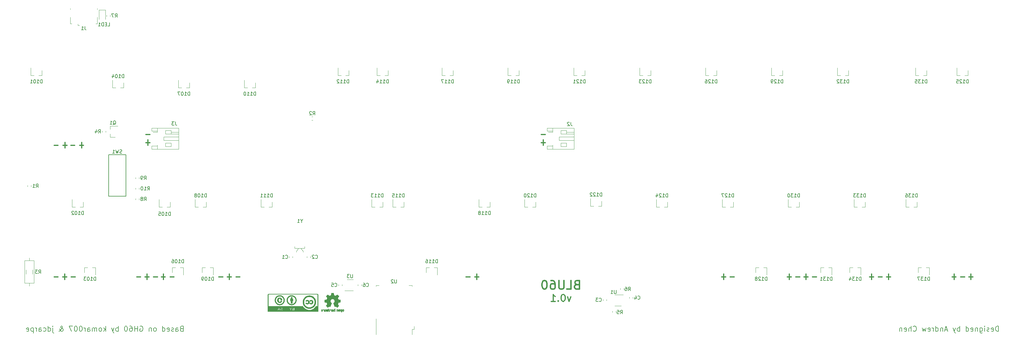
<source format=gbr>
%TF.GenerationSoftware,KiCad,Pcbnew,5.0.0*%
%TF.CreationDate,2018-08-13T13:33:07+12:00*%
%TF.ProjectId,keyboard,6B6579626F6172642E6B696361645F70,v0.1*%
%TF.SameCoordinates,PX3b67850PY3da05e0*%
%TF.FileFunction,Legend,Bot*%
%TF.FilePolarity,Positive*%
%FSLAX46Y46*%
G04 Gerber Fmt 4.6, Leading zero omitted, Abs format (unit mm)*
G04 Created by KiCad (PCBNEW 5.0.0) date Mon Aug 13 13:33:07 2018*
%MOMM*%
%LPD*%
G01*
G04 APERTURE LIST*
%ADD10C,0.300000*%
%ADD11C,0.400000*%
%ADD12C,0.200000*%
%ADD13C,0.304800*%
%ADD14C,0.120000*%
%ADD15C,0.150000*%
%ADD16C,0.010000*%
%ADD17C,7.000000*%
%ADD18O,10.000000X5.000000*%
%ADD19C,1.700000*%
%ADD20O,1.700000X1.700000*%
%ADD21R,1.200000X1.900000*%
%ADD22O,1.200000X1.900000*%
%ADD23R,1.500000X1.900000*%
%ADD24C,1.450000*%
%ADD25R,0.400000X1.350000*%
%ADD26C,0.875000*%
%ADD27C,1.000000*%
%ADD28R,2.500000X6.000000*%
%ADD29C,1.600000*%
%ADD30O,1.600000X1.600000*%
%ADD31R,1.750000X1.200000*%
%ADD32O,1.750000X1.200000*%
%ADD33C,0.975000*%
%ADD34C,4.000000*%
%ADD35C,3.050000*%
%ADD36C,1.200000*%
%ADD37R,0.800000X0.900000*%
%ADD38R,0.900000X0.800000*%
%ADD39R,1.060000X0.650000*%
%ADD40R,1.200000X0.500000*%
%ADD41R,0.500000X1.200000*%
%ADD42C,2.500000*%
%ADD43C,1.250000*%
G04 APERTURE END LIST*
D10*
X159007142Y-83541428D02*
X158530952Y-84874761D01*
X158054761Y-83541428D01*
X156911904Y-82874761D02*
X156721428Y-82874761D01*
X156530952Y-82970000D01*
X156435714Y-83065238D01*
X156340476Y-83255714D01*
X156245238Y-83636666D01*
X156245238Y-84112857D01*
X156340476Y-84493809D01*
X156435714Y-84684285D01*
X156530952Y-84779523D01*
X156721428Y-84874761D01*
X156911904Y-84874761D01*
X157102380Y-84779523D01*
X157197619Y-84684285D01*
X157292857Y-84493809D01*
X157388095Y-84112857D01*
X157388095Y-83636666D01*
X157292857Y-83255714D01*
X157197619Y-83065238D01*
X157102380Y-82970000D01*
X156911904Y-82874761D01*
X155388095Y-84684285D02*
X155292857Y-84779523D01*
X155388095Y-84874761D01*
X155483333Y-84779523D01*
X155388095Y-84684285D01*
X155388095Y-84874761D01*
X153388095Y-84874761D02*
X154530952Y-84874761D01*
X153959523Y-84874761D02*
X153959523Y-82874761D01*
X154150000Y-83160476D01*
X154340476Y-83350952D01*
X154530952Y-83446190D01*
D11*
X160673809Y-79981428D02*
X160316666Y-80100476D01*
X160197619Y-80219523D01*
X160078571Y-80457619D01*
X160078571Y-80814761D01*
X160197619Y-81052857D01*
X160316666Y-81171904D01*
X160554761Y-81290952D01*
X161507142Y-81290952D01*
X161507142Y-78790952D01*
X160673809Y-78790952D01*
X160435714Y-78910000D01*
X160316666Y-79029047D01*
X160197619Y-79267142D01*
X160197619Y-79505238D01*
X160316666Y-79743333D01*
X160435714Y-79862380D01*
X160673809Y-79981428D01*
X161507142Y-79981428D01*
X157816666Y-81290952D02*
X159007142Y-81290952D01*
X159007142Y-78790952D01*
X156983333Y-78790952D02*
X156983333Y-80814761D01*
X156864285Y-81052857D01*
X156745238Y-81171904D01*
X156507142Y-81290952D01*
X156030952Y-81290952D01*
X155792857Y-81171904D01*
X155673809Y-81052857D01*
X155554761Y-80814761D01*
X155554761Y-78790952D01*
X153292857Y-78790952D02*
X153769047Y-78790952D01*
X154007142Y-78910000D01*
X154126190Y-79029047D01*
X154364285Y-79386190D01*
X154483333Y-79862380D01*
X154483333Y-80814761D01*
X154364285Y-81052857D01*
X154245238Y-81171904D01*
X154007142Y-81290952D01*
X153530952Y-81290952D01*
X153292857Y-81171904D01*
X153173809Y-81052857D01*
X153054761Y-80814761D01*
X153054761Y-80219523D01*
X153173809Y-79981428D01*
X153292857Y-79862380D01*
X153530952Y-79743333D01*
X154007142Y-79743333D01*
X154245238Y-79862380D01*
X154364285Y-79981428D01*
X154483333Y-80219523D01*
X151507142Y-78790952D02*
X151269047Y-78790952D01*
X151030952Y-78910000D01*
X150911904Y-79029047D01*
X150792857Y-79267142D01*
X150673809Y-79743333D01*
X150673809Y-80338571D01*
X150792857Y-80814761D01*
X150911904Y-81052857D01*
X151030952Y-81171904D01*
X151269047Y-81290952D01*
X151507142Y-81290952D01*
X151745238Y-81171904D01*
X151864285Y-81052857D01*
X151983333Y-80814761D01*
X152102380Y-80338571D01*
X152102380Y-79743333D01*
X151983333Y-79267142D01*
X151864285Y-79029047D01*
X151745238Y-78910000D01*
X151507142Y-78790952D01*
D12*
X46482857Y-92752857D02*
X46268571Y-92824285D01*
X46197142Y-92895714D01*
X46125714Y-93038571D01*
X46125714Y-93252857D01*
X46197142Y-93395714D01*
X46268571Y-93467142D01*
X46411428Y-93538571D01*
X46982857Y-93538571D01*
X46982857Y-92038571D01*
X46482857Y-92038571D01*
X46340000Y-92110000D01*
X46268571Y-92181428D01*
X46197142Y-92324285D01*
X46197142Y-92467142D01*
X46268571Y-92610000D01*
X46340000Y-92681428D01*
X46482857Y-92752857D01*
X46982857Y-92752857D01*
X44840000Y-93538571D02*
X44840000Y-92752857D01*
X44911428Y-92610000D01*
X45054285Y-92538571D01*
X45340000Y-92538571D01*
X45482857Y-92610000D01*
X44840000Y-93467142D02*
X44982857Y-93538571D01*
X45340000Y-93538571D01*
X45482857Y-93467142D01*
X45554285Y-93324285D01*
X45554285Y-93181428D01*
X45482857Y-93038571D01*
X45340000Y-92967142D01*
X44982857Y-92967142D01*
X44840000Y-92895714D01*
X44197142Y-93467142D02*
X44054285Y-93538571D01*
X43768571Y-93538571D01*
X43625714Y-93467142D01*
X43554285Y-93324285D01*
X43554285Y-93252857D01*
X43625714Y-93110000D01*
X43768571Y-93038571D01*
X43982857Y-93038571D01*
X44125714Y-92967142D01*
X44197142Y-92824285D01*
X44197142Y-92752857D01*
X44125714Y-92610000D01*
X43982857Y-92538571D01*
X43768571Y-92538571D01*
X43625714Y-92610000D01*
X42340000Y-93467142D02*
X42482857Y-93538571D01*
X42768571Y-93538571D01*
X42911428Y-93467142D01*
X42982857Y-93324285D01*
X42982857Y-92752857D01*
X42911428Y-92610000D01*
X42768571Y-92538571D01*
X42482857Y-92538571D01*
X42340000Y-92610000D01*
X42268571Y-92752857D01*
X42268571Y-92895714D01*
X42982857Y-93038571D01*
X40982857Y-93538571D02*
X40982857Y-92038571D01*
X40982857Y-93467142D02*
X41125714Y-93538571D01*
X41411428Y-93538571D01*
X41554285Y-93467142D01*
X41625714Y-93395714D01*
X41697142Y-93252857D01*
X41697142Y-92824285D01*
X41625714Y-92681428D01*
X41554285Y-92610000D01*
X41411428Y-92538571D01*
X41125714Y-92538571D01*
X40982857Y-92610000D01*
X38911428Y-93538571D02*
X39054285Y-93467142D01*
X39125714Y-93395714D01*
X39197142Y-93252857D01*
X39197142Y-92824285D01*
X39125714Y-92681428D01*
X39054285Y-92610000D01*
X38911428Y-92538571D01*
X38697142Y-92538571D01*
X38554285Y-92610000D01*
X38482857Y-92681428D01*
X38411428Y-92824285D01*
X38411428Y-93252857D01*
X38482857Y-93395714D01*
X38554285Y-93467142D01*
X38697142Y-93538571D01*
X38911428Y-93538571D01*
X37768571Y-92538571D02*
X37768571Y-93538571D01*
X37768571Y-92681428D02*
X37697142Y-92610000D01*
X37554285Y-92538571D01*
X37340000Y-92538571D01*
X37197142Y-92610000D01*
X37125714Y-92752857D01*
X37125714Y-93538571D01*
X34482857Y-92110000D02*
X34625714Y-92038571D01*
X34840000Y-92038571D01*
X35054285Y-92110000D01*
X35197142Y-92252857D01*
X35268571Y-92395714D01*
X35340000Y-92681428D01*
X35340000Y-92895714D01*
X35268571Y-93181428D01*
X35197142Y-93324285D01*
X35054285Y-93467142D01*
X34840000Y-93538571D01*
X34697142Y-93538571D01*
X34482857Y-93467142D01*
X34411428Y-93395714D01*
X34411428Y-92895714D01*
X34697142Y-92895714D01*
X33768571Y-93538571D02*
X33768571Y-92038571D01*
X33768571Y-92752857D02*
X32911428Y-92752857D01*
X32911428Y-93538571D02*
X32911428Y-92038571D01*
X31554285Y-92038571D02*
X31840000Y-92038571D01*
X31982857Y-92110000D01*
X32054285Y-92181428D01*
X32197142Y-92395714D01*
X32268571Y-92681428D01*
X32268571Y-93252857D01*
X32197142Y-93395714D01*
X32125714Y-93467142D01*
X31982857Y-93538571D01*
X31697142Y-93538571D01*
X31554285Y-93467142D01*
X31482857Y-93395714D01*
X31411428Y-93252857D01*
X31411428Y-92895714D01*
X31482857Y-92752857D01*
X31554285Y-92681428D01*
X31697142Y-92610000D01*
X31982857Y-92610000D01*
X32125714Y-92681428D01*
X32197142Y-92752857D01*
X32268571Y-92895714D01*
X30482857Y-92038571D02*
X30340000Y-92038571D01*
X30197142Y-92110000D01*
X30125714Y-92181428D01*
X30054285Y-92324285D01*
X29982857Y-92610000D01*
X29982857Y-92967142D01*
X30054285Y-93252857D01*
X30125714Y-93395714D01*
X30197142Y-93467142D01*
X30340000Y-93538571D01*
X30482857Y-93538571D01*
X30625714Y-93467142D01*
X30697142Y-93395714D01*
X30768571Y-93252857D01*
X30840000Y-92967142D01*
X30840000Y-92610000D01*
X30768571Y-92324285D01*
X30697142Y-92181428D01*
X30625714Y-92110000D01*
X30482857Y-92038571D01*
X28197142Y-93538571D02*
X28197142Y-92038571D01*
X28197142Y-92610000D02*
X28054285Y-92538571D01*
X27768571Y-92538571D01*
X27625714Y-92610000D01*
X27554285Y-92681428D01*
X27482857Y-92824285D01*
X27482857Y-93252857D01*
X27554285Y-93395714D01*
X27625714Y-93467142D01*
X27768571Y-93538571D01*
X28054285Y-93538571D01*
X28197142Y-93467142D01*
X26982857Y-92538571D02*
X26625714Y-93538571D01*
X26268571Y-92538571D02*
X26625714Y-93538571D01*
X26768571Y-93895714D01*
X26840000Y-93967142D01*
X26982857Y-94038571D01*
X24554285Y-93538571D02*
X24554285Y-92038571D01*
X24411428Y-92967142D02*
X23982857Y-93538571D01*
X23982857Y-92538571D02*
X24554285Y-93110000D01*
X23125714Y-93538571D02*
X23268571Y-93467142D01*
X23340000Y-93395714D01*
X23411428Y-93252857D01*
X23411428Y-92824285D01*
X23340000Y-92681428D01*
X23268571Y-92610000D01*
X23125714Y-92538571D01*
X22911428Y-92538571D01*
X22768571Y-92610000D01*
X22697142Y-92681428D01*
X22625714Y-92824285D01*
X22625714Y-93252857D01*
X22697142Y-93395714D01*
X22768571Y-93467142D01*
X22911428Y-93538571D01*
X23125714Y-93538571D01*
X21982857Y-93538571D02*
X21982857Y-92538571D01*
X21982857Y-92681428D02*
X21911428Y-92610000D01*
X21768571Y-92538571D01*
X21554285Y-92538571D01*
X21411428Y-92610000D01*
X21340000Y-92752857D01*
X21340000Y-93538571D01*
X21340000Y-92752857D02*
X21268571Y-92610000D01*
X21125714Y-92538571D01*
X20911428Y-92538571D01*
X20768571Y-92610000D01*
X20697142Y-92752857D01*
X20697142Y-93538571D01*
X19340000Y-93538571D02*
X19340000Y-92752857D01*
X19411428Y-92610000D01*
X19554285Y-92538571D01*
X19840000Y-92538571D01*
X19982857Y-92610000D01*
X19340000Y-93467142D02*
X19482857Y-93538571D01*
X19840000Y-93538571D01*
X19982857Y-93467142D01*
X20054285Y-93324285D01*
X20054285Y-93181428D01*
X19982857Y-93038571D01*
X19840000Y-92967142D01*
X19482857Y-92967142D01*
X19340000Y-92895714D01*
X18625714Y-93538571D02*
X18625714Y-92538571D01*
X18625714Y-92824285D02*
X18554285Y-92681428D01*
X18482857Y-92610000D01*
X18340000Y-92538571D01*
X18197142Y-92538571D01*
X17411428Y-92038571D02*
X17268571Y-92038571D01*
X17125714Y-92110000D01*
X17054285Y-92181428D01*
X16982857Y-92324285D01*
X16911428Y-92610000D01*
X16911428Y-92967142D01*
X16982857Y-93252857D01*
X17054285Y-93395714D01*
X17125714Y-93467142D01*
X17268571Y-93538571D01*
X17411428Y-93538571D01*
X17554285Y-93467142D01*
X17625714Y-93395714D01*
X17697142Y-93252857D01*
X17768571Y-92967142D01*
X17768571Y-92610000D01*
X17697142Y-92324285D01*
X17625714Y-92181428D01*
X17554285Y-92110000D01*
X17411428Y-92038571D01*
X15982857Y-92038571D02*
X15840000Y-92038571D01*
X15697142Y-92110000D01*
X15625714Y-92181428D01*
X15554285Y-92324285D01*
X15482857Y-92610000D01*
X15482857Y-92967142D01*
X15554285Y-93252857D01*
X15625714Y-93395714D01*
X15697142Y-93467142D01*
X15840000Y-93538571D01*
X15982857Y-93538571D01*
X16125714Y-93467142D01*
X16197142Y-93395714D01*
X16268571Y-93252857D01*
X16340000Y-92967142D01*
X16340000Y-92610000D01*
X16268571Y-92324285D01*
X16197142Y-92181428D01*
X16125714Y-92110000D01*
X15982857Y-92038571D01*
X14982857Y-92038571D02*
X13982857Y-92038571D01*
X14625714Y-93538571D01*
X11054285Y-93538571D02*
X11125714Y-93538571D01*
X11268571Y-93467142D01*
X11482857Y-93252857D01*
X11840000Y-92824285D01*
X11982857Y-92610000D01*
X12054285Y-92395714D01*
X12054285Y-92252857D01*
X11982857Y-92110000D01*
X11840000Y-92038571D01*
X11768571Y-92038571D01*
X11625714Y-92110000D01*
X11554285Y-92252857D01*
X11554285Y-92324285D01*
X11625714Y-92467142D01*
X11697142Y-92538571D01*
X12125714Y-92824285D01*
X12197142Y-92895714D01*
X12268571Y-93038571D01*
X12268571Y-93252857D01*
X12197142Y-93395714D01*
X12125714Y-93467142D01*
X11982857Y-93538571D01*
X11768571Y-93538571D01*
X11625714Y-93467142D01*
X11554285Y-93395714D01*
X11340000Y-93110000D01*
X11268571Y-92895714D01*
X11268571Y-92752857D01*
X9268571Y-92538571D02*
X9268571Y-93824285D01*
X9340000Y-93967142D01*
X9482857Y-94038571D01*
X9554285Y-94038571D01*
X9268571Y-92038571D02*
X9340000Y-92110000D01*
X9268571Y-92181428D01*
X9197142Y-92110000D01*
X9268571Y-92038571D01*
X9268571Y-92181428D01*
X7911428Y-93538571D02*
X7911428Y-92038571D01*
X7911428Y-93467142D02*
X8054285Y-93538571D01*
X8340000Y-93538571D01*
X8482857Y-93467142D01*
X8554285Y-93395714D01*
X8625714Y-93252857D01*
X8625714Y-92824285D01*
X8554285Y-92681428D01*
X8482857Y-92610000D01*
X8340000Y-92538571D01*
X8054285Y-92538571D01*
X7911428Y-92610000D01*
X6554285Y-93467142D02*
X6697142Y-93538571D01*
X6982857Y-93538571D01*
X7125714Y-93467142D01*
X7197142Y-93395714D01*
X7268571Y-93252857D01*
X7268571Y-92824285D01*
X7197142Y-92681428D01*
X7125714Y-92610000D01*
X6982857Y-92538571D01*
X6697142Y-92538571D01*
X6554285Y-92610000D01*
X5268571Y-93538571D02*
X5268571Y-92752857D01*
X5340000Y-92610000D01*
X5482857Y-92538571D01*
X5768571Y-92538571D01*
X5911428Y-92610000D01*
X5268571Y-93467142D02*
X5411428Y-93538571D01*
X5768571Y-93538571D01*
X5911428Y-93467142D01*
X5982857Y-93324285D01*
X5982857Y-93181428D01*
X5911428Y-93038571D01*
X5768571Y-92967142D01*
X5411428Y-92967142D01*
X5268571Y-92895714D01*
X4554285Y-93538571D02*
X4554285Y-92538571D01*
X4554285Y-92824285D02*
X4482857Y-92681428D01*
X4411428Y-92610000D01*
X4268571Y-92538571D01*
X4125714Y-92538571D01*
X3625714Y-92538571D02*
X3625714Y-94038571D01*
X3625714Y-92610000D02*
X3482857Y-92538571D01*
X3197142Y-92538571D01*
X3054285Y-92610000D01*
X2982857Y-92681428D01*
X2911428Y-92824285D01*
X2911428Y-93252857D01*
X2982857Y-93395714D01*
X3054285Y-93467142D01*
X3197142Y-93538571D01*
X3482857Y-93538571D01*
X3625714Y-93467142D01*
X1697142Y-93467142D02*
X1840000Y-93538571D01*
X2125714Y-93538571D01*
X2268571Y-93467142D01*
X2340000Y-93324285D01*
X2340000Y-92752857D01*
X2268571Y-92610000D01*
X2125714Y-92538571D01*
X1840000Y-92538571D01*
X1697142Y-92610000D01*
X1625714Y-92752857D01*
X1625714Y-92895714D01*
X2340000Y-93038571D01*
X282662857Y-93538571D02*
X282662857Y-92038571D01*
X282305714Y-92038571D01*
X282091428Y-92110000D01*
X281948571Y-92252857D01*
X281877142Y-92395714D01*
X281805714Y-92681428D01*
X281805714Y-92895714D01*
X281877142Y-93181428D01*
X281948571Y-93324285D01*
X282091428Y-93467142D01*
X282305714Y-93538571D01*
X282662857Y-93538571D01*
X280591428Y-93467142D02*
X280734285Y-93538571D01*
X281020000Y-93538571D01*
X281162857Y-93467142D01*
X281234285Y-93324285D01*
X281234285Y-92752857D01*
X281162857Y-92610000D01*
X281020000Y-92538571D01*
X280734285Y-92538571D01*
X280591428Y-92610000D01*
X280520000Y-92752857D01*
X280520000Y-92895714D01*
X281234285Y-93038571D01*
X279948571Y-93467142D02*
X279805714Y-93538571D01*
X279520000Y-93538571D01*
X279377142Y-93467142D01*
X279305714Y-93324285D01*
X279305714Y-93252857D01*
X279377142Y-93110000D01*
X279520000Y-93038571D01*
X279734285Y-93038571D01*
X279877142Y-92967142D01*
X279948571Y-92824285D01*
X279948571Y-92752857D01*
X279877142Y-92610000D01*
X279734285Y-92538571D01*
X279520000Y-92538571D01*
X279377142Y-92610000D01*
X278662857Y-93538571D02*
X278662857Y-92538571D01*
X278662857Y-92038571D02*
X278734285Y-92110000D01*
X278662857Y-92181428D01*
X278591428Y-92110000D01*
X278662857Y-92038571D01*
X278662857Y-92181428D01*
X277305714Y-92538571D02*
X277305714Y-93752857D01*
X277377142Y-93895714D01*
X277448571Y-93967142D01*
X277591428Y-94038571D01*
X277805714Y-94038571D01*
X277948571Y-93967142D01*
X277305714Y-93467142D02*
X277448571Y-93538571D01*
X277734285Y-93538571D01*
X277877142Y-93467142D01*
X277948571Y-93395714D01*
X278020000Y-93252857D01*
X278020000Y-92824285D01*
X277948571Y-92681428D01*
X277877142Y-92610000D01*
X277734285Y-92538571D01*
X277448571Y-92538571D01*
X277305714Y-92610000D01*
X276591428Y-92538571D02*
X276591428Y-93538571D01*
X276591428Y-92681428D02*
X276520000Y-92610000D01*
X276377142Y-92538571D01*
X276162857Y-92538571D01*
X276020000Y-92610000D01*
X275948571Y-92752857D01*
X275948571Y-93538571D01*
X274662857Y-93467142D02*
X274805714Y-93538571D01*
X275091428Y-93538571D01*
X275234285Y-93467142D01*
X275305714Y-93324285D01*
X275305714Y-92752857D01*
X275234285Y-92610000D01*
X275091428Y-92538571D01*
X274805714Y-92538571D01*
X274662857Y-92610000D01*
X274591428Y-92752857D01*
X274591428Y-92895714D01*
X275305714Y-93038571D01*
X273305714Y-93538571D02*
X273305714Y-92038571D01*
X273305714Y-93467142D02*
X273448571Y-93538571D01*
X273734285Y-93538571D01*
X273877142Y-93467142D01*
X273948571Y-93395714D01*
X274020000Y-93252857D01*
X274020000Y-92824285D01*
X273948571Y-92681428D01*
X273877142Y-92610000D01*
X273734285Y-92538571D01*
X273448571Y-92538571D01*
X273305714Y-92610000D01*
X271448571Y-93538571D02*
X271448571Y-92038571D01*
X271448571Y-92610000D02*
X271305714Y-92538571D01*
X271020000Y-92538571D01*
X270877142Y-92610000D01*
X270805714Y-92681428D01*
X270734285Y-92824285D01*
X270734285Y-93252857D01*
X270805714Y-93395714D01*
X270877142Y-93467142D01*
X271020000Y-93538571D01*
X271305714Y-93538571D01*
X271448571Y-93467142D01*
X270234285Y-92538571D02*
X269877142Y-93538571D01*
X269520000Y-92538571D02*
X269877142Y-93538571D01*
X270020000Y-93895714D01*
X270091428Y-93967142D01*
X270234285Y-94038571D01*
X267877142Y-93110000D02*
X267162857Y-93110000D01*
X268020000Y-93538571D02*
X267520000Y-92038571D01*
X267020000Y-93538571D01*
X266520000Y-92538571D02*
X266520000Y-93538571D01*
X266520000Y-92681428D02*
X266448571Y-92610000D01*
X266305714Y-92538571D01*
X266091428Y-92538571D01*
X265948571Y-92610000D01*
X265877142Y-92752857D01*
X265877142Y-93538571D01*
X264520000Y-93538571D02*
X264520000Y-92038571D01*
X264520000Y-93467142D02*
X264662857Y-93538571D01*
X264948571Y-93538571D01*
X265091428Y-93467142D01*
X265162857Y-93395714D01*
X265234285Y-93252857D01*
X265234285Y-92824285D01*
X265162857Y-92681428D01*
X265091428Y-92610000D01*
X264948571Y-92538571D01*
X264662857Y-92538571D01*
X264520000Y-92610000D01*
X263805714Y-93538571D02*
X263805714Y-92538571D01*
X263805714Y-92824285D02*
X263734285Y-92681428D01*
X263662857Y-92610000D01*
X263520000Y-92538571D01*
X263377142Y-92538571D01*
X262305714Y-93467142D02*
X262448571Y-93538571D01*
X262734285Y-93538571D01*
X262877142Y-93467142D01*
X262948571Y-93324285D01*
X262948571Y-92752857D01*
X262877142Y-92610000D01*
X262734285Y-92538571D01*
X262448571Y-92538571D01*
X262305714Y-92610000D01*
X262234285Y-92752857D01*
X262234285Y-92895714D01*
X262948571Y-93038571D01*
X261734285Y-92538571D02*
X261448571Y-93538571D01*
X261162857Y-92824285D01*
X260877142Y-93538571D01*
X260591428Y-92538571D01*
X258020000Y-93395714D02*
X258091428Y-93467142D01*
X258305714Y-93538571D01*
X258448571Y-93538571D01*
X258662857Y-93467142D01*
X258805714Y-93324285D01*
X258877142Y-93181428D01*
X258948571Y-92895714D01*
X258948571Y-92681428D01*
X258877142Y-92395714D01*
X258805714Y-92252857D01*
X258662857Y-92110000D01*
X258448571Y-92038571D01*
X258305714Y-92038571D01*
X258091428Y-92110000D01*
X258020000Y-92181428D01*
X257377142Y-93538571D02*
X257377142Y-92038571D01*
X256734285Y-93538571D02*
X256734285Y-92752857D01*
X256805714Y-92610000D01*
X256948571Y-92538571D01*
X257162857Y-92538571D01*
X257305714Y-92610000D01*
X257377142Y-92681428D01*
X255448571Y-93467142D02*
X255591428Y-93538571D01*
X255877142Y-93538571D01*
X256020000Y-93467142D01*
X256091428Y-93324285D01*
X256091428Y-92752857D01*
X256020000Y-92610000D01*
X255877142Y-92538571D01*
X255591428Y-92538571D01*
X255448571Y-92610000D01*
X255377142Y-92752857D01*
X255377142Y-92895714D01*
X256091428Y-93038571D01*
X254734285Y-92538571D02*
X254734285Y-93538571D01*
X254734285Y-92681428D02*
X254662857Y-92610000D01*
X254520000Y-92538571D01*
X254305714Y-92538571D01*
X254162857Y-92610000D01*
X254091428Y-92752857D01*
X254091428Y-93538571D01*
D13*
X132448171Y-77765142D02*
X131287028Y-77765142D01*
X131867600Y-78539238D02*
X131867600Y-76991047D01*
X129908171Y-77765142D02*
X128747028Y-77765142D01*
X36189428Y-36580857D02*
X37350571Y-36580857D01*
X37350571Y-38903142D02*
X36189428Y-38903142D01*
X36770000Y-39677238D02*
X36770000Y-38129047D01*
X151650571Y-38903142D02*
X150489428Y-38903142D01*
X151070000Y-39677238D02*
X151070000Y-38129047D01*
X150489428Y-36580857D02*
X151650571Y-36580857D01*
X275285071Y-77765142D02*
X274123928Y-77765142D01*
X274704500Y-78539238D02*
X274704500Y-76991047D01*
X251472571Y-77765142D02*
X250311428Y-77765142D01*
X250892000Y-78539238D02*
X250892000Y-76991047D01*
X206260571Y-77765142D02*
X205099428Y-77765142D01*
X63385571Y-77765142D02*
X62224428Y-77765142D01*
X58432571Y-77765142D02*
X57271428Y-77765142D01*
X15760571Y-77765142D02*
X14599428Y-77765142D01*
X44335571Y-77765142D02*
X43174428Y-77765142D01*
X203784071Y-77765142D02*
X202622928Y-77765142D01*
X203203500Y-78539238D02*
X203203500Y-76991047D01*
X39573071Y-77765142D02*
X38411928Y-77765142D01*
X60909071Y-77765142D02*
X59747928Y-77765142D01*
X60328500Y-78539238D02*
X60328500Y-76991047D01*
X37096571Y-77765142D02*
X35935428Y-77765142D01*
X36516000Y-78539238D02*
X36516000Y-76991047D01*
X34683571Y-77765142D02*
X33522428Y-77765142D01*
X41795571Y-77765142D02*
X40634428Y-77765142D01*
X41215000Y-78539238D02*
X41215000Y-76991047D01*
X10807571Y-77765142D02*
X9646428Y-77765142D01*
X13284071Y-77765142D02*
X12122928Y-77765142D01*
X12703500Y-78539238D02*
X12703500Y-76991047D01*
X227596571Y-77765142D02*
X226435428Y-77765142D01*
X227016000Y-78539238D02*
X227016000Y-76991047D01*
X230073071Y-77765142D02*
X228911928Y-77765142D01*
X225247071Y-77765142D02*
X224085928Y-77765142D01*
X222770571Y-77765142D02*
X221609428Y-77765142D01*
X222190000Y-78539238D02*
X222190000Y-76991047D01*
X270395571Y-77765142D02*
X269234428Y-77765142D01*
X269815000Y-78539238D02*
X269815000Y-76991047D01*
X272872071Y-77765142D02*
X271710928Y-77765142D01*
X249059571Y-77765142D02*
X247898428Y-77765142D01*
X246583071Y-77765142D02*
X245421928Y-77765142D01*
X246002500Y-78539238D02*
X246002500Y-76991047D01*
X10807571Y-39665142D02*
X9646428Y-39665142D01*
X15633571Y-39665142D02*
X14472428Y-39665142D01*
X18173571Y-39665142D02*
X17012428Y-39665142D01*
X17593000Y-40439238D02*
X17593000Y-38891047D01*
X13411071Y-39665142D02*
X12249928Y-39665142D01*
X12830500Y-40439238D02*
X12830500Y-38891047D01*
D14*
X16510000Y-4992500D02*
X16510000Y-4542500D01*
X16510000Y-4992500D02*
X16960000Y-4992500D01*
X22110000Y-4442500D02*
X21660000Y-4442500D01*
X22110000Y-2592500D02*
X22110000Y-4442500D01*
X14310000Y-42500D02*
X14310000Y-292500D01*
X22110000Y-42500D02*
X22110000Y-292500D01*
X14310000Y-2592500D02*
X14310000Y-4442500D01*
X14310000Y-4442500D02*
X14760000Y-4442500D01*
X24580000Y-35547221D02*
X24580000Y-35872779D01*
X23560000Y-35547221D02*
X23560000Y-35872779D01*
X79196000Y-68970000D02*
X79196000Y-69470000D01*
X79196000Y-69470000D02*
X82096000Y-69470000D01*
X82096000Y-69470000D02*
X82096000Y-68970000D01*
X80296000Y-69470000D02*
X79696000Y-70370000D01*
X79696000Y-70370000D02*
X79696000Y-70570000D01*
X80996000Y-69470000D02*
X81596000Y-70370000D01*
X81596000Y-70370000D02*
X81596000Y-70570000D01*
X34232000Y-55430779D02*
X34232000Y-55105221D01*
X33212000Y-55430779D02*
X33212000Y-55105221D01*
X77535000Y-71869221D02*
X77535000Y-72194779D01*
X78555000Y-71869221D02*
X78555000Y-72194779D01*
X83762000Y-71869221D02*
X83762000Y-72194779D01*
X82742000Y-71869221D02*
X82742000Y-72194779D01*
X1110000Y-73080000D02*
X3850000Y-73080000D01*
X3850000Y-73080000D02*
X3850000Y-79620000D01*
X3850000Y-79620000D02*
X1110000Y-79620000D01*
X1110000Y-79620000D02*
X1110000Y-73080000D01*
X2480000Y-72310000D02*
X2480000Y-73080000D01*
X2480000Y-80390000D02*
X2480000Y-79620000D01*
X39450000Y-35866000D02*
X39450000Y-35586000D01*
X39450000Y-35586000D02*
X37850000Y-35586000D01*
X37850000Y-35586000D02*
X37850000Y-34666000D01*
X37850000Y-34666000D02*
X45670000Y-34666000D01*
X45670000Y-34666000D02*
X45670000Y-40786000D01*
X45670000Y-40786000D02*
X37850000Y-40786000D01*
X37850000Y-40786000D02*
X37850000Y-39866000D01*
X37850000Y-39866000D02*
X39450000Y-39866000D01*
X39450000Y-39866000D02*
X39450000Y-39586000D01*
X45670000Y-37226000D02*
X41310000Y-37226000D01*
X41310000Y-37226000D02*
X41310000Y-38226000D01*
X41310000Y-38226000D02*
X45670000Y-38226000D01*
X39450000Y-34666000D02*
X39450000Y-35586000D01*
X39450000Y-40786000D02*
X39450000Y-39866000D01*
X41810000Y-35426000D02*
X43410000Y-35426000D01*
X43410000Y-35426000D02*
X43410000Y-36426000D01*
X43410000Y-36426000D02*
X41810000Y-36426000D01*
X41810000Y-36426000D02*
X41810000Y-35426000D01*
X41810000Y-40026000D02*
X43410000Y-40026000D01*
X43410000Y-40026000D02*
X43410000Y-39026000D01*
X43410000Y-39026000D02*
X41810000Y-39026000D01*
X41810000Y-39026000D02*
X41810000Y-40026000D01*
X43410000Y-36426000D02*
X45670000Y-36426000D01*
X43410000Y-35926000D02*
X45670000Y-35926000D01*
X39450000Y-35866000D02*
X38235000Y-35866000D01*
X24522000Y-497000D02*
X24522000Y-3182000D01*
X22602000Y-497000D02*
X24522000Y-497000D01*
X22602000Y-3182000D02*
X22602000Y-497000D01*
X24830000Y-2019221D02*
X24830000Y-2344779D01*
X25850000Y-2019221D02*
X25850000Y-2344779D01*
X2990000Y-51620779D02*
X2990000Y-51295221D01*
X1970000Y-51620779D02*
X1970000Y-51295221D01*
X153750000Y-35866000D02*
X152535000Y-35866000D01*
X157710000Y-35926000D02*
X159970000Y-35926000D01*
X157710000Y-36426000D02*
X159970000Y-36426000D01*
X156110000Y-39026000D02*
X156110000Y-40026000D01*
X157710000Y-39026000D02*
X156110000Y-39026000D01*
X157710000Y-40026000D02*
X157710000Y-39026000D01*
X156110000Y-40026000D02*
X157710000Y-40026000D01*
X156110000Y-36426000D02*
X156110000Y-35426000D01*
X157710000Y-36426000D02*
X156110000Y-36426000D01*
X157710000Y-35426000D02*
X157710000Y-36426000D01*
X156110000Y-35426000D02*
X157710000Y-35426000D01*
X153750000Y-40786000D02*
X153750000Y-39866000D01*
X153750000Y-34666000D02*
X153750000Y-35586000D01*
X155610000Y-38226000D02*
X159970000Y-38226000D01*
X155610000Y-37226000D02*
X155610000Y-38226000D01*
X159970000Y-37226000D02*
X155610000Y-37226000D01*
X153750000Y-39866000D02*
X153750000Y-39586000D01*
X152150000Y-39866000D02*
X153750000Y-39866000D01*
X152150000Y-40786000D02*
X152150000Y-39866000D01*
X159970000Y-40786000D02*
X152150000Y-40786000D01*
X159970000Y-34666000D02*
X159970000Y-40786000D01*
X152150000Y-34666000D02*
X159970000Y-34666000D01*
X152150000Y-35586000D02*
X152150000Y-34666000D01*
X153750000Y-35586000D02*
X152150000Y-35586000D01*
X153750000Y-35866000D02*
X153750000Y-35586000D01*
X33212000Y-52057221D02*
X33212000Y-52382779D01*
X34232000Y-52057221D02*
X34232000Y-52382779D01*
X34232000Y-49009221D02*
X34232000Y-49334779D01*
X33212000Y-49009221D02*
X33212000Y-49334779D01*
D15*
X25380000Y-42410000D02*
X25380000Y-54410000D01*
X25380000Y-54410000D02*
X30380000Y-54410000D01*
X30380000Y-54410000D02*
X30380000Y-42410000D01*
X30380000Y-42410000D02*
X25380000Y-42410000D01*
D14*
X174313000Y-81140221D02*
X174313000Y-81465779D01*
X173293000Y-81140221D02*
X173293000Y-81465779D01*
X261870000Y-19452000D02*
X261870000Y-17992000D01*
X258710000Y-19452000D02*
X258710000Y-17292000D01*
X258710000Y-19452000D02*
X259640000Y-19452000D01*
X261870000Y-19452000D02*
X260940000Y-19452000D01*
X239660000Y-75082000D02*
X240590000Y-75082000D01*
X242820000Y-75082000D02*
X241890000Y-75082000D01*
X242820000Y-75082000D02*
X242820000Y-77242000D01*
X239660000Y-75082000D02*
X239660000Y-76542000D01*
X231278000Y-75082000D02*
X231278000Y-76542000D01*
X234438000Y-75082000D02*
X234438000Y-77242000D01*
X234438000Y-75082000D02*
X233508000Y-75082000D01*
X231278000Y-75082000D02*
X232208000Y-75082000D01*
X212482000Y-75082000D02*
X213412000Y-75082000D01*
X215642000Y-75082000D02*
X214712000Y-75082000D01*
X215642000Y-75082000D02*
X215642000Y-77242000D01*
X212482000Y-75082000D02*
X212482000Y-76542000D01*
X259472000Y-75082000D02*
X259472000Y-76542000D01*
X262632000Y-75082000D02*
X262632000Y-77242000D01*
X262632000Y-75082000D02*
X261702000Y-75082000D01*
X259472000Y-75082000D02*
X260402000Y-75082000D01*
X52462000Y-75082000D02*
X52462000Y-76542000D01*
X55622000Y-75082000D02*
X55622000Y-77242000D01*
X55622000Y-75082000D02*
X54692000Y-75082000D01*
X52462000Y-75082000D02*
X53392000Y-75082000D01*
X117232000Y-75082000D02*
X118162000Y-75082000D01*
X120392000Y-75082000D02*
X119462000Y-75082000D01*
X120392000Y-75082000D02*
X120392000Y-77242000D01*
X117232000Y-75082000D02*
X117232000Y-76542000D01*
X43826000Y-75082000D02*
X44756000Y-75082000D01*
X46986000Y-75082000D02*
X46056000Y-75082000D01*
X46986000Y-75082000D02*
X46986000Y-77242000D01*
X43826000Y-75082000D02*
X43826000Y-76542000D01*
X18426000Y-75082000D02*
X18426000Y-76542000D01*
X21586000Y-75082000D02*
X21586000Y-77242000D01*
X21586000Y-75082000D02*
X20656000Y-75082000D01*
X18426000Y-75082000D02*
X19356000Y-75082000D01*
X273808000Y-19452000D02*
X272878000Y-19452000D01*
X270648000Y-19452000D02*
X271578000Y-19452000D01*
X270648000Y-19452000D02*
X270648000Y-17292000D01*
X273808000Y-19452000D02*
X273808000Y-17992000D01*
X169360000Y-84315221D02*
X169360000Y-84640779D01*
X168340000Y-84315221D02*
X168340000Y-84640779D01*
X175960000Y-84005779D02*
X175960000Y-83680221D01*
X176980000Y-84005779D02*
X176980000Y-83680221D01*
X97483654Y-80322779D02*
X97483654Y-79997221D01*
X98503654Y-80322779D02*
X98503654Y-79997221D01*
X91895654Y-80322779D02*
X91895654Y-79997221D01*
X92915654Y-80322779D02*
X92915654Y-79997221D01*
X25850000Y-37290000D02*
X27310000Y-37290000D01*
X25850000Y-34130000D02*
X28010000Y-34130000D01*
X25850000Y-34130000D02*
X25850000Y-35060000D01*
X25850000Y-37290000D02*
X25850000Y-36360000D01*
X96099654Y-81770000D02*
X93649654Y-81770000D01*
X94299654Y-78550000D02*
X96099654Y-78550000D01*
X171760000Y-82995000D02*
X174210000Y-82995000D01*
X173560000Y-86215000D02*
X171760000Y-86215000D01*
X102683000Y-80287000D02*
X103572000Y-80287000D01*
X113097000Y-80541000D02*
X113097000Y-80287000D01*
X113097000Y-80287000D02*
X112208000Y-80287000D01*
X102683000Y-80287000D02*
X102683000Y-80541000D01*
X113097000Y-94511000D02*
X113097000Y-92987000D01*
X113097000Y-92987000D02*
X113732000Y-92987000D01*
X113732000Y-92987000D02*
X113732000Y-92098000D01*
X102683000Y-89939000D02*
X102683000Y-94511000D01*
X172027000Y-87744221D02*
X172027000Y-88069779D01*
X171007000Y-87744221D02*
X171007000Y-88069779D01*
X6092000Y-19452000D02*
X6092000Y-17992000D01*
X2932000Y-19452000D02*
X2932000Y-17292000D01*
X2932000Y-19452000D02*
X3862000Y-19452000D01*
X6092000Y-19452000D02*
X5162000Y-19452000D01*
X18030000Y-57552000D02*
X18030000Y-56092000D01*
X14870000Y-57552000D02*
X14870000Y-55392000D01*
X14870000Y-57552000D02*
X15800000Y-57552000D01*
X18030000Y-57552000D02*
X17100000Y-57552000D01*
X29714000Y-23008000D02*
X29714000Y-21548000D01*
X26554000Y-23008000D02*
X26554000Y-20848000D01*
X26554000Y-23008000D02*
X27484000Y-23008000D01*
X29714000Y-23008000D02*
X28784000Y-23008000D01*
X43176000Y-57552000D02*
X43176000Y-56092000D01*
X40016000Y-57552000D02*
X40016000Y-55392000D01*
X40016000Y-57552000D02*
X40946000Y-57552000D01*
X43176000Y-57552000D02*
X42246000Y-57552000D01*
X48764000Y-23008000D02*
X48764000Y-21548000D01*
X45604000Y-23008000D02*
X45604000Y-20848000D01*
X45604000Y-23008000D02*
X46534000Y-23008000D01*
X48764000Y-23008000D02*
X47834000Y-23008000D01*
X53590000Y-57552000D02*
X53590000Y-56092000D01*
X50430000Y-57552000D02*
X50430000Y-55392000D01*
X50430000Y-57552000D02*
X51360000Y-57552000D01*
X53590000Y-57552000D02*
X52660000Y-57552000D01*
X67814000Y-23008000D02*
X67814000Y-21548000D01*
X64654000Y-23008000D02*
X64654000Y-20848000D01*
X64654000Y-23008000D02*
X65584000Y-23008000D01*
X67814000Y-23008000D02*
X66884000Y-23008000D01*
X72640000Y-57552000D02*
X72640000Y-56092000D01*
X69480000Y-57552000D02*
X69480000Y-55392000D01*
X69480000Y-57552000D02*
X70410000Y-57552000D01*
X72640000Y-57552000D02*
X71710000Y-57552000D01*
X94865000Y-19452000D02*
X94865000Y-17992000D01*
X91705000Y-19452000D02*
X91705000Y-17292000D01*
X91705000Y-19452000D02*
X92635000Y-19452000D01*
X94865000Y-19452000D02*
X93935000Y-19452000D01*
X104644000Y-57552000D02*
X104644000Y-56092000D01*
X101484000Y-57552000D02*
X101484000Y-55392000D01*
X101484000Y-57552000D02*
X102414000Y-57552000D01*
X104644000Y-57552000D02*
X103714000Y-57552000D01*
X106168000Y-19452000D02*
X106168000Y-17992000D01*
X103008000Y-19452000D02*
X103008000Y-17292000D01*
X103008000Y-19452000D02*
X103938000Y-19452000D01*
X106168000Y-19452000D02*
X105238000Y-19452000D01*
X110740000Y-57552000D02*
X110740000Y-56092000D01*
X107580000Y-57552000D02*
X107580000Y-55392000D01*
X107580000Y-57552000D02*
X108510000Y-57552000D01*
X110740000Y-57552000D02*
X109810000Y-57552000D01*
X124964000Y-19452000D02*
X124964000Y-17992000D01*
X121804000Y-19452000D02*
X121804000Y-17292000D01*
X121804000Y-19452000D02*
X122734000Y-19452000D01*
X124964000Y-19452000D02*
X124034000Y-19452000D01*
X135632000Y-57552000D02*
X135632000Y-56092000D01*
X132472000Y-57552000D02*
X132472000Y-55392000D01*
X132472000Y-57552000D02*
X133402000Y-57552000D01*
X135632000Y-57552000D02*
X134702000Y-57552000D01*
X144014000Y-19452000D02*
X144014000Y-17992000D01*
X140854000Y-19452000D02*
X140854000Y-17292000D01*
X140854000Y-19452000D02*
X141784000Y-19452000D01*
X144014000Y-19452000D02*
X143084000Y-19452000D01*
X148840000Y-57552000D02*
X148840000Y-56092000D01*
X145680000Y-57552000D02*
X145680000Y-55392000D01*
X145680000Y-57552000D02*
X146610000Y-57552000D01*
X148840000Y-57552000D02*
X147910000Y-57552000D01*
X163064000Y-19452000D02*
X163064000Y-17992000D01*
X159904000Y-19452000D02*
X159904000Y-17292000D01*
X159904000Y-19452000D02*
X160834000Y-19452000D01*
X163064000Y-19452000D02*
X162134000Y-19452000D01*
X167890000Y-57298000D02*
X167890000Y-55838000D01*
X164730000Y-57298000D02*
X164730000Y-55138000D01*
X164730000Y-57298000D02*
X165660000Y-57298000D01*
X167890000Y-57298000D02*
X166960000Y-57298000D01*
X182114000Y-19452000D02*
X181184000Y-19452000D01*
X178954000Y-19452000D02*
X179884000Y-19452000D01*
X178954000Y-19452000D02*
X178954000Y-17292000D01*
X182114000Y-19452000D02*
X182114000Y-17992000D01*
X186940000Y-57552000D02*
X186940000Y-56092000D01*
X183780000Y-57552000D02*
X183780000Y-55392000D01*
X183780000Y-57552000D02*
X184710000Y-57552000D01*
X186940000Y-57552000D02*
X186010000Y-57552000D01*
X201164000Y-19452000D02*
X200234000Y-19452000D01*
X198004000Y-19452000D02*
X198934000Y-19452000D01*
X198004000Y-19452000D02*
X198004000Y-17292000D01*
X201164000Y-19452000D02*
X201164000Y-17992000D01*
X205990000Y-57552000D02*
X205990000Y-56092000D01*
X202830000Y-57552000D02*
X202830000Y-55392000D01*
X202830000Y-57552000D02*
X203760000Y-57552000D01*
X205990000Y-57552000D02*
X205060000Y-57552000D01*
X220214000Y-19452000D02*
X219284000Y-19452000D01*
X217054000Y-19452000D02*
X217984000Y-19452000D01*
X217054000Y-19452000D02*
X217054000Y-17292000D01*
X220214000Y-19452000D02*
X220214000Y-17992000D01*
X225040000Y-57552000D02*
X225040000Y-56092000D01*
X221880000Y-57552000D02*
X221880000Y-55392000D01*
X221880000Y-57552000D02*
X222810000Y-57552000D01*
X225040000Y-57552000D02*
X224110000Y-57552000D01*
X239264000Y-19452000D02*
X239264000Y-17992000D01*
X236104000Y-19452000D02*
X236104000Y-17292000D01*
X236104000Y-19452000D02*
X237034000Y-19452000D01*
X239264000Y-19452000D02*
X238334000Y-19452000D01*
X244090000Y-57552000D02*
X243160000Y-57552000D01*
X240930000Y-57552000D02*
X241860000Y-57552000D01*
X240930000Y-57552000D02*
X240930000Y-55392000D01*
X244090000Y-57552000D02*
X244090000Y-56092000D01*
X259076000Y-57552000D02*
X259076000Y-56092000D01*
X255916000Y-57552000D02*
X255916000Y-55392000D01*
X255916000Y-57552000D02*
X256846000Y-57552000D01*
X259076000Y-57552000D02*
X258146000Y-57552000D01*
X3390000Y-75747936D02*
X3390000Y-76952064D01*
X1570000Y-75747936D02*
X1570000Y-76952064D01*
X84430779Y-31390000D02*
X84105221Y-31390000D01*
X84430779Y-32410000D02*
X84105221Y-32410000D01*
D16*
G36*
X78249210Y-83608396D02*
X78233551Y-83610983D01*
X78204004Y-83619576D01*
X78176724Y-83632448D01*
X78152054Y-83649173D01*
X78130339Y-83669328D01*
X78111923Y-83692490D01*
X78097149Y-83718234D01*
X78086362Y-83746137D01*
X78079906Y-83775774D01*
X78078080Y-83802503D01*
X78080539Y-83832976D01*
X78087686Y-83862417D01*
X78099177Y-83890301D01*
X78114670Y-83916108D01*
X78133820Y-83939312D01*
X78156284Y-83959392D01*
X78181718Y-83975824D01*
X78196663Y-83983037D01*
X78221366Y-83991292D01*
X78248508Y-83996268D01*
X78276551Y-83997843D01*
X78303956Y-83995898D01*
X78320482Y-83992742D01*
X78350071Y-83982932D01*
X78377357Y-83968776D01*
X78401955Y-83950635D01*
X78423478Y-83928866D01*
X78441540Y-83903829D01*
X78455757Y-83875882D01*
X78460885Y-83862187D01*
X78463539Y-83853837D01*
X78465403Y-83846469D01*
X78466616Y-83838872D01*
X78467318Y-83829834D01*
X78467648Y-83818146D01*
X78467744Y-83802596D01*
X78467744Y-83802503D01*
X78467704Y-83787102D01*
X78467438Y-83775586D01*
X78466806Y-83766764D01*
X78465668Y-83759443D01*
X78463882Y-83752430D01*
X78461308Y-83744532D01*
X78460714Y-83742819D01*
X78448183Y-83713230D01*
X78432425Y-83687355D01*
X78413129Y-83664749D01*
X78395132Y-83648871D01*
X78368967Y-83631545D01*
X78340746Y-83618707D01*
X78311016Y-83610484D01*
X78280323Y-83607004D01*
X78249210Y-83608396D01*
X78249210Y-83608396D01*
G37*
X78249210Y-83608396D02*
X78233551Y-83610983D01*
X78204004Y-83619576D01*
X78176724Y-83632448D01*
X78152054Y-83649173D01*
X78130339Y-83669328D01*
X78111923Y-83692490D01*
X78097149Y-83718234D01*
X78086362Y-83746137D01*
X78079906Y-83775774D01*
X78078080Y-83802503D01*
X78080539Y-83832976D01*
X78087686Y-83862417D01*
X78099177Y-83890301D01*
X78114670Y-83916108D01*
X78133820Y-83939312D01*
X78156284Y-83959392D01*
X78181718Y-83975824D01*
X78196663Y-83983037D01*
X78221366Y-83991292D01*
X78248508Y-83996268D01*
X78276551Y-83997843D01*
X78303956Y-83995898D01*
X78320482Y-83992742D01*
X78350071Y-83982932D01*
X78377357Y-83968776D01*
X78401955Y-83950635D01*
X78423478Y-83928866D01*
X78441540Y-83903829D01*
X78455757Y-83875882D01*
X78460885Y-83862187D01*
X78463539Y-83853837D01*
X78465403Y-83846469D01*
X78466616Y-83838872D01*
X78467318Y-83829834D01*
X78467648Y-83818146D01*
X78467744Y-83802596D01*
X78467744Y-83802503D01*
X78467704Y-83787102D01*
X78467438Y-83775586D01*
X78466806Y-83766764D01*
X78465668Y-83759443D01*
X78463882Y-83752430D01*
X78461308Y-83744532D01*
X78460714Y-83742819D01*
X78448183Y-83713230D01*
X78432425Y-83687355D01*
X78413129Y-83664749D01*
X78395132Y-83648871D01*
X78368967Y-83631545D01*
X78340746Y-83618707D01*
X78311016Y-83610484D01*
X78280323Y-83607004D01*
X78249210Y-83608396D01*
G36*
X77948030Y-84083858D02*
X77930303Y-84095188D01*
X77915511Y-84109953D01*
X77904518Y-84127240D01*
X77902339Y-84132158D01*
X77896488Y-84146639D01*
X77896488Y-84738400D01*
X77977125Y-84739070D01*
X78057762Y-84739741D01*
X78057762Y-85417782D01*
X78492059Y-85417782D01*
X78492059Y-84739742D01*
X78650793Y-84738400D01*
X78651534Y-84451408D01*
X78651649Y-84405574D01*
X78651738Y-84364533D01*
X78651793Y-84327998D01*
X78651803Y-84295684D01*
X78651762Y-84267305D01*
X78651659Y-84242573D01*
X78651486Y-84221203D01*
X78651234Y-84202908D01*
X78650895Y-84187403D01*
X78650459Y-84174400D01*
X78649917Y-84163613D01*
X78649262Y-84154757D01*
X78648483Y-84147544D01*
X78647572Y-84141689D01*
X78646521Y-84136905D01*
X78645320Y-84132906D01*
X78643960Y-84129406D01*
X78642433Y-84126118D01*
X78641428Y-84124118D01*
X78631613Y-84109453D01*
X78618331Y-84096058D01*
X78603187Y-84085462D01*
X78598053Y-84082839D01*
X78582220Y-84075526D01*
X77964955Y-84075526D01*
X77948030Y-84083858D01*
X77948030Y-84083858D01*
G37*
X77948030Y-84083858D02*
X77930303Y-84095188D01*
X77915511Y-84109953D01*
X77904518Y-84127240D01*
X77902339Y-84132158D01*
X77896488Y-84146639D01*
X77896488Y-84738400D01*
X77977125Y-84739070D01*
X78057762Y-84739741D01*
X78057762Y-85417782D01*
X78492059Y-85417782D01*
X78492059Y-84739742D01*
X78650793Y-84738400D01*
X78651534Y-84451408D01*
X78651649Y-84405574D01*
X78651738Y-84364533D01*
X78651793Y-84327998D01*
X78651803Y-84295684D01*
X78651762Y-84267305D01*
X78651659Y-84242573D01*
X78651486Y-84221203D01*
X78651234Y-84202908D01*
X78650895Y-84187403D01*
X78650459Y-84174400D01*
X78649917Y-84163613D01*
X78649262Y-84154757D01*
X78648483Y-84147544D01*
X78647572Y-84141689D01*
X78646521Y-84136905D01*
X78645320Y-84132906D01*
X78643960Y-84129406D01*
X78642433Y-84126118D01*
X78641428Y-84124118D01*
X78631613Y-84109453D01*
X78618331Y-84096058D01*
X78603187Y-84085462D01*
X78598053Y-84082839D01*
X78582220Y-84075526D01*
X77964955Y-84075526D01*
X77948030Y-84083858D01*
G36*
X74797916Y-83774292D02*
X74745934Y-83778648D01*
X74685450Y-83787884D01*
X74627290Y-83801571D01*
X74571589Y-83819605D01*
X74518481Y-83841883D01*
X74468102Y-83868301D01*
X74420585Y-83898757D01*
X74376065Y-83933147D01*
X74334677Y-83971368D01*
X74296556Y-84013316D01*
X74261835Y-84058889D01*
X74230650Y-84107982D01*
X74203135Y-84160493D01*
X74181036Y-84212103D01*
X74161772Y-84268689D01*
X74146470Y-84327889D01*
X74135200Y-84389057D01*
X74128030Y-84451548D01*
X74125028Y-84514715D01*
X74126263Y-84577912D01*
X74131801Y-84640494D01*
X74134033Y-84657128D01*
X74145247Y-84718609D01*
X74160759Y-84777802D01*
X74180422Y-84834544D01*
X74204091Y-84888671D01*
X74231622Y-84940021D01*
X74262868Y-84988431D01*
X74297686Y-85033738D01*
X74335928Y-85075780D01*
X74377451Y-85114393D01*
X74422108Y-85149414D01*
X74469755Y-85180682D01*
X74520247Y-85208032D01*
X74573438Y-85231303D01*
X74629182Y-85250331D01*
X74673551Y-85261942D01*
X74696170Y-85266880D01*
X74716750Y-85270798D01*
X74736413Y-85273818D01*
X74756278Y-85276056D01*
X74777469Y-85277632D01*
X74801106Y-85278664D01*
X74828310Y-85279271D01*
X74838634Y-85279403D01*
X74857527Y-85279567D01*
X74875084Y-85279645D01*
X74890566Y-85279638D01*
X74903238Y-85279550D01*
X74912361Y-85279383D01*
X74917197Y-85279139D01*
X74917366Y-85279118D01*
X74923553Y-85278277D01*
X74932917Y-85277024D01*
X74943598Y-85275607D01*
X74945304Y-85275382D01*
X75001488Y-85265564D01*
X75055288Y-85251331D01*
X75106557Y-85232827D01*
X75155151Y-85210197D01*
X75200925Y-85183584D01*
X75243734Y-85153133D01*
X75283433Y-85118987D01*
X75319879Y-85081291D01*
X75352924Y-85040189D01*
X75382426Y-84995823D01*
X75408239Y-84948340D01*
X75430218Y-84897882D01*
X75448218Y-84844594D01*
X75462095Y-84788619D01*
X75468110Y-84755526D01*
X75471435Y-84734556D01*
X75294721Y-84735208D01*
X75118006Y-84735860D01*
X75116020Y-84756178D01*
X75111393Y-84786609D01*
X75103706Y-84816666D01*
X75093405Y-84844933D01*
X75080935Y-84869992D01*
X75079283Y-84872769D01*
X75070478Y-84885367D01*
X75058882Y-84899289D01*
X75045827Y-84913126D01*
X75032646Y-84925470D01*
X75020670Y-84934912D01*
X75020226Y-84935216D01*
X74993683Y-84951029D01*
X74964870Y-84963852D01*
X74933221Y-84973863D01*
X74898165Y-84981243D01*
X74859138Y-84986170D01*
X74858952Y-84986187D01*
X74817157Y-84988160D01*
X74778340Y-84986163D01*
X74742266Y-84980159D01*
X74708697Y-84970111D01*
X74681340Y-84958046D01*
X74649445Y-84938849D01*
X74619916Y-84915262D01*
X74592890Y-84887460D01*
X74568503Y-84855618D01*
X74546891Y-84819909D01*
X74528192Y-84780508D01*
X74515151Y-84745639D01*
X74505119Y-84712757D01*
X74497147Y-84680161D01*
X74491062Y-84646760D01*
X74486691Y-84611466D01*
X74483864Y-84573190D01*
X74482611Y-84540299D01*
X74482668Y-84482081D01*
X74485818Y-84427370D01*
X74492032Y-84376239D01*
X74501282Y-84328757D01*
X74513539Y-84284995D01*
X74528776Y-84245023D01*
X74546963Y-84208913D01*
X74568074Y-84176735D01*
X74592080Y-84148560D01*
X74618951Y-84124457D01*
X74648662Y-84104499D01*
X74659070Y-84098841D01*
X74687541Y-84086091D01*
X74717136Y-84076706D01*
X74748725Y-84070498D01*
X74783180Y-84067279D01*
X74808157Y-84066701D01*
X74853258Y-84068606D01*
X74894968Y-84074216D01*
X74933259Y-84083513D01*
X74968104Y-84096477D01*
X74999474Y-84113089D01*
X75027341Y-84133331D01*
X75051676Y-84157182D01*
X75072453Y-84184625D01*
X75089643Y-84215639D01*
X75103217Y-84250207D01*
X75109306Y-84271416D01*
X75112240Y-84283527D01*
X75114627Y-84294328D01*
X75116210Y-84302590D01*
X75116736Y-84306914D01*
X75116736Y-84312992D01*
X75067211Y-84312992D01*
X75051978Y-84313085D01*
X75038643Y-84313345D01*
X75027976Y-84313742D01*
X75020749Y-84314245D01*
X75017730Y-84314826D01*
X75017686Y-84314906D01*
X75019438Y-84317044D01*
X75024466Y-84322412D01*
X75032434Y-84330674D01*
X75043002Y-84341493D01*
X75055834Y-84354530D01*
X75070590Y-84369449D01*
X75086933Y-84385912D01*
X75104525Y-84403583D01*
X75123028Y-84422123D01*
X75142103Y-84441196D01*
X75161412Y-84460465D01*
X75180618Y-84479591D01*
X75199382Y-84498238D01*
X75217366Y-84516069D01*
X75234233Y-84532746D01*
X75249643Y-84547932D01*
X75263260Y-84561290D01*
X75274744Y-84572482D01*
X75283758Y-84581171D01*
X75289963Y-84587020D01*
X75293023Y-84589692D01*
X75293266Y-84589825D01*
X75295423Y-84588071D01*
X75300884Y-84582992D01*
X75309370Y-84574864D01*
X75320601Y-84563961D01*
X75334297Y-84550557D01*
X75350178Y-84534927D01*
X75367966Y-84517347D01*
X75387379Y-84498091D01*
X75408138Y-84477433D01*
X75429964Y-84455648D01*
X75434205Y-84451408D01*
X75572603Y-84312992D01*
X75460593Y-84312992D01*
X75457380Y-84293875D01*
X75449043Y-84253283D01*
X75437567Y-84210998D01*
X75423495Y-84168628D01*
X75407371Y-84127783D01*
X75389736Y-84090073D01*
X75386798Y-84084415D01*
X75359123Y-84037081D01*
X75328010Y-83993422D01*
X75293596Y-83953502D01*
X75256016Y-83917386D01*
X75215409Y-83885140D01*
X75171910Y-83856828D01*
X75125656Y-83832516D01*
X75076783Y-83812270D01*
X75025427Y-83796153D01*
X74971727Y-83784232D01*
X74915817Y-83776572D01*
X74857834Y-83773236D01*
X74797916Y-83774292D01*
X74797916Y-83774292D01*
G37*
X74797916Y-83774292D02*
X74745934Y-83778648D01*
X74685450Y-83787884D01*
X74627290Y-83801571D01*
X74571589Y-83819605D01*
X74518481Y-83841883D01*
X74468102Y-83868301D01*
X74420585Y-83898757D01*
X74376065Y-83933147D01*
X74334677Y-83971368D01*
X74296556Y-84013316D01*
X74261835Y-84058889D01*
X74230650Y-84107982D01*
X74203135Y-84160493D01*
X74181036Y-84212103D01*
X74161772Y-84268689D01*
X74146470Y-84327889D01*
X74135200Y-84389057D01*
X74128030Y-84451548D01*
X74125028Y-84514715D01*
X74126263Y-84577912D01*
X74131801Y-84640494D01*
X74134033Y-84657128D01*
X74145247Y-84718609D01*
X74160759Y-84777802D01*
X74180422Y-84834544D01*
X74204091Y-84888671D01*
X74231622Y-84940021D01*
X74262868Y-84988431D01*
X74297686Y-85033738D01*
X74335928Y-85075780D01*
X74377451Y-85114393D01*
X74422108Y-85149414D01*
X74469755Y-85180682D01*
X74520247Y-85208032D01*
X74573438Y-85231303D01*
X74629182Y-85250331D01*
X74673551Y-85261942D01*
X74696170Y-85266880D01*
X74716750Y-85270798D01*
X74736413Y-85273818D01*
X74756278Y-85276056D01*
X74777469Y-85277632D01*
X74801106Y-85278664D01*
X74828310Y-85279271D01*
X74838634Y-85279403D01*
X74857527Y-85279567D01*
X74875084Y-85279645D01*
X74890566Y-85279638D01*
X74903238Y-85279550D01*
X74912361Y-85279383D01*
X74917197Y-85279139D01*
X74917366Y-85279118D01*
X74923553Y-85278277D01*
X74932917Y-85277024D01*
X74943598Y-85275607D01*
X74945304Y-85275382D01*
X75001488Y-85265564D01*
X75055288Y-85251331D01*
X75106557Y-85232827D01*
X75155151Y-85210197D01*
X75200925Y-85183584D01*
X75243734Y-85153133D01*
X75283433Y-85118987D01*
X75319879Y-85081291D01*
X75352924Y-85040189D01*
X75382426Y-84995823D01*
X75408239Y-84948340D01*
X75430218Y-84897882D01*
X75448218Y-84844594D01*
X75462095Y-84788619D01*
X75468110Y-84755526D01*
X75471435Y-84734556D01*
X75294721Y-84735208D01*
X75118006Y-84735860D01*
X75116020Y-84756178D01*
X75111393Y-84786609D01*
X75103706Y-84816666D01*
X75093405Y-84844933D01*
X75080935Y-84869992D01*
X75079283Y-84872769D01*
X75070478Y-84885367D01*
X75058882Y-84899289D01*
X75045827Y-84913126D01*
X75032646Y-84925470D01*
X75020670Y-84934912D01*
X75020226Y-84935216D01*
X74993683Y-84951029D01*
X74964870Y-84963852D01*
X74933221Y-84973863D01*
X74898165Y-84981243D01*
X74859138Y-84986170D01*
X74858952Y-84986187D01*
X74817157Y-84988160D01*
X74778340Y-84986163D01*
X74742266Y-84980159D01*
X74708697Y-84970111D01*
X74681340Y-84958046D01*
X74649445Y-84938849D01*
X74619916Y-84915262D01*
X74592890Y-84887460D01*
X74568503Y-84855618D01*
X74546891Y-84819909D01*
X74528192Y-84780508D01*
X74515151Y-84745639D01*
X74505119Y-84712757D01*
X74497147Y-84680161D01*
X74491062Y-84646760D01*
X74486691Y-84611466D01*
X74483864Y-84573190D01*
X74482611Y-84540299D01*
X74482668Y-84482081D01*
X74485818Y-84427370D01*
X74492032Y-84376239D01*
X74501282Y-84328757D01*
X74513539Y-84284995D01*
X74528776Y-84245023D01*
X74546963Y-84208913D01*
X74568074Y-84176735D01*
X74592080Y-84148560D01*
X74618951Y-84124457D01*
X74648662Y-84104499D01*
X74659070Y-84098841D01*
X74687541Y-84086091D01*
X74717136Y-84076706D01*
X74748725Y-84070498D01*
X74783180Y-84067279D01*
X74808157Y-84066701D01*
X74853258Y-84068606D01*
X74894968Y-84074216D01*
X74933259Y-84083513D01*
X74968104Y-84096477D01*
X74999474Y-84113089D01*
X75027341Y-84133331D01*
X75051676Y-84157182D01*
X75072453Y-84184625D01*
X75089643Y-84215639D01*
X75103217Y-84250207D01*
X75109306Y-84271416D01*
X75112240Y-84283527D01*
X75114627Y-84294328D01*
X75116210Y-84302590D01*
X75116736Y-84306914D01*
X75116736Y-84312992D01*
X75067211Y-84312992D01*
X75051978Y-84313085D01*
X75038643Y-84313345D01*
X75027976Y-84313742D01*
X75020749Y-84314245D01*
X75017730Y-84314826D01*
X75017686Y-84314906D01*
X75019438Y-84317044D01*
X75024466Y-84322412D01*
X75032434Y-84330674D01*
X75043002Y-84341493D01*
X75055834Y-84354530D01*
X75070590Y-84369449D01*
X75086933Y-84385912D01*
X75104525Y-84403583D01*
X75123028Y-84422123D01*
X75142103Y-84441196D01*
X75161412Y-84460465D01*
X75180618Y-84479591D01*
X75199382Y-84498238D01*
X75217366Y-84516069D01*
X75234233Y-84532746D01*
X75249643Y-84547932D01*
X75263260Y-84561290D01*
X75274744Y-84572482D01*
X75283758Y-84581171D01*
X75289963Y-84587020D01*
X75293023Y-84589692D01*
X75293266Y-84589825D01*
X75295423Y-84588071D01*
X75300884Y-84582992D01*
X75309370Y-84574864D01*
X75320601Y-84563961D01*
X75334297Y-84550557D01*
X75350178Y-84534927D01*
X75367966Y-84517347D01*
X75387379Y-84498091D01*
X75408138Y-84477433D01*
X75429964Y-84455648D01*
X75434205Y-84451408D01*
X75572603Y-84312992D01*
X75460593Y-84312992D01*
X75457380Y-84293875D01*
X75449043Y-84253283D01*
X75437567Y-84210998D01*
X75423495Y-84168628D01*
X75407371Y-84127783D01*
X75389736Y-84090073D01*
X75386798Y-84084415D01*
X75359123Y-84037081D01*
X75328010Y-83993422D01*
X75293596Y-83953502D01*
X75256016Y-83917386D01*
X75215409Y-83885140D01*
X75171910Y-83856828D01*
X75125656Y-83832516D01*
X75076783Y-83812270D01*
X75025427Y-83796153D01*
X74971727Y-83784232D01*
X74915817Y-83776572D01*
X74857834Y-83773236D01*
X74797916Y-83774292D01*
G36*
X82800003Y-84481645D02*
X82744446Y-84486081D01*
X82691327Y-84494699D01*
X82640760Y-84507449D01*
X82592863Y-84524283D01*
X82547749Y-84545151D01*
X82505535Y-84570003D01*
X82466336Y-84598791D01*
X82430268Y-84631465D01*
X82397446Y-84667975D01*
X82385960Y-84682698D01*
X82377157Y-84694798D01*
X82368119Y-84707853D01*
X82359458Y-84720919D01*
X82351780Y-84733047D01*
X82345696Y-84743292D01*
X82341814Y-84750707D01*
X82341119Y-84752374D01*
X82341861Y-84753763D01*
X82344947Y-84756169D01*
X82350641Y-84759733D01*
X82359210Y-84764597D01*
X82370917Y-84770902D01*
X82386028Y-84778789D01*
X82404806Y-84788401D01*
X82427518Y-84799878D01*
X82454428Y-84813362D01*
X82467085Y-84819677D01*
X82498073Y-84835063D01*
X82524642Y-84848125D01*
X82546869Y-84858900D01*
X82564833Y-84867423D01*
X82578612Y-84873733D01*
X82588285Y-84877865D01*
X82593929Y-84879855D01*
X82595619Y-84879886D01*
X82597359Y-84876033D01*
X82600733Y-84869265D01*
X82604454Y-84862108D01*
X82624110Y-84829366D01*
X82646035Y-84801130D01*
X82670207Y-84777418D01*
X82696607Y-84758249D01*
X82725213Y-84743640D01*
X82748820Y-84735485D01*
X82761616Y-84732989D01*
X82778091Y-84731374D01*
X82796923Y-84730631D01*
X82816791Y-84730746D01*
X82836373Y-84731709D01*
X82854348Y-84733509D01*
X82869395Y-84736135D01*
X82871055Y-84736533D01*
X82903074Y-84746610D01*
X82931801Y-84760109D01*
X82957339Y-84777158D01*
X82979791Y-84797887D01*
X82999261Y-84822422D01*
X83015853Y-84850893D01*
X83029669Y-84883428D01*
X83040813Y-84920154D01*
X83048629Y-84956818D01*
X83050943Y-84973317D01*
X83052848Y-84993715D01*
X83054312Y-85016844D01*
X83055302Y-85041538D01*
X83055784Y-85066629D01*
X83055726Y-85090950D01*
X83055094Y-85113335D01*
X83053856Y-85132616D01*
X83053657Y-85134748D01*
X83047620Y-85179325D01*
X83038566Y-85219818D01*
X83026490Y-85256236D01*
X83011390Y-85288583D01*
X82993259Y-85316867D01*
X82972095Y-85341093D01*
X82947892Y-85361270D01*
X82920648Y-85377402D01*
X82890899Y-85389325D01*
X82875192Y-85393966D01*
X82860777Y-85397263D01*
X82846165Y-85399417D01*
X82829866Y-85400633D01*
X82810392Y-85401116D01*
X82804548Y-85401146D01*
X82771061Y-85399908D01*
X82741233Y-85395856D01*
X82714331Y-85388724D01*
X82689618Y-85378246D01*
X82666360Y-85364154D01*
X82643821Y-85346181D01*
X82637754Y-85340620D01*
X82615023Y-85316014D01*
X82594957Y-85287699D01*
X82579645Y-85259620D01*
X82575210Y-85250742D01*
X82571404Y-85243958D01*
X82568841Y-85240329D01*
X82568318Y-85240000D01*
X82565853Y-85241130D01*
X82559401Y-85244345D01*
X82549479Y-85249374D01*
X82536605Y-85255952D01*
X82521294Y-85263810D01*
X82504062Y-85272681D01*
X82485428Y-85282297D01*
X82465906Y-85292391D01*
X82446014Y-85302694D01*
X82426268Y-85312939D01*
X82407185Y-85322859D01*
X82389280Y-85332186D01*
X82373072Y-85340652D01*
X82359076Y-85347990D01*
X82347808Y-85353932D01*
X82339786Y-85358210D01*
X82335526Y-85360557D01*
X82334990Y-85360896D01*
X82335635Y-85363483D01*
X82338695Y-85369500D01*
X82343707Y-85378190D01*
X82350209Y-85388797D01*
X82357737Y-85400564D01*
X82365829Y-85412737D01*
X82373644Y-85424026D01*
X82406888Y-85467057D01*
X82442507Y-85505599D01*
X82480533Y-85539673D01*
X82520997Y-85569297D01*
X82563930Y-85594490D01*
X82609364Y-85615270D01*
X82657331Y-85631658D01*
X82707861Y-85643670D01*
X82750702Y-85650208D01*
X82766426Y-85651603D01*
X82785866Y-85652637D01*
X82807721Y-85653304D01*
X82830691Y-85653595D01*
X82853473Y-85653502D01*
X82874767Y-85653015D01*
X82893271Y-85652127D01*
X82904489Y-85651198D01*
X82959211Y-85643150D01*
X83011194Y-85630837D01*
X83060480Y-85614244D01*
X83107115Y-85593354D01*
X83151143Y-85568152D01*
X83171403Y-85554491D01*
X83185785Y-85543466D01*
X83202181Y-85529546D01*
X83219446Y-85513815D01*
X83236435Y-85497356D01*
X83252003Y-85481251D01*
X83265005Y-85466585D01*
X83267342Y-85463740D01*
X83295685Y-85424802D01*
X83320320Y-85382727D01*
X83341293Y-85337404D01*
X83358650Y-85288718D01*
X83372438Y-85236557D01*
X83382702Y-85180807D01*
X83382774Y-85180315D01*
X83384238Y-85167158D01*
X83385444Y-85149916D01*
X83386385Y-85129527D01*
X83387057Y-85106931D01*
X83387453Y-85083065D01*
X83387567Y-85058870D01*
X83387394Y-85035283D01*
X83386928Y-85013243D01*
X83386163Y-84993688D01*
X83385093Y-84977559D01*
X83384083Y-84968247D01*
X83374569Y-84912965D01*
X83361772Y-84861403D01*
X83345567Y-84813304D01*
X83325832Y-84768411D01*
X83302444Y-84726468D01*
X83275278Y-84687217D01*
X83244211Y-84650402D01*
X83219219Y-84625127D01*
X83180729Y-84591797D01*
X83140245Y-84563062D01*
X83097419Y-84538708D01*
X83051905Y-84518524D01*
X83032725Y-84511522D01*
X82999725Y-84501210D01*
X82967145Y-84493275D01*
X82933671Y-84487490D01*
X82897989Y-84483630D01*
X82858787Y-84481469D01*
X82857882Y-84481439D01*
X82800003Y-84481645D01*
X82800003Y-84481645D01*
G37*
X82800003Y-84481645D02*
X82744446Y-84486081D01*
X82691327Y-84494699D01*
X82640760Y-84507449D01*
X82592863Y-84524283D01*
X82547749Y-84545151D01*
X82505535Y-84570003D01*
X82466336Y-84598791D01*
X82430268Y-84631465D01*
X82397446Y-84667975D01*
X82385960Y-84682698D01*
X82377157Y-84694798D01*
X82368119Y-84707853D01*
X82359458Y-84720919D01*
X82351780Y-84733047D01*
X82345696Y-84743292D01*
X82341814Y-84750707D01*
X82341119Y-84752374D01*
X82341861Y-84753763D01*
X82344947Y-84756169D01*
X82350641Y-84759733D01*
X82359210Y-84764597D01*
X82370917Y-84770902D01*
X82386028Y-84778789D01*
X82404806Y-84788401D01*
X82427518Y-84799878D01*
X82454428Y-84813362D01*
X82467085Y-84819677D01*
X82498073Y-84835063D01*
X82524642Y-84848125D01*
X82546869Y-84858900D01*
X82564833Y-84867423D01*
X82578612Y-84873733D01*
X82588285Y-84877865D01*
X82593929Y-84879855D01*
X82595619Y-84879886D01*
X82597359Y-84876033D01*
X82600733Y-84869265D01*
X82604454Y-84862108D01*
X82624110Y-84829366D01*
X82646035Y-84801130D01*
X82670207Y-84777418D01*
X82696607Y-84758249D01*
X82725213Y-84743640D01*
X82748820Y-84735485D01*
X82761616Y-84732989D01*
X82778091Y-84731374D01*
X82796923Y-84730631D01*
X82816791Y-84730746D01*
X82836373Y-84731709D01*
X82854348Y-84733509D01*
X82869395Y-84736135D01*
X82871055Y-84736533D01*
X82903074Y-84746610D01*
X82931801Y-84760109D01*
X82957339Y-84777158D01*
X82979791Y-84797887D01*
X82999261Y-84822422D01*
X83015853Y-84850893D01*
X83029669Y-84883428D01*
X83040813Y-84920154D01*
X83048629Y-84956818D01*
X83050943Y-84973317D01*
X83052848Y-84993715D01*
X83054312Y-85016844D01*
X83055302Y-85041538D01*
X83055784Y-85066629D01*
X83055726Y-85090950D01*
X83055094Y-85113335D01*
X83053856Y-85132616D01*
X83053657Y-85134748D01*
X83047620Y-85179325D01*
X83038566Y-85219818D01*
X83026490Y-85256236D01*
X83011390Y-85288583D01*
X82993259Y-85316867D01*
X82972095Y-85341093D01*
X82947892Y-85361270D01*
X82920648Y-85377402D01*
X82890899Y-85389325D01*
X82875192Y-85393966D01*
X82860777Y-85397263D01*
X82846165Y-85399417D01*
X82829866Y-85400633D01*
X82810392Y-85401116D01*
X82804548Y-85401146D01*
X82771061Y-85399908D01*
X82741233Y-85395856D01*
X82714331Y-85388724D01*
X82689618Y-85378246D01*
X82666360Y-85364154D01*
X82643821Y-85346181D01*
X82637754Y-85340620D01*
X82615023Y-85316014D01*
X82594957Y-85287699D01*
X82579645Y-85259620D01*
X82575210Y-85250742D01*
X82571404Y-85243958D01*
X82568841Y-85240329D01*
X82568318Y-85240000D01*
X82565853Y-85241130D01*
X82559401Y-85244345D01*
X82549479Y-85249374D01*
X82536605Y-85255952D01*
X82521294Y-85263810D01*
X82504062Y-85272681D01*
X82485428Y-85282297D01*
X82465906Y-85292391D01*
X82446014Y-85302694D01*
X82426268Y-85312939D01*
X82407185Y-85322859D01*
X82389280Y-85332186D01*
X82373072Y-85340652D01*
X82359076Y-85347990D01*
X82347808Y-85353932D01*
X82339786Y-85358210D01*
X82335526Y-85360557D01*
X82334990Y-85360896D01*
X82335635Y-85363483D01*
X82338695Y-85369500D01*
X82343707Y-85378190D01*
X82350209Y-85388797D01*
X82357737Y-85400564D01*
X82365829Y-85412737D01*
X82373644Y-85424026D01*
X82406888Y-85467057D01*
X82442507Y-85505599D01*
X82480533Y-85539673D01*
X82520997Y-85569297D01*
X82563930Y-85594490D01*
X82609364Y-85615270D01*
X82657331Y-85631658D01*
X82707861Y-85643670D01*
X82750702Y-85650208D01*
X82766426Y-85651603D01*
X82785866Y-85652637D01*
X82807721Y-85653304D01*
X82830691Y-85653595D01*
X82853473Y-85653502D01*
X82874767Y-85653015D01*
X82893271Y-85652127D01*
X82904489Y-85651198D01*
X82959211Y-85643150D01*
X83011194Y-85630837D01*
X83060480Y-85614244D01*
X83107115Y-85593354D01*
X83151143Y-85568152D01*
X83171403Y-85554491D01*
X83185785Y-85543466D01*
X83202181Y-85529546D01*
X83219446Y-85513815D01*
X83236435Y-85497356D01*
X83252003Y-85481251D01*
X83265005Y-85466585D01*
X83267342Y-85463740D01*
X83295685Y-85424802D01*
X83320320Y-85382727D01*
X83341293Y-85337404D01*
X83358650Y-85288718D01*
X83372438Y-85236557D01*
X83382702Y-85180807D01*
X83382774Y-85180315D01*
X83384238Y-85167158D01*
X83385444Y-85149916D01*
X83386385Y-85129527D01*
X83387057Y-85106931D01*
X83387453Y-85083065D01*
X83387567Y-85058870D01*
X83387394Y-85035283D01*
X83386928Y-85013243D01*
X83386163Y-84993688D01*
X83385093Y-84977559D01*
X83384083Y-84968247D01*
X83374569Y-84912965D01*
X83361772Y-84861403D01*
X83345567Y-84813304D01*
X83325832Y-84768411D01*
X83302444Y-84726468D01*
X83275278Y-84687217D01*
X83244211Y-84650402D01*
X83219219Y-84625127D01*
X83180729Y-84591797D01*
X83140245Y-84563062D01*
X83097419Y-84538708D01*
X83051905Y-84518524D01*
X83032725Y-84511522D01*
X82999725Y-84501210D01*
X82967145Y-84493275D01*
X82933671Y-84487490D01*
X82897989Y-84483630D01*
X82858787Y-84481469D01*
X82857882Y-84481439D01*
X82800003Y-84481645D01*
G36*
X83905528Y-84481396D02*
X83849057Y-84485118D01*
X83795936Y-84492531D01*
X83745950Y-84503701D01*
X83698890Y-84518695D01*
X83654542Y-84537580D01*
X83612695Y-84560423D01*
X83574636Y-84586170D01*
X83561303Y-84596943D01*
X83545913Y-84610741D01*
X83529479Y-84626540D01*
X83513010Y-84643317D01*
X83497519Y-84660048D01*
X83484016Y-84675709D01*
X83475657Y-84686335D01*
X83468586Y-84696142D01*
X83460903Y-84707282D01*
X83453150Y-84718913D01*
X83445867Y-84730189D01*
X83439594Y-84740266D01*
X83434873Y-84748300D01*
X83432243Y-84753448D01*
X83431882Y-84754692D01*
X83434068Y-84756098D01*
X83440288Y-84759538D01*
X83450040Y-84764756D01*
X83462824Y-84771495D01*
X83478140Y-84779500D01*
X83495487Y-84788512D01*
X83514365Y-84798277D01*
X83534274Y-84808536D01*
X83554712Y-84819033D01*
X83575180Y-84829513D01*
X83595177Y-84839717D01*
X83614203Y-84849390D01*
X83631757Y-84858275D01*
X83647339Y-84866115D01*
X83660449Y-84872653D01*
X83670586Y-84877634D01*
X83677249Y-84880800D01*
X83679932Y-84881895D01*
X83682264Y-84879774D01*
X83685711Y-84874285D01*
X83688580Y-84868605D01*
X83695177Y-84856053D01*
X83704163Y-84841283D01*
X83714504Y-84825833D01*
X83725166Y-84811238D01*
X83735115Y-84799034D01*
X83736360Y-84797638D01*
X83759397Y-84775903D01*
X83785554Y-84757930D01*
X83814161Y-84744106D01*
X83844545Y-84734812D01*
X83847335Y-84734213D01*
X83873947Y-84730549D01*
X83902658Y-84729859D01*
X83932008Y-84732001D01*
X83960539Y-84736831D01*
X83986792Y-84744206D01*
X83999359Y-84749131D01*
X84026342Y-84763296D01*
X84050317Y-84780821D01*
X84071389Y-84801876D01*
X84089667Y-84826630D01*
X84105256Y-84855252D01*
X84118265Y-84887912D01*
X84128800Y-84924779D01*
X84136968Y-84966023D01*
X84137159Y-84967212D01*
X84138979Y-84982328D01*
X84140367Y-85001439D01*
X84141322Y-85023479D01*
X84141845Y-85047382D01*
X84141937Y-85072082D01*
X84141597Y-85096514D01*
X84140825Y-85119611D01*
X84139622Y-85140308D01*
X84137988Y-85157538D01*
X84137123Y-85163807D01*
X84129306Y-85204507D01*
X84119257Y-85240826D01*
X84106870Y-85272995D01*
X84092039Y-85301248D01*
X84074658Y-85325816D01*
X84054622Y-85346931D01*
X84053047Y-85348348D01*
X84028317Y-85366992D01*
X84000475Y-85381778D01*
X83969815Y-85392617D01*
X83936630Y-85399418D01*
X83901216Y-85402091D01*
X83878746Y-85401663D01*
X83842459Y-85397481D01*
X83808770Y-85388934D01*
X83777677Y-85376023D01*
X83749178Y-85358744D01*
X83723272Y-85337099D01*
X83699958Y-85311085D01*
X83679234Y-85280702D01*
X83667053Y-85258413D01*
X83662477Y-85249865D01*
X83658461Y-85243427D01*
X83655703Y-85240186D01*
X83655241Y-85240000D01*
X83651274Y-85241243D01*
X83647019Y-85243516D01*
X83643686Y-85245390D01*
X83636330Y-85249389D01*
X83625418Y-85255262D01*
X83611417Y-85262760D01*
X83594795Y-85271633D01*
X83576019Y-85281632D01*
X83555556Y-85292505D01*
X83534725Y-85303554D01*
X83513283Y-85314922D01*
X83493242Y-85325558D01*
X83475044Y-85335228D01*
X83459130Y-85343696D01*
X83445940Y-85350729D01*
X83435916Y-85356090D01*
X83429498Y-85359546D01*
X83427128Y-85360860D01*
X83427128Y-85360861D01*
X83427846Y-85363372D01*
X83430985Y-85369298D01*
X83436064Y-85377885D01*
X83442603Y-85388378D01*
X83450120Y-85400023D01*
X83458136Y-85412066D01*
X83466170Y-85423752D01*
X83473740Y-85434327D01*
X83475251Y-85436370D01*
X83508944Y-85477925D01*
X83544767Y-85514898D01*
X83582885Y-85547390D01*
X83623460Y-85575501D01*
X83666657Y-85599332D01*
X83712639Y-85618983D01*
X83761570Y-85634557D01*
X83813614Y-85646153D01*
X83816636Y-85646689D01*
X83832438Y-85648849D01*
X83852208Y-85650606D01*
X83874849Y-85651941D01*
X83899263Y-85652834D01*
X83924355Y-85653265D01*
X83949027Y-85653215D01*
X83972182Y-85652664D01*
X83992722Y-85651593D01*
X84008387Y-85650128D01*
X84062719Y-85641168D01*
X84114239Y-85628017D01*
X84162919Y-85610691D01*
X84208728Y-85589203D01*
X84251635Y-85563568D01*
X84291611Y-85533801D01*
X84328625Y-85499915D01*
X84333580Y-85494832D01*
X84365833Y-85457817D01*
X84394117Y-85417965D01*
X84418472Y-85375178D01*
X84438938Y-85329361D01*
X84455555Y-85280416D01*
X84468364Y-85228246D01*
X84477404Y-85172756D01*
X84480956Y-85138778D01*
X84482343Y-85115809D01*
X84482994Y-85089650D01*
X84482946Y-85061620D01*
X84482234Y-85033035D01*
X84480895Y-85005213D01*
X84478967Y-84979471D01*
X84476486Y-84957126D01*
X84475760Y-84952071D01*
X84465492Y-84898187D01*
X84451505Y-84847589D01*
X84433677Y-84799980D01*
X84411888Y-84755060D01*
X84386016Y-84712532D01*
X84368692Y-84688315D01*
X84358006Y-84675171D01*
X84344456Y-84659963D01*
X84329138Y-84643806D01*
X84313151Y-84627814D01*
X84297590Y-84613102D01*
X84283553Y-84600785D01*
X84278670Y-84596826D01*
X84236577Y-84566679D01*
X84192743Y-84541142D01*
X84147030Y-84520171D01*
X84099298Y-84503724D01*
X84049408Y-84491757D01*
X83997220Y-84484227D01*
X83942595Y-84481092D01*
X83905528Y-84481396D01*
X83905528Y-84481396D01*
G37*
X83905528Y-84481396D02*
X83849057Y-84485118D01*
X83795936Y-84492531D01*
X83745950Y-84503701D01*
X83698890Y-84518695D01*
X83654542Y-84537580D01*
X83612695Y-84560423D01*
X83574636Y-84586170D01*
X83561303Y-84596943D01*
X83545913Y-84610741D01*
X83529479Y-84626540D01*
X83513010Y-84643317D01*
X83497519Y-84660048D01*
X83484016Y-84675709D01*
X83475657Y-84686335D01*
X83468586Y-84696142D01*
X83460903Y-84707282D01*
X83453150Y-84718913D01*
X83445867Y-84730189D01*
X83439594Y-84740266D01*
X83434873Y-84748300D01*
X83432243Y-84753448D01*
X83431882Y-84754692D01*
X83434068Y-84756098D01*
X83440288Y-84759538D01*
X83450040Y-84764756D01*
X83462824Y-84771495D01*
X83478140Y-84779500D01*
X83495487Y-84788512D01*
X83514365Y-84798277D01*
X83534274Y-84808536D01*
X83554712Y-84819033D01*
X83575180Y-84829513D01*
X83595177Y-84839717D01*
X83614203Y-84849390D01*
X83631757Y-84858275D01*
X83647339Y-84866115D01*
X83660449Y-84872653D01*
X83670586Y-84877634D01*
X83677249Y-84880800D01*
X83679932Y-84881895D01*
X83682264Y-84879774D01*
X83685711Y-84874285D01*
X83688580Y-84868605D01*
X83695177Y-84856053D01*
X83704163Y-84841283D01*
X83714504Y-84825833D01*
X83725166Y-84811238D01*
X83735115Y-84799034D01*
X83736360Y-84797638D01*
X83759397Y-84775903D01*
X83785554Y-84757930D01*
X83814161Y-84744106D01*
X83844545Y-84734812D01*
X83847335Y-84734213D01*
X83873947Y-84730549D01*
X83902658Y-84729859D01*
X83932008Y-84732001D01*
X83960539Y-84736831D01*
X83986792Y-84744206D01*
X83999359Y-84749131D01*
X84026342Y-84763296D01*
X84050317Y-84780821D01*
X84071389Y-84801876D01*
X84089667Y-84826630D01*
X84105256Y-84855252D01*
X84118265Y-84887912D01*
X84128800Y-84924779D01*
X84136968Y-84966023D01*
X84137159Y-84967212D01*
X84138979Y-84982328D01*
X84140367Y-85001439D01*
X84141322Y-85023479D01*
X84141845Y-85047382D01*
X84141937Y-85072082D01*
X84141597Y-85096514D01*
X84140825Y-85119611D01*
X84139622Y-85140308D01*
X84137988Y-85157538D01*
X84137123Y-85163807D01*
X84129306Y-85204507D01*
X84119257Y-85240826D01*
X84106870Y-85272995D01*
X84092039Y-85301248D01*
X84074658Y-85325816D01*
X84054622Y-85346931D01*
X84053047Y-85348348D01*
X84028317Y-85366992D01*
X84000475Y-85381778D01*
X83969815Y-85392617D01*
X83936630Y-85399418D01*
X83901216Y-85402091D01*
X83878746Y-85401663D01*
X83842459Y-85397481D01*
X83808770Y-85388934D01*
X83777677Y-85376023D01*
X83749178Y-85358744D01*
X83723272Y-85337099D01*
X83699958Y-85311085D01*
X83679234Y-85280702D01*
X83667053Y-85258413D01*
X83662477Y-85249865D01*
X83658461Y-85243427D01*
X83655703Y-85240186D01*
X83655241Y-85240000D01*
X83651274Y-85241243D01*
X83647019Y-85243516D01*
X83643686Y-85245390D01*
X83636330Y-85249389D01*
X83625418Y-85255262D01*
X83611417Y-85262760D01*
X83594795Y-85271633D01*
X83576019Y-85281632D01*
X83555556Y-85292505D01*
X83534725Y-85303554D01*
X83513283Y-85314922D01*
X83493242Y-85325558D01*
X83475044Y-85335228D01*
X83459130Y-85343696D01*
X83445940Y-85350729D01*
X83435916Y-85356090D01*
X83429498Y-85359546D01*
X83427128Y-85360860D01*
X83427128Y-85360861D01*
X83427846Y-85363372D01*
X83430985Y-85369298D01*
X83436064Y-85377885D01*
X83442603Y-85388378D01*
X83450120Y-85400023D01*
X83458136Y-85412066D01*
X83466170Y-85423752D01*
X83473740Y-85434327D01*
X83475251Y-85436370D01*
X83508944Y-85477925D01*
X83544767Y-85514898D01*
X83582885Y-85547390D01*
X83623460Y-85575501D01*
X83666657Y-85599332D01*
X83712639Y-85618983D01*
X83761570Y-85634557D01*
X83813614Y-85646153D01*
X83816636Y-85646689D01*
X83832438Y-85648849D01*
X83852208Y-85650606D01*
X83874849Y-85651941D01*
X83899263Y-85652834D01*
X83924355Y-85653265D01*
X83949027Y-85653215D01*
X83972182Y-85652664D01*
X83992722Y-85651593D01*
X84008387Y-85650128D01*
X84062719Y-85641168D01*
X84114239Y-85628017D01*
X84162919Y-85610691D01*
X84208728Y-85589203D01*
X84251635Y-85563568D01*
X84291611Y-85533801D01*
X84328625Y-85499915D01*
X84333580Y-85494832D01*
X84365833Y-85457817D01*
X84394117Y-85417965D01*
X84418472Y-85375178D01*
X84438938Y-85329361D01*
X84455555Y-85280416D01*
X84468364Y-85228246D01*
X84477404Y-85172756D01*
X84480956Y-85138778D01*
X84482343Y-85115809D01*
X84482994Y-85089650D01*
X84482946Y-85061620D01*
X84482234Y-85033035D01*
X84480895Y-85005213D01*
X84478967Y-84979471D01*
X84476486Y-84957126D01*
X84475760Y-84952071D01*
X84465492Y-84898187D01*
X84451505Y-84847589D01*
X84433677Y-84799980D01*
X84411888Y-84755060D01*
X84386016Y-84712532D01*
X84368692Y-84688315D01*
X84358006Y-84675171D01*
X84344456Y-84659963D01*
X84329138Y-84643806D01*
X84313151Y-84627814D01*
X84297590Y-84613102D01*
X84283553Y-84600785D01*
X84278670Y-84596826D01*
X84236577Y-84566679D01*
X84192743Y-84541142D01*
X84147030Y-84520171D01*
X84099298Y-84503724D01*
X84049408Y-84491757D01*
X83997220Y-84484227D01*
X83942595Y-84481092D01*
X83905528Y-84481396D01*
G36*
X78191268Y-83112105D02*
X78109480Y-83118610D01*
X78028574Y-83129375D01*
X77949065Y-83144397D01*
X77871472Y-83163674D01*
X77861306Y-83166564D01*
X77784948Y-83191234D01*
X77710181Y-83220680D01*
X77637149Y-83254810D01*
X77565990Y-83293534D01*
X77496847Y-83336758D01*
X77429860Y-83384393D01*
X77365170Y-83436345D01*
X77302918Y-83492524D01*
X77243246Y-83552837D01*
X77209196Y-83590450D01*
X77155589Y-83655292D01*
X77106667Y-83722094D01*
X77062410Y-83790890D01*
X77022803Y-83861714D01*
X76987829Y-83934601D01*
X76957470Y-84009584D01*
X76931710Y-84086699D01*
X76910532Y-84165979D01*
X76899896Y-84215212D01*
X76892955Y-84252093D01*
X76887224Y-84286613D01*
X76882611Y-84319799D01*
X76879021Y-84352681D01*
X76876362Y-84386287D01*
X76874539Y-84421643D01*
X76873460Y-84459779D01*
X76873031Y-84501722D01*
X76873015Y-84511092D01*
X76873073Y-84541876D01*
X76873314Y-84568529D01*
X76873795Y-84591999D01*
X76874573Y-84613233D01*
X76875704Y-84633180D01*
X76877244Y-84652786D01*
X76879251Y-84672998D01*
X76881780Y-84694766D01*
X76884889Y-84719035D01*
X76885864Y-84726360D01*
X76899329Y-84808451D01*
X76917437Y-84888485D01*
X76940172Y-84966429D01*
X76967517Y-85042250D01*
X76999458Y-85115918D01*
X77035979Y-85187400D01*
X77077064Y-85256663D01*
X77122698Y-85323676D01*
X77172864Y-85388406D01*
X77227548Y-85450821D01*
X77251393Y-85475861D01*
X77314426Y-85537138D01*
X77379619Y-85593960D01*
X77446886Y-85646280D01*
X77516142Y-85694054D01*
X77587299Y-85737235D01*
X77660272Y-85775779D01*
X77734975Y-85809640D01*
X77811321Y-85838773D01*
X77889225Y-85863132D01*
X77968600Y-85882672D01*
X78049359Y-85897347D01*
X78051413Y-85897654D01*
X78074119Y-85900947D01*
X78094354Y-85903666D01*
X78112993Y-85905870D01*
X78130913Y-85907617D01*
X78148989Y-85908967D01*
X78168097Y-85909979D01*
X78189112Y-85910713D01*
X78212910Y-85911228D01*
X78240368Y-85911583D01*
X78259672Y-85911749D01*
X78282258Y-85911892D01*
X78303544Y-85911977D01*
X78322928Y-85912005D01*
X78339807Y-85911979D01*
X78353581Y-85911898D01*
X78363646Y-85911764D01*
X78369401Y-85911579D01*
X78370151Y-85911519D01*
X78376069Y-85910930D01*
X78385744Y-85910042D01*
X78397867Y-85908973D01*
X78411135Y-85907839D01*
X78412057Y-85907761D01*
X78491700Y-85898551D01*
X78570850Y-85884376D01*
X78649139Y-85865352D01*
X78726199Y-85841592D01*
X78801662Y-85813210D01*
X78875158Y-85780320D01*
X78946321Y-85743037D01*
X78949213Y-85741399D01*
X79014879Y-85701438D01*
X79079467Y-85656875D01*
X79142528Y-85608151D01*
X79203612Y-85555704D01*
X79262271Y-85499974D01*
X79318054Y-85441400D01*
X79370513Y-85380422D01*
X79419197Y-85317479D01*
X79463657Y-85253009D01*
X79486863Y-85215872D01*
X79525749Y-85146678D01*
X79560078Y-85075925D01*
X79589920Y-85003391D01*
X79615348Y-84928853D01*
X79636433Y-84852087D01*
X79653249Y-84772872D01*
X79665866Y-84690984D01*
X79670946Y-84645699D01*
X79671956Y-84632104D01*
X79672788Y-84614256D01*
X79673443Y-84592977D01*
X79673920Y-84569090D01*
X79674220Y-84543419D01*
X79674269Y-84532562D01*
X79423417Y-84532562D01*
X79419839Y-84606825D01*
X79411663Y-84680266D01*
X79398918Y-84752463D01*
X79381634Y-84822995D01*
X79367078Y-84870466D01*
X79342287Y-84936991D01*
X79312656Y-85002348D01*
X79278334Y-85066322D01*
X79239473Y-85128697D01*
X79196220Y-85189258D01*
X79148726Y-85247787D01*
X79097140Y-85304071D01*
X79041613Y-85357893D01*
X79009067Y-85386692D01*
X78949011Y-85434919D01*
X78886890Y-85478515D01*
X78822785Y-85517452D01*
X78756778Y-85551703D01*
X78688952Y-85581241D01*
X78619388Y-85606037D01*
X78548168Y-85626065D01*
X78475374Y-85641295D01*
X78401089Y-85651702D01*
X78325393Y-85657257D01*
X78248370Y-85657932D01*
X78208877Y-85656404D01*
X78132061Y-85649869D01*
X78057334Y-85638726D01*
X77984610Y-85622941D01*
X77913807Y-85602481D01*
X77844839Y-85577313D01*
X77777622Y-85547405D01*
X77712072Y-85512723D01*
X77648104Y-85473234D01*
X77585634Y-85428905D01*
X77544770Y-85396642D01*
X77484741Y-85344415D01*
X77429430Y-85290330D01*
X77378815Y-85234357D01*
X77332876Y-85176467D01*
X77291593Y-85116631D01*
X77254944Y-85054821D01*
X77222909Y-84991007D01*
X77195467Y-84925161D01*
X77184954Y-84895864D01*
X77164281Y-84827866D01*
X77147878Y-84757664D01*
X77135743Y-84685768D01*
X77127877Y-84612691D01*
X77124279Y-84538942D01*
X77124949Y-84465033D01*
X77129887Y-84391476D01*
X77139092Y-84318782D01*
X77152564Y-84247461D01*
X77170302Y-84178026D01*
X77185377Y-84130469D01*
X77211154Y-84062861D01*
X77241157Y-83997709D01*
X77275526Y-83934775D01*
X77314402Y-83873819D01*
X77357924Y-83814603D01*
X77401828Y-83761867D01*
X77415763Y-83746509D01*
X77432319Y-83729029D01*
X77450667Y-83710241D01*
X77469978Y-83690963D01*
X77489422Y-83672008D01*
X77508170Y-83654194D01*
X77525395Y-83638334D01*
X77540266Y-83625245D01*
X77543464Y-83622547D01*
X77603724Y-83575332D01*
X77665641Y-83532912D01*
X77729263Y-83495265D01*
X77794637Y-83462369D01*
X77861811Y-83434202D01*
X77930833Y-83410740D01*
X78001752Y-83391961D01*
X78061572Y-83380005D01*
X78084418Y-83376171D01*
X78104670Y-83373014D01*
X78123195Y-83370470D01*
X78140860Y-83368475D01*
X78158532Y-83366965D01*
X78177079Y-83365875D01*
X78197368Y-83365143D01*
X78220265Y-83364704D01*
X78246638Y-83364494D01*
X78272371Y-83364448D01*
X78302446Y-83364517D01*
X78328292Y-83364763D01*
X78350761Y-83365246D01*
X78370701Y-83366024D01*
X78388963Y-83367158D01*
X78406396Y-83368706D01*
X78423851Y-83370727D01*
X78442178Y-83373280D01*
X78462227Y-83376426D01*
X78475133Y-83378570D01*
X78548177Y-83393379D01*
X78619197Y-83412830D01*
X78688201Y-83436929D01*
X78755200Y-83465681D01*
X78820204Y-83499093D01*
X78883221Y-83537169D01*
X78944261Y-83579916D01*
X79003335Y-83627340D01*
X79060450Y-83679446D01*
X79115618Y-83736239D01*
X79161262Y-83788535D01*
X79207601Y-83847962D01*
X79249725Y-83909702D01*
X79287511Y-83973500D01*
X79320841Y-84039099D01*
X79349593Y-84106243D01*
X79373646Y-84174676D01*
X79392881Y-84244142D01*
X79406268Y-84309037D01*
X79416661Y-84383247D01*
X79422367Y-84457895D01*
X79423417Y-84532562D01*
X79674269Y-84532562D01*
X79674341Y-84516785D01*
X79674284Y-84490013D01*
X79674049Y-84463924D01*
X79673636Y-84439343D01*
X79673045Y-84417091D01*
X79672275Y-84397991D01*
X79671326Y-84382867D01*
X79670987Y-84379026D01*
X79660521Y-84294501D01*
X79645729Y-84212567D01*
X79626541Y-84133046D01*
X79602890Y-84055758D01*
X79574706Y-83980526D01*
X79541921Y-83907170D01*
X79504466Y-83835513D01*
X79462273Y-83765375D01*
X79415273Y-83696579D01*
X79401635Y-83678056D01*
X79360040Y-83625239D01*
X79314643Y-83572752D01*
X79266435Y-83521622D01*
X79216408Y-83472875D01*
X79165553Y-83427537D01*
X79136300Y-83403392D01*
X79070425Y-83353701D01*
X79002863Y-83308772D01*
X78933453Y-83268520D01*
X78862034Y-83232864D01*
X78788445Y-83201719D01*
X78712526Y-83175003D01*
X78671529Y-83162679D01*
X78595317Y-83143571D01*
X78516883Y-83128738D01*
X78436744Y-83118177D01*
X78355417Y-83111887D01*
X78273419Y-83109863D01*
X78191268Y-83112105D01*
X78191268Y-83112105D01*
G37*
X78191268Y-83112105D02*
X78109480Y-83118610D01*
X78028574Y-83129375D01*
X77949065Y-83144397D01*
X77871472Y-83163674D01*
X77861306Y-83166564D01*
X77784948Y-83191234D01*
X77710181Y-83220680D01*
X77637149Y-83254810D01*
X77565990Y-83293534D01*
X77496847Y-83336758D01*
X77429860Y-83384393D01*
X77365170Y-83436345D01*
X77302918Y-83492524D01*
X77243246Y-83552837D01*
X77209196Y-83590450D01*
X77155589Y-83655292D01*
X77106667Y-83722094D01*
X77062410Y-83790890D01*
X77022803Y-83861714D01*
X76987829Y-83934601D01*
X76957470Y-84009584D01*
X76931710Y-84086699D01*
X76910532Y-84165979D01*
X76899896Y-84215212D01*
X76892955Y-84252093D01*
X76887224Y-84286613D01*
X76882611Y-84319799D01*
X76879021Y-84352681D01*
X76876362Y-84386287D01*
X76874539Y-84421643D01*
X76873460Y-84459779D01*
X76873031Y-84501722D01*
X76873015Y-84511092D01*
X76873073Y-84541876D01*
X76873314Y-84568529D01*
X76873795Y-84591999D01*
X76874573Y-84613233D01*
X76875704Y-84633180D01*
X76877244Y-84652786D01*
X76879251Y-84672998D01*
X76881780Y-84694766D01*
X76884889Y-84719035D01*
X76885864Y-84726360D01*
X76899329Y-84808451D01*
X76917437Y-84888485D01*
X76940172Y-84966429D01*
X76967517Y-85042250D01*
X76999458Y-85115918D01*
X77035979Y-85187400D01*
X77077064Y-85256663D01*
X77122698Y-85323676D01*
X77172864Y-85388406D01*
X77227548Y-85450821D01*
X77251393Y-85475861D01*
X77314426Y-85537138D01*
X77379619Y-85593960D01*
X77446886Y-85646280D01*
X77516142Y-85694054D01*
X77587299Y-85737235D01*
X77660272Y-85775779D01*
X77734975Y-85809640D01*
X77811321Y-85838773D01*
X77889225Y-85863132D01*
X77968600Y-85882672D01*
X78049359Y-85897347D01*
X78051413Y-85897654D01*
X78074119Y-85900947D01*
X78094354Y-85903666D01*
X78112993Y-85905870D01*
X78130913Y-85907617D01*
X78148989Y-85908967D01*
X78168097Y-85909979D01*
X78189112Y-85910713D01*
X78212910Y-85911228D01*
X78240368Y-85911583D01*
X78259672Y-85911749D01*
X78282258Y-85911892D01*
X78303544Y-85911977D01*
X78322928Y-85912005D01*
X78339807Y-85911979D01*
X78353581Y-85911898D01*
X78363646Y-85911764D01*
X78369401Y-85911579D01*
X78370151Y-85911519D01*
X78376069Y-85910930D01*
X78385744Y-85910042D01*
X78397867Y-85908973D01*
X78411135Y-85907839D01*
X78412057Y-85907761D01*
X78491700Y-85898551D01*
X78570850Y-85884376D01*
X78649139Y-85865352D01*
X78726199Y-85841592D01*
X78801662Y-85813210D01*
X78875158Y-85780320D01*
X78946321Y-85743037D01*
X78949213Y-85741399D01*
X79014879Y-85701438D01*
X79079467Y-85656875D01*
X79142528Y-85608151D01*
X79203612Y-85555704D01*
X79262271Y-85499974D01*
X79318054Y-85441400D01*
X79370513Y-85380422D01*
X79419197Y-85317479D01*
X79463657Y-85253009D01*
X79486863Y-85215872D01*
X79525749Y-85146678D01*
X79560078Y-85075925D01*
X79589920Y-85003391D01*
X79615348Y-84928853D01*
X79636433Y-84852087D01*
X79653249Y-84772872D01*
X79665866Y-84690984D01*
X79670946Y-84645699D01*
X79671956Y-84632104D01*
X79672788Y-84614256D01*
X79673443Y-84592977D01*
X79673920Y-84569090D01*
X79674220Y-84543419D01*
X79674269Y-84532562D01*
X79423417Y-84532562D01*
X79419839Y-84606825D01*
X79411663Y-84680266D01*
X79398918Y-84752463D01*
X79381634Y-84822995D01*
X79367078Y-84870466D01*
X79342287Y-84936991D01*
X79312656Y-85002348D01*
X79278334Y-85066322D01*
X79239473Y-85128697D01*
X79196220Y-85189258D01*
X79148726Y-85247787D01*
X79097140Y-85304071D01*
X79041613Y-85357893D01*
X79009067Y-85386692D01*
X78949011Y-85434919D01*
X78886890Y-85478515D01*
X78822785Y-85517452D01*
X78756778Y-85551703D01*
X78688952Y-85581241D01*
X78619388Y-85606037D01*
X78548168Y-85626065D01*
X78475374Y-85641295D01*
X78401089Y-85651702D01*
X78325393Y-85657257D01*
X78248370Y-85657932D01*
X78208877Y-85656404D01*
X78132061Y-85649869D01*
X78057334Y-85638726D01*
X77984610Y-85622941D01*
X77913807Y-85602481D01*
X77844839Y-85577313D01*
X77777622Y-85547405D01*
X77712072Y-85512723D01*
X77648104Y-85473234D01*
X77585634Y-85428905D01*
X77544770Y-85396642D01*
X77484741Y-85344415D01*
X77429430Y-85290330D01*
X77378815Y-85234357D01*
X77332876Y-85176467D01*
X77291593Y-85116631D01*
X77254944Y-85054821D01*
X77222909Y-84991007D01*
X77195467Y-84925161D01*
X77184954Y-84895864D01*
X77164281Y-84827866D01*
X77147878Y-84757664D01*
X77135743Y-84685768D01*
X77127877Y-84612691D01*
X77124279Y-84538942D01*
X77124949Y-84465033D01*
X77129887Y-84391476D01*
X77139092Y-84318782D01*
X77152564Y-84247461D01*
X77170302Y-84178026D01*
X77185377Y-84130469D01*
X77211154Y-84062861D01*
X77241157Y-83997709D01*
X77275526Y-83934775D01*
X77314402Y-83873819D01*
X77357924Y-83814603D01*
X77401828Y-83761867D01*
X77415763Y-83746509D01*
X77432319Y-83729029D01*
X77450667Y-83710241D01*
X77469978Y-83690963D01*
X77489422Y-83672008D01*
X77508170Y-83654194D01*
X77525395Y-83638334D01*
X77540266Y-83625245D01*
X77543464Y-83622547D01*
X77603724Y-83575332D01*
X77665641Y-83532912D01*
X77729263Y-83495265D01*
X77794637Y-83462369D01*
X77861811Y-83434202D01*
X77930833Y-83410740D01*
X78001752Y-83391961D01*
X78061572Y-83380005D01*
X78084418Y-83376171D01*
X78104670Y-83373014D01*
X78123195Y-83370470D01*
X78140860Y-83368475D01*
X78158532Y-83366965D01*
X78177079Y-83365875D01*
X78197368Y-83365143D01*
X78220265Y-83364704D01*
X78246638Y-83364494D01*
X78272371Y-83364448D01*
X78302446Y-83364517D01*
X78328292Y-83364763D01*
X78350761Y-83365246D01*
X78370701Y-83366024D01*
X78388963Y-83367158D01*
X78406396Y-83368706D01*
X78423851Y-83370727D01*
X78442178Y-83373280D01*
X78462227Y-83376426D01*
X78475133Y-83378570D01*
X78548177Y-83393379D01*
X78619197Y-83412830D01*
X78688201Y-83436929D01*
X78755200Y-83465681D01*
X78820204Y-83499093D01*
X78883221Y-83537169D01*
X78944261Y-83579916D01*
X79003335Y-83627340D01*
X79060450Y-83679446D01*
X79115618Y-83736239D01*
X79161262Y-83788535D01*
X79207601Y-83847962D01*
X79249725Y-83909702D01*
X79287511Y-83973500D01*
X79320841Y-84039099D01*
X79349593Y-84106243D01*
X79373646Y-84174676D01*
X79392881Y-84244142D01*
X79406268Y-84309037D01*
X79416661Y-84383247D01*
X79422367Y-84457895D01*
X79423417Y-84532562D01*
X79674269Y-84532562D01*
X79674341Y-84516785D01*
X79674284Y-84490013D01*
X79674049Y-84463924D01*
X79673636Y-84439343D01*
X79673045Y-84417091D01*
X79672275Y-84397991D01*
X79671326Y-84382867D01*
X79670987Y-84379026D01*
X79660521Y-84294501D01*
X79645729Y-84212567D01*
X79626541Y-84133046D01*
X79602890Y-84055758D01*
X79574706Y-83980526D01*
X79541921Y-83907170D01*
X79504466Y-83835513D01*
X79462273Y-83765375D01*
X79415273Y-83696579D01*
X79401635Y-83678056D01*
X79360040Y-83625239D01*
X79314643Y-83572752D01*
X79266435Y-83521622D01*
X79216408Y-83472875D01*
X79165553Y-83427537D01*
X79136300Y-83403392D01*
X79070425Y-83353701D01*
X79002863Y-83308772D01*
X78933453Y-83268520D01*
X78862034Y-83232864D01*
X78788445Y-83201719D01*
X78712526Y-83175003D01*
X78671529Y-83162679D01*
X78595317Y-83143571D01*
X78516883Y-83128738D01*
X78436744Y-83118177D01*
X78355417Y-83111887D01*
X78273419Y-83109863D01*
X78191268Y-83112105D01*
G36*
X74757693Y-83111969D02*
X74675879Y-83118259D01*
X74594850Y-83128803D01*
X74527515Y-83141016D01*
X74448147Y-83159920D01*
X74370401Y-83183619D01*
X74294388Y-83212061D01*
X74220219Y-83245191D01*
X74148003Y-83282956D01*
X74077853Y-83325303D01*
X74009877Y-83372177D01*
X73944186Y-83423526D01*
X73943084Y-83424441D01*
X73880017Y-83479952D01*
X73820524Y-83538501D01*
X73764796Y-83599836D01*
X73713028Y-83663705D01*
X73665411Y-83729857D01*
X73622140Y-83798041D01*
X73583406Y-83868004D01*
X73551205Y-83935396D01*
X73524714Y-83999827D01*
X73501834Y-84065201D01*
X73482403Y-84132152D01*
X73466259Y-84201316D01*
X73453240Y-84273328D01*
X73443184Y-84348824D01*
X73441316Y-84366327D01*
X73439731Y-84385783D01*
X73438462Y-84409394D01*
X73437508Y-84436245D01*
X73436871Y-84465419D01*
X73436550Y-84496003D01*
X73436545Y-84527081D01*
X73436856Y-84557738D01*
X73437483Y-84587058D01*
X73438426Y-84614128D01*
X73439686Y-84638030D01*
X73441261Y-84657852D01*
X73441315Y-84658398D01*
X73450468Y-84733820D01*
X73462447Y-84805550D01*
X73477429Y-84874231D01*
X73495594Y-84940506D01*
X73517119Y-85005018D01*
X73542181Y-85068409D01*
X73570959Y-85131322D01*
X73573815Y-85137140D01*
X73611712Y-85208240D01*
X73654019Y-85276929D01*
X73700757Y-85343233D01*
X73751948Y-85407178D01*
X73807614Y-85468789D01*
X73867777Y-85528091D01*
X73932458Y-85585111D01*
X74001680Y-85639874D01*
X74006705Y-85643630D01*
X74073459Y-85690279D01*
X74142775Y-85732782D01*
X74214365Y-85771038D01*
X74287939Y-85804946D01*
X74363209Y-85834404D01*
X74439886Y-85859309D01*
X74517682Y-85879562D01*
X74596306Y-85895060D01*
X74675470Y-85905702D01*
X74754886Y-85911386D01*
X74770061Y-85911899D01*
X74785818Y-85912354D01*
X74800750Y-85912816D01*
X74813730Y-85913248D01*
X74823632Y-85913614D01*
X74828475Y-85913828D01*
X74834938Y-85913948D01*
X74845462Y-85913893D01*
X74859033Y-85913680D01*
X74874637Y-85913325D01*
X74891258Y-85912845D01*
X74893239Y-85912781D01*
X74977510Y-85907644D01*
X75059893Y-85897811D01*
X75140413Y-85883271D01*
X75219093Y-85864014D01*
X75295960Y-85840029D01*
X75371037Y-85811306D01*
X75444351Y-85777832D01*
X75515925Y-85739598D01*
X75585785Y-85696592D01*
X75653956Y-85648804D01*
X75720462Y-85596223D01*
X75785328Y-85538837D01*
X75813627Y-85511798D01*
X75874735Y-85448838D01*
X75931089Y-85384094D01*
X75982700Y-85317550D01*
X76029576Y-85249191D01*
X76071727Y-85179000D01*
X76109162Y-85106961D01*
X76141890Y-85033059D01*
X76169921Y-84957276D01*
X76193264Y-84879598D01*
X76205965Y-84827914D01*
X76220165Y-84754727D01*
X76230543Y-84678981D01*
X76237057Y-84601509D01*
X76239667Y-84523144D01*
X76239535Y-84515377D01*
X75986225Y-84515377D01*
X75986061Y-84540532D01*
X75985637Y-84564520D01*
X75984955Y-84586310D01*
X75984013Y-84604868D01*
X75983093Y-84616492D01*
X75973386Y-84692449D01*
X75959445Y-84765721D01*
X75941185Y-84836499D01*
X75918522Y-84904974D01*
X75891371Y-84971338D01*
X75859648Y-85035781D01*
X75823268Y-85098494D01*
X75782147Y-85159669D01*
X75736199Y-85219496D01*
X75694775Y-85267780D01*
X75642252Y-85322848D01*
X75587116Y-85374222D01*
X75529635Y-85421727D01*
X75470079Y-85465189D01*
X75408716Y-85504434D01*
X75345814Y-85539287D01*
X75281642Y-85569576D01*
X75216468Y-85595124D01*
X75163722Y-85612053D01*
X75121771Y-85623481D01*
X75081021Y-85633032D01*
X75040324Y-85640897D01*
X74998528Y-85647265D01*
X74954485Y-85652323D01*
X74907044Y-85656263D01*
X74886889Y-85657566D01*
X74874889Y-85657980D01*
X74858851Y-85658087D01*
X74839805Y-85657916D01*
X74818782Y-85657499D01*
X74796811Y-85656864D01*
X74774924Y-85656043D01*
X74754149Y-85655065D01*
X74735519Y-85653961D01*
X74720062Y-85652761D01*
X74718608Y-85652625D01*
X74643733Y-85643001D01*
X74570457Y-85628559D01*
X74498804Y-85609307D01*
X74428800Y-85585258D01*
X74360469Y-85556422D01*
X74293836Y-85522809D01*
X74228927Y-85484430D01*
X74165766Y-85441296D01*
X74104378Y-85393416D01*
X74100194Y-85389926D01*
X74041138Y-85337673D01*
X73986877Y-85283851D01*
X73937340Y-85228352D01*
X73892458Y-85171069D01*
X73852159Y-85111892D01*
X73816375Y-85050715D01*
X73785034Y-84987431D01*
X73758066Y-84921930D01*
X73735402Y-84854105D01*
X73723656Y-84811528D01*
X73708817Y-84744031D01*
X73697953Y-84674140D01*
X73691063Y-84602599D01*
X73688147Y-84530153D01*
X73689206Y-84457545D01*
X73694239Y-84385518D01*
X73703245Y-84314817D01*
X73716226Y-84246185D01*
X73723722Y-84214768D01*
X73744042Y-84145326D01*
X73769163Y-84077045D01*
X73798852Y-84010409D01*
X73832879Y-83945900D01*
X73871011Y-83884004D01*
X73906145Y-83834250D01*
X73928867Y-83805322D01*
X73954845Y-83774560D01*
X73983132Y-83742982D01*
X74012778Y-83711602D01*
X74042835Y-83681439D01*
X74072355Y-83653507D01*
X74087085Y-83640285D01*
X74145743Y-83591786D01*
X74206046Y-83548053D01*
X74268100Y-83509041D01*
X74332010Y-83474705D01*
X74397884Y-83445002D01*
X74465828Y-83419887D01*
X74535948Y-83399316D01*
X74608350Y-83383244D01*
X74683142Y-83371627D01*
X74745934Y-83365423D01*
X74763624Y-83364451D01*
X74785093Y-83363830D01*
X74809344Y-83363544D01*
X74835381Y-83363576D01*
X74862210Y-83363908D01*
X74888834Y-83364523D01*
X74914259Y-83365405D01*
X74937487Y-83366537D01*
X74957524Y-83367900D01*
X74971902Y-83369299D01*
X75042314Y-83379473D01*
X75109328Y-83392956D01*
X75173556Y-83409940D01*
X75235612Y-83430619D01*
X75296107Y-83455185D01*
X75355656Y-83483830D01*
X75383410Y-83498713D01*
X75440202Y-83532747D01*
X75496248Y-83571428D01*
X75551099Y-83614334D01*
X75604306Y-83661040D01*
X75655422Y-83711125D01*
X75703997Y-83764164D01*
X75749583Y-83819735D01*
X75791730Y-83877413D01*
X75803729Y-83895204D01*
X75842311Y-83957542D01*
X75876137Y-84020823D01*
X75905324Y-84085381D01*
X75929989Y-84151550D01*
X75950248Y-84219665D01*
X75966220Y-84290062D01*
X75978020Y-84363075D01*
X75983143Y-84408233D01*
X75984280Y-84423737D01*
X75985157Y-84443236D01*
X75985773Y-84465697D01*
X75986129Y-84490088D01*
X75986225Y-84515377D01*
X76239535Y-84515377D01*
X76238329Y-84444719D01*
X76233002Y-84367067D01*
X76230269Y-84340929D01*
X76218356Y-84258171D01*
X76201699Y-84177224D01*
X76180295Y-84098086D01*
X76154146Y-84020757D01*
X76123251Y-83945238D01*
X76087609Y-83871527D01*
X76047221Y-83799625D01*
X76002086Y-83729532D01*
X75952205Y-83661246D01*
X75897576Y-83594767D01*
X75838201Y-83530096D01*
X75804716Y-83496464D01*
X75742630Y-83439129D01*
X75678435Y-83386411D01*
X75612105Y-83338295D01*
X75543614Y-83294766D01*
X75472936Y-83255810D01*
X75400046Y-83221410D01*
X75324917Y-83191552D01*
X75247524Y-83166221D01*
X75235252Y-83162679D01*
X75159907Y-83143779D01*
X75082153Y-83129037D01*
X75002522Y-83118469D01*
X74921547Y-83112091D01*
X74839760Y-83109919D01*
X74757693Y-83111969D01*
X74757693Y-83111969D01*
G37*
X74757693Y-83111969D02*
X74675879Y-83118259D01*
X74594850Y-83128803D01*
X74527515Y-83141016D01*
X74448147Y-83159920D01*
X74370401Y-83183619D01*
X74294388Y-83212061D01*
X74220219Y-83245191D01*
X74148003Y-83282956D01*
X74077853Y-83325303D01*
X74009877Y-83372177D01*
X73944186Y-83423526D01*
X73943084Y-83424441D01*
X73880017Y-83479952D01*
X73820524Y-83538501D01*
X73764796Y-83599836D01*
X73713028Y-83663705D01*
X73665411Y-83729857D01*
X73622140Y-83798041D01*
X73583406Y-83868004D01*
X73551205Y-83935396D01*
X73524714Y-83999827D01*
X73501834Y-84065201D01*
X73482403Y-84132152D01*
X73466259Y-84201316D01*
X73453240Y-84273328D01*
X73443184Y-84348824D01*
X73441316Y-84366327D01*
X73439731Y-84385783D01*
X73438462Y-84409394D01*
X73437508Y-84436245D01*
X73436871Y-84465419D01*
X73436550Y-84496003D01*
X73436545Y-84527081D01*
X73436856Y-84557738D01*
X73437483Y-84587058D01*
X73438426Y-84614128D01*
X73439686Y-84638030D01*
X73441261Y-84657852D01*
X73441315Y-84658398D01*
X73450468Y-84733820D01*
X73462447Y-84805550D01*
X73477429Y-84874231D01*
X73495594Y-84940506D01*
X73517119Y-85005018D01*
X73542181Y-85068409D01*
X73570959Y-85131322D01*
X73573815Y-85137140D01*
X73611712Y-85208240D01*
X73654019Y-85276929D01*
X73700757Y-85343233D01*
X73751948Y-85407178D01*
X73807614Y-85468789D01*
X73867777Y-85528091D01*
X73932458Y-85585111D01*
X74001680Y-85639874D01*
X74006705Y-85643630D01*
X74073459Y-85690279D01*
X74142775Y-85732782D01*
X74214365Y-85771038D01*
X74287939Y-85804946D01*
X74363209Y-85834404D01*
X74439886Y-85859309D01*
X74517682Y-85879562D01*
X74596306Y-85895060D01*
X74675470Y-85905702D01*
X74754886Y-85911386D01*
X74770061Y-85911899D01*
X74785818Y-85912354D01*
X74800750Y-85912816D01*
X74813730Y-85913248D01*
X74823632Y-85913614D01*
X74828475Y-85913828D01*
X74834938Y-85913948D01*
X74845462Y-85913893D01*
X74859033Y-85913680D01*
X74874637Y-85913325D01*
X74891258Y-85912845D01*
X74893239Y-85912781D01*
X74977510Y-85907644D01*
X75059893Y-85897811D01*
X75140413Y-85883271D01*
X75219093Y-85864014D01*
X75295960Y-85840029D01*
X75371037Y-85811306D01*
X75444351Y-85777832D01*
X75515925Y-85739598D01*
X75585785Y-85696592D01*
X75653956Y-85648804D01*
X75720462Y-85596223D01*
X75785328Y-85538837D01*
X75813627Y-85511798D01*
X75874735Y-85448838D01*
X75931089Y-85384094D01*
X75982700Y-85317550D01*
X76029576Y-85249191D01*
X76071727Y-85179000D01*
X76109162Y-85106961D01*
X76141890Y-85033059D01*
X76169921Y-84957276D01*
X76193264Y-84879598D01*
X76205965Y-84827914D01*
X76220165Y-84754727D01*
X76230543Y-84678981D01*
X76237057Y-84601509D01*
X76239667Y-84523144D01*
X76239535Y-84515377D01*
X75986225Y-84515377D01*
X75986061Y-84540532D01*
X75985637Y-84564520D01*
X75984955Y-84586310D01*
X75984013Y-84604868D01*
X75983093Y-84616492D01*
X75973386Y-84692449D01*
X75959445Y-84765721D01*
X75941185Y-84836499D01*
X75918522Y-84904974D01*
X75891371Y-84971338D01*
X75859648Y-85035781D01*
X75823268Y-85098494D01*
X75782147Y-85159669D01*
X75736199Y-85219496D01*
X75694775Y-85267780D01*
X75642252Y-85322848D01*
X75587116Y-85374222D01*
X75529635Y-85421727D01*
X75470079Y-85465189D01*
X75408716Y-85504434D01*
X75345814Y-85539287D01*
X75281642Y-85569576D01*
X75216468Y-85595124D01*
X75163722Y-85612053D01*
X75121771Y-85623481D01*
X75081021Y-85633032D01*
X75040324Y-85640897D01*
X74998528Y-85647265D01*
X74954485Y-85652323D01*
X74907044Y-85656263D01*
X74886889Y-85657566D01*
X74874889Y-85657980D01*
X74858851Y-85658087D01*
X74839805Y-85657916D01*
X74818782Y-85657499D01*
X74796811Y-85656864D01*
X74774924Y-85656043D01*
X74754149Y-85655065D01*
X74735519Y-85653961D01*
X74720062Y-85652761D01*
X74718608Y-85652625D01*
X74643733Y-85643001D01*
X74570457Y-85628559D01*
X74498804Y-85609307D01*
X74428800Y-85585258D01*
X74360469Y-85556422D01*
X74293836Y-85522809D01*
X74228927Y-85484430D01*
X74165766Y-85441296D01*
X74104378Y-85393416D01*
X74100194Y-85389926D01*
X74041138Y-85337673D01*
X73986877Y-85283851D01*
X73937340Y-85228352D01*
X73892458Y-85171069D01*
X73852159Y-85111892D01*
X73816375Y-85050715D01*
X73785034Y-84987431D01*
X73758066Y-84921930D01*
X73735402Y-84854105D01*
X73723656Y-84811528D01*
X73708817Y-84744031D01*
X73697953Y-84674140D01*
X73691063Y-84602599D01*
X73688147Y-84530153D01*
X73689206Y-84457545D01*
X73694239Y-84385518D01*
X73703245Y-84314817D01*
X73716226Y-84246185D01*
X73723722Y-84214768D01*
X73744042Y-84145326D01*
X73769163Y-84077045D01*
X73798852Y-84010409D01*
X73832879Y-83945900D01*
X73871011Y-83884004D01*
X73906145Y-83834250D01*
X73928867Y-83805322D01*
X73954845Y-83774560D01*
X73983132Y-83742982D01*
X74012778Y-83711602D01*
X74042835Y-83681439D01*
X74072355Y-83653507D01*
X74087085Y-83640285D01*
X74145743Y-83591786D01*
X74206046Y-83548053D01*
X74268100Y-83509041D01*
X74332010Y-83474705D01*
X74397884Y-83445002D01*
X74465828Y-83419887D01*
X74535948Y-83399316D01*
X74608350Y-83383244D01*
X74683142Y-83371627D01*
X74745934Y-83365423D01*
X74763624Y-83364451D01*
X74785093Y-83363830D01*
X74809344Y-83363544D01*
X74835381Y-83363576D01*
X74862210Y-83363908D01*
X74888834Y-83364523D01*
X74914259Y-83365405D01*
X74937487Y-83366537D01*
X74957524Y-83367900D01*
X74971902Y-83369299D01*
X75042314Y-83379473D01*
X75109328Y-83392956D01*
X75173556Y-83409940D01*
X75235612Y-83430619D01*
X75296107Y-83455185D01*
X75355656Y-83483830D01*
X75383410Y-83498713D01*
X75440202Y-83532747D01*
X75496248Y-83571428D01*
X75551099Y-83614334D01*
X75604306Y-83661040D01*
X75655422Y-83711125D01*
X75703997Y-83764164D01*
X75749583Y-83819735D01*
X75791730Y-83877413D01*
X75803729Y-83895204D01*
X75842311Y-83957542D01*
X75876137Y-84020823D01*
X75905324Y-84085381D01*
X75929989Y-84151550D01*
X75950248Y-84219665D01*
X75966220Y-84290062D01*
X75978020Y-84363075D01*
X75983143Y-84408233D01*
X75984280Y-84423737D01*
X75985157Y-84443236D01*
X75985773Y-84465697D01*
X75986129Y-84490088D01*
X75986225Y-84515377D01*
X76239535Y-84515377D01*
X76238329Y-84444719D01*
X76233002Y-84367067D01*
X76230269Y-84340929D01*
X76218356Y-84258171D01*
X76201699Y-84177224D01*
X76180295Y-84098086D01*
X76154146Y-84020757D01*
X76123251Y-83945238D01*
X76087609Y-83871527D01*
X76047221Y-83799625D01*
X76002086Y-83729532D01*
X75952205Y-83661246D01*
X75897576Y-83594767D01*
X75838201Y-83530096D01*
X75804716Y-83496464D01*
X75742630Y-83439129D01*
X75678435Y-83386411D01*
X75612105Y-83338295D01*
X75543614Y-83294766D01*
X75472936Y-83255810D01*
X75400046Y-83221410D01*
X75324917Y-83191552D01*
X75247524Y-83166221D01*
X75235252Y-83162679D01*
X75159907Y-83143779D01*
X75082153Y-83129037D01*
X75002522Y-83118469D01*
X74921547Y-83112091D01*
X74839760Y-83109919D01*
X74757693Y-83111969D01*
G36*
X83362011Y-83177118D02*
X83340954Y-83177752D01*
X83245926Y-83182933D01*
X83154119Y-83191781D01*
X83065168Y-83204360D01*
X82978709Y-83220740D01*
X82894378Y-83240985D01*
X82811812Y-83265163D01*
X82751122Y-83285810D01*
X82663275Y-83320079D01*
X82577891Y-83358638D01*
X82494867Y-83401554D01*
X82414101Y-83448891D01*
X82335492Y-83500716D01*
X82258935Y-83557095D01*
X82184330Y-83618094D01*
X82111573Y-83683779D01*
X82068021Y-83726210D01*
X81999259Y-83798408D01*
X81935200Y-83872501D01*
X81875811Y-83948545D01*
X81821062Y-84026595D01*
X81770920Y-84106706D01*
X81725354Y-84188933D01*
X81684331Y-84273333D01*
X81647821Y-84359960D01*
X81615791Y-84448869D01*
X81588209Y-84540116D01*
X81577815Y-84579666D01*
X81559722Y-84660164D01*
X81545036Y-84743801D01*
X81533790Y-84829920D01*
X81526016Y-84917859D01*
X81521749Y-85006961D01*
X81521022Y-85096567D01*
X81523868Y-85186017D01*
X81530321Y-85274653D01*
X81538713Y-85349209D01*
X81553797Y-85445372D01*
X81573436Y-85539291D01*
X81597635Y-85630975D01*
X81626396Y-85720432D01*
X81659724Y-85807669D01*
X81697624Y-85892695D01*
X81740099Y-85975518D01*
X81787153Y-86056145D01*
X81838791Y-86134586D01*
X81895016Y-86210847D01*
X81955833Y-86284937D01*
X82021245Y-86356865D01*
X82068333Y-86404526D01*
X82143195Y-86474526D01*
X82220127Y-86539906D01*
X82299120Y-86600658D01*
X82380160Y-86656776D01*
X82463235Y-86708250D01*
X82548335Y-86755075D01*
X82635448Y-86797242D01*
X82724561Y-86834743D01*
X82764782Y-86849902D01*
X82848170Y-86877707D01*
X82934610Y-86901605D01*
X83023839Y-86921544D01*
X83115596Y-86937468D01*
X83209619Y-86949323D01*
X83265512Y-86954346D01*
X83276478Y-86955004D01*
X83291520Y-86955640D01*
X83309834Y-86956242D01*
X83330617Y-86956797D01*
X83353066Y-86957292D01*
X83376379Y-86957715D01*
X83399754Y-86958054D01*
X83422386Y-86958296D01*
X83443475Y-86958429D01*
X83462216Y-86958439D01*
X83477807Y-86958315D01*
X83489446Y-86958044D01*
X83492819Y-86957891D01*
X83552255Y-86954076D01*
X83607511Y-86949441D01*
X83659436Y-86943868D01*
X83708882Y-86937237D01*
X83756698Y-86929428D01*
X83803736Y-86920321D01*
X83850845Y-86909797D01*
X83872511Y-86904513D01*
X83961740Y-86879843D01*
X84048662Y-86850983D01*
X84133461Y-86817835D01*
X84216323Y-86780301D01*
X84297433Y-86738281D01*
X84376976Y-86691678D01*
X84455137Y-86640392D01*
X84532100Y-86584324D01*
X84608051Y-86523376D01*
X84643324Y-86493128D01*
X84658414Y-86479549D01*
X84676220Y-86462909D01*
X84696043Y-86443909D01*
X84717186Y-86423248D01*
X84738949Y-86401628D01*
X84760634Y-86379747D01*
X84781543Y-86358307D01*
X84800979Y-86338009D01*
X84818241Y-86319551D01*
X84832633Y-86303635D01*
X84835195Y-86300716D01*
X84898442Y-86224886D01*
X84956766Y-86148056D01*
X85010256Y-86070056D01*
X85058998Y-85990717D01*
X85103083Y-85909869D01*
X85142597Y-85827343D01*
X85177628Y-85742970D01*
X85208266Y-85656581D01*
X85234597Y-85568006D01*
X85251214Y-85501593D01*
X85268480Y-85416968D01*
X85281871Y-85329659D01*
X85291358Y-85240301D01*
X85296911Y-85149532D01*
X85298316Y-85068567D01*
X84956781Y-85068567D01*
X84956682Y-85101186D01*
X84956344Y-85129716D01*
X84955707Y-85155143D01*
X84954707Y-85178455D01*
X84953284Y-85200638D01*
X84951376Y-85222679D01*
X84948921Y-85245565D01*
X84945857Y-85270282D01*
X84942748Y-85293334D01*
X84928585Y-85377170D01*
X84909532Y-85459741D01*
X84885647Y-85540930D01*
X84856988Y-85620620D01*
X84823613Y-85698694D01*
X84785580Y-85775034D01*
X84742947Y-85849523D01*
X84695772Y-85922044D01*
X84644113Y-85992480D01*
X84588028Y-86060714D01*
X84532797Y-86121208D01*
X84474241Y-86180013D01*
X84415761Y-86234137D01*
X84356870Y-86283944D01*
X84297082Y-86329802D01*
X84235908Y-86372076D01*
X84172864Y-86411132D01*
X84107461Y-86447337D01*
X84081582Y-86460577D01*
X84007079Y-86495288D01*
X83931205Y-86525482D01*
X83853683Y-86551235D01*
X83774233Y-86572620D01*
X83692578Y-86589714D01*
X83608439Y-86602590D01*
X83521537Y-86611324D01*
X83520756Y-86611383D01*
X83509809Y-86611956D01*
X83494679Y-86612384D01*
X83476113Y-86612675D01*
X83454855Y-86612834D01*
X83431651Y-86612868D01*
X83407246Y-86612783D01*
X83382385Y-86612587D01*
X83357814Y-86612286D01*
X83334277Y-86611886D01*
X83312521Y-86611393D01*
X83293291Y-86610816D01*
X83277331Y-86610159D01*
X83265388Y-86609430D01*
X83261702Y-86609099D01*
X83193321Y-86600910D01*
X83128931Y-86590948D01*
X83067703Y-86579042D01*
X83008808Y-86565027D01*
X82951418Y-86548732D01*
X82927795Y-86541243D01*
X82847648Y-86512520D01*
X82769575Y-86479367D01*
X82693437Y-86441703D01*
X82619093Y-86399448D01*
X82546404Y-86352520D01*
X82475229Y-86300838D01*
X82405428Y-86244322D01*
X82388069Y-86229334D01*
X82320872Y-86167828D01*
X82258545Y-86105025D01*
X82201012Y-86040796D01*
X82148200Y-85975011D01*
X82100034Y-85907541D01*
X82056439Y-85838256D01*
X82017342Y-85767027D01*
X81982668Y-85693725D01*
X81952343Y-85618220D01*
X81926292Y-85540382D01*
X81904441Y-85460083D01*
X81886716Y-85377193D01*
X81881458Y-85347456D01*
X81871069Y-85273803D01*
X81863995Y-85197353D01*
X81860239Y-85119162D01*
X81859807Y-85040287D01*
X81862704Y-84961785D01*
X81868935Y-84884713D01*
X81878506Y-84810127D01*
X81878798Y-84808243D01*
X81894711Y-84721922D01*
X81915312Y-84637506D01*
X81940575Y-84555058D01*
X81970474Y-84474640D01*
X82004983Y-84396314D01*
X82044074Y-84320144D01*
X82087723Y-84246191D01*
X82135902Y-84174517D01*
X82158243Y-84144099D01*
X82198392Y-84093306D01*
X82242354Y-84042179D01*
X82289151Y-83991728D01*
X82337804Y-83942962D01*
X82387335Y-83896894D01*
X82436763Y-83854532D01*
X82446443Y-83846679D01*
X82516445Y-83793614D01*
X82588617Y-83745133D01*
X82662895Y-83701254D01*
X82739215Y-83661999D01*
X82817515Y-83627387D01*
X82897731Y-83597440D01*
X82979800Y-83572178D01*
X83063659Y-83551620D01*
X83149243Y-83535788D01*
X83236491Y-83524702D01*
X83325337Y-83518381D01*
X83415720Y-83516847D01*
X83468400Y-83518142D01*
X83552960Y-83523321D01*
X83634274Y-83532105D01*
X83712776Y-83544598D01*
X83788901Y-83560905D01*
X83863085Y-83581131D01*
X83935763Y-83605380D01*
X84007369Y-83633757D01*
X84073151Y-83663832D01*
X84140458Y-83698650D01*
X84205030Y-83736378D01*
X84267391Y-83777395D01*
X84328067Y-83822082D01*
X84387582Y-83870818D01*
X84446461Y-83923985D01*
X84487169Y-83963629D01*
X84551970Y-84031758D01*
X84611918Y-84101359D01*
X84667028Y-84172465D01*
X84717318Y-84245103D01*
X84762803Y-84319305D01*
X84803501Y-84395100D01*
X84839428Y-84472518D01*
X84870601Y-84551590D01*
X84897035Y-84632344D01*
X84918748Y-84714812D01*
X84930000Y-84767607D01*
X84937181Y-84806659D01*
X84943079Y-84843635D01*
X84947786Y-84879591D01*
X84951398Y-84915581D01*
X84954007Y-84952659D01*
X84955708Y-84991880D01*
X84956594Y-85034300D01*
X84956781Y-85068567D01*
X85298316Y-85068567D01*
X85298500Y-85057985D01*
X85296095Y-84966297D01*
X85289666Y-84875104D01*
X85283328Y-84816495D01*
X85269049Y-84721085D01*
X85249963Y-84627298D01*
X85226088Y-84535169D01*
X85197441Y-84444734D01*
X85164040Y-84356027D01*
X85125904Y-84269084D01*
X85083049Y-84183940D01*
X85035495Y-84100630D01*
X84983257Y-84019190D01*
X84926356Y-83939654D01*
X84864807Y-83862059D01*
X84798630Y-83786439D01*
X84727842Y-83712830D01*
X84722276Y-83707320D01*
X84672732Y-83659809D01*
X84624148Y-83616075D01*
X84575457Y-83575237D01*
X84525590Y-83536415D01*
X84473480Y-83498728D01*
X84449033Y-83481917D01*
X84369647Y-83431169D01*
X84288047Y-83384981D01*
X84204286Y-83343368D01*
X84118418Y-83306343D01*
X84030495Y-83273923D01*
X83940572Y-83246121D01*
X83848702Y-83222952D01*
X83754938Y-83204431D01*
X83659333Y-83190572D01*
X83561941Y-83181391D01*
X83462816Y-83176901D01*
X83362011Y-83177118D01*
X83362011Y-83177118D01*
G37*
X83362011Y-83177118D02*
X83340954Y-83177752D01*
X83245926Y-83182933D01*
X83154119Y-83191781D01*
X83065168Y-83204360D01*
X82978709Y-83220740D01*
X82894378Y-83240985D01*
X82811812Y-83265163D01*
X82751122Y-83285810D01*
X82663275Y-83320079D01*
X82577891Y-83358638D01*
X82494867Y-83401554D01*
X82414101Y-83448891D01*
X82335492Y-83500716D01*
X82258935Y-83557095D01*
X82184330Y-83618094D01*
X82111573Y-83683779D01*
X82068021Y-83726210D01*
X81999259Y-83798408D01*
X81935200Y-83872501D01*
X81875811Y-83948545D01*
X81821062Y-84026595D01*
X81770920Y-84106706D01*
X81725354Y-84188933D01*
X81684331Y-84273333D01*
X81647821Y-84359960D01*
X81615791Y-84448869D01*
X81588209Y-84540116D01*
X81577815Y-84579666D01*
X81559722Y-84660164D01*
X81545036Y-84743801D01*
X81533790Y-84829920D01*
X81526016Y-84917859D01*
X81521749Y-85006961D01*
X81521022Y-85096567D01*
X81523868Y-85186017D01*
X81530321Y-85274653D01*
X81538713Y-85349209D01*
X81553797Y-85445372D01*
X81573436Y-85539291D01*
X81597635Y-85630975D01*
X81626396Y-85720432D01*
X81659724Y-85807669D01*
X81697624Y-85892695D01*
X81740099Y-85975518D01*
X81787153Y-86056145D01*
X81838791Y-86134586D01*
X81895016Y-86210847D01*
X81955833Y-86284937D01*
X82021245Y-86356865D01*
X82068333Y-86404526D01*
X82143195Y-86474526D01*
X82220127Y-86539906D01*
X82299120Y-86600658D01*
X82380160Y-86656776D01*
X82463235Y-86708250D01*
X82548335Y-86755075D01*
X82635448Y-86797242D01*
X82724561Y-86834743D01*
X82764782Y-86849902D01*
X82848170Y-86877707D01*
X82934610Y-86901605D01*
X83023839Y-86921544D01*
X83115596Y-86937468D01*
X83209619Y-86949323D01*
X83265512Y-86954346D01*
X83276478Y-86955004D01*
X83291520Y-86955640D01*
X83309834Y-86956242D01*
X83330617Y-86956797D01*
X83353066Y-86957292D01*
X83376379Y-86957715D01*
X83399754Y-86958054D01*
X83422386Y-86958296D01*
X83443475Y-86958429D01*
X83462216Y-86958439D01*
X83477807Y-86958315D01*
X83489446Y-86958044D01*
X83492819Y-86957891D01*
X83552255Y-86954076D01*
X83607511Y-86949441D01*
X83659436Y-86943868D01*
X83708882Y-86937237D01*
X83756698Y-86929428D01*
X83803736Y-86920321D01*
X83850845Y-86909797D01*
X83872511Y-86904513D01*
X83961740Y-86879843D01*
X84048662Y-86850983D01*
X84133461Y-86817835D01*
X84216323Y-86780301D01*
X84297433Y-86738281D01*
X84376976Y-86691678D01*
X84455137Y-86640392D01*
X84532100Y-86584324D01*
X84608051Y-86523376D01*
X84643324Y-86493128D01*
X84658414Y-86479549D01*
X84676220Y-86462909D01*
X84696043Y-86443909D01*
X84717186Y-86423248D01*
X84738949Y-86401628D01*
X84760634Y-86379747D01*
X84781543Y-86358307D01*
X84800979Y-86338009D01*
X84818241Y-86319551D01*
X84832633Y-86303635D01*
X84835195Y-86300716D01*
X84898442Y-86224886D01*
X84956766Y-86148056D01*
X85010256Y-86070056D01*
X85058998Y-85990717D01*
X85103083Y-85909869D01*
X85142597Y-85827343D01*
X85177628Y-85742970D01*
X85208266Y-85656581D01*
X85234597Y-85568006D01*
X85251214Y-85501593D01*
X85268480Y-85416968D01*
X85281871Y-85329659D01*
X85291358Y-85240301D01*
X85296911Y-85149532D01*
X85298316Y-85068567D01*
X84956781Y-85068567D01*
X84956682Y-85101186D01*
X84956344Y-85129716D01*
X84955707Y-85155143D01*
X84954707Y-85178455D01*
X84953284Y-85200638D01*
X84951376Y-85222679D01*
X84948921Y-85245565D01*
X84945857Y-85270282D01*
X84942748Y-85293334D01*
X84928585Y-85377170D01*
X84909532Y-85459741D01*
X84885647Y-85540930D01*
X84856988Y-85620620D01*
X84823613Y-85698694D01*
X84785580Y-85775034D01*
X84742947Y-85849523D01*
X84695772Y-85922044D01*
X84644113Y-85992480D01*
X84588028Y-86060714D01*
X84532797Y-86121208D01*
X84474241Y-86180013D01*
X84415761Y-86234137D01*
X84356870Y-86283944D01*
X84297082Y-86329802D01*
X84235908Y-86372076D01*
X84172864Y-86411132D01*
X84107461Y-86447337D01*
X84081582Y-86460577D01*
X84007079Y-86495288D01*
X83931205Y-86525482D01*
X83853683Y-86551235D01*
X83774233Y-86572620D01*
X83692578Y-86589714D01*
X83608439Y-86602590D01*
X83521537Y-86611324D01*
X83520756Y-86611383D01*
X83509809Y-86611956D01*
X83494679Y-86612384D01*
X83476113Y-86612675D01*
X83454855Y-86612834D01*
X83431651Y-86612868D01*
X83407246Y-86612783D01*
X83382385Y-86612587D01*
X83357814Y-86612286D01*
X83334277Y-86611886D01*
X83312521Y-86611393D01*
X83293291Y-86610816D01*
X83277331Y-86610159D01*
X83265388Y-86609430D01*
X83261702Y-86609099D01*
X83193321Y-86600910D01*
X83128931Y-86590948D01*
X83067703Y-86579042D01*
X83008808Y-86565027D01*
X82951418Y-86548732D01*
X82927795Y-86541243D01*
X82847648Y-86512520D01*
X82769575Y-86479367D01*
X82693437Y-86441703D01*
X82619093Y-86399448D01*
X82546404Y-86352520D01*
X82475229Y-86300838D01*
X82405428Y-86244322D01*
X82388069Y-86229334D01*
X82320872Y-86167828D01*
X82258545Y-86105025D01*
X82201012Y-86040796D01*
X82148200Y-85975011D01*
X82100034Y-85907541D01*
X82056439Y-85838256D01*
X82017342Y-85767027D01*
X81982668Y-85693725D01*
X81952343Y-85618220D01*
X81926292Y-85540382D01*
X81904441Y-85460083D01*
X81886716Y-85377193D01*
X81881458Y-85347456D01*
X81871069Y-85273803D01*
X81863995Y-85197353D01*
X81860239Y-85119162D01*
X81859807Y-85040287D01*
X81862704Y-84961785D01*
X81868935Y-84884713D01*
X81878506Y-84810127D01*
X81878798Y-84808243D01*
X81894711Y-84721922D01*
X81915312Y-84637506D01*
X81940575Y-84555058D01*
X81970474Y-84474640D01*
X82004983Y-84396314D01*
X82044074Y-84320144D01*
X82087723Y-84246191D01*
X82135902Y-84174517D01*
X82158243Y-84144099D01*
X82198392Y-84093306D01*
X82242354Y-84042179D01*
X82289151Y-83991728D01*
X82337804Y-83942962D01*
X82387335Y-83896894D01*
X82436763Y-83854532D01*
X82446443Y-83846679D01*
X82516445Y-83793614D01*
X82588617Y-83745133D01*
X82662895Y-83701254D01*
X82739215Y-83661999D01*
X82817515Y-83627387D01*
X82897731Y-83597440D01*
X82979800Y-83572178D01*
X83063659Y-83551620D01*
X83149243Y-83535788D01*
X83236491Y-83524702D01*
X83325337Y-83518381D01*
X83415720Y-83516847D01*
X83468400Y-83518142D01*
X83552960Y-83523321D01*
X83634274Y-83532105D01*
X83712776Y-83544598D01*
X83788901Y-83560905D01*
X83863085Y-83581131D01*
X83935763Y-83605380D01*
X84007369Y-83633757D01*
X84073151Y-83663832D01*
X84140458Y-83698650D01*
X84205030Y-83736378D01*
X84267391Y-83777395D01*
X84328067Y-83822082D01*
X84387582Y-83870818D01*
X84446461Y-83923985D01*
X84487169Y-83963629D01*
X84551970Y-84031758D01*
X84611918Y-84101359D01*
X84667028Y-84172465D01*
X84717318Y-84245103D01*
X84762803Y-84319305D01*
X84803501Y-84395100D01*
X84839428Y-84472518D01*
X84870601Y-84551590D01*
X84897035Y-84632344D01*
X84918748Y-84714812D01*
X84930000Y-84767607D01*
X84937181Y-84806659D01*
X84943079Y-84843635D01*
X84947786Y-84879591D01*
X84951398Y-84915581D01*
X84954007Y-84952659D01*
X84955708Y-84991880D01*
X84956594Y-85034300D01*
X84956781Y-85068567D01*
X85298316Y-85068567D01*
X85298500Y-85057985D01*
X85296095Y-84966297D01*
X85289666Y-84875104D01*
X85283328Y-84816495D01*
X85269049Y-84721085D01*
X85249963Y-84627298D01*
X85226088Y-84535169D01*
X85197441Y-84444734D01*
X85164040Y-84356027D01*
X85125904Y-84269084D01*
X85083049Y-84183940D01*
X85035495Y-84100630D01*
X84983257Y-84019190D01*
X84926356Y-83939654D01*
X84864807Y-83862059D01*
X84798630Y-83786439D01*
X84727842Y-83712830D01*
X84722276Y-83707320D01*
X84672732Y-83659809D01*
X84624148Y-83616075D01*
X84575457Y-83575237D01*
X84525590Y-83536415D01*
X84473480Y-83498728D01*
X84449033Y-83481917D01*
X84369647Y-83431169D01*
X84288047Y-83384981D01*
X84204286Y-83343368D01*
X84118418Y-83306343D01*
X84030495Y-83273923D01*
X83940572Y-83246121D01*
X83848702Y-83222952D01*
X83754938Y-83204431D01*
X83659333Y-83190572D01*
X83561941Y-83181391D01*
X83462816Y-83176901D01*
X83362011Y-83177118D01*
G36*
X74599668Y-86862472D02*
X74597058Y-86869524D01*
X74593104Y-86880531D01*
X74587957Y-86895069D01*
X74581766Y-86912712D01*
X74574680Y-86933034D01*
X74566849Y-86955611D01*
X74558422Y-86980016D01*
X74550224Y-87003853D01*
X74541380Y-87029614D01*
X74533013Y-87053978D01*
X74525269Y-87076516D01*
X74518298Y-87096798D01*
X74512248Y-87114392D01*
X74507265Y-87128869D01*
X74503499Y-87139797D01*
X74501097Y-87146746D01*
X74500220Y-87149254D01*
X74500897Y-87150071D01*
X74503845Y-87150745D01*
X74509444Y-87151286D01*
X74518072Y-87151707D01*
X74530107Y-87152019D01*
X74545927Y-87152235D01*
X74565912Y-87152366D01*
X74590438Y-87152423D01*
X74602166Y-87152428D01*
X74630482Y-87152379D01*
X74653926Y-87152226D01*
X74672704Y-87151966D01*
X74687023Y-87151591D01*
X74697088Y-87151098D01*
X74703106Y-87150479D01*
X74705283Y-87149729D01*
X74705298Y-87149656D01*
X74704469Y-87146432D01*
X74702103Y-87139049D01*
X74698380Y-87128003D01*
X74693478Y-87113793D01*
X74687579Y-87096917D01*
X74680860Y-87077874D01*
X74673503Y-87057162D01*
X74665686Y-87035279D01*
X74657590Y-87012724D01*
X74649394Y-86989995D01*
X74641278Y-86967590D01*
X74633421Y-86946007D01*
X74626003Y-86925745D01*
X74619204Y-86907302D01*
X74613203Y-86891177D01*
X74608181Y-86877867D01*
X74604316Y-86867872D01*
X74601789Y-86861688D01*
X74600787Y-86859802D01*
X74599668Y-86862472D01*
X74599668Y-86862472D01*
G37*
X74599668Y-86862472D02*
X74597058Y-86869524D01*
X74593104Y-86880531D01*
X74587957Y-86895069D01*
X74581766Y-86912712D01*
X74574680Y-86933034D01*
X74566849Y-86955611D01*
X74558422Y-86980016D01*
X74550224Y-87003853D01*
X74541380Y-87029614D01*
X74533013Y-87053978D01*
X74525269Y-87076516D01*
X74518298Y-87096798D01*
X74512248Y-87114392D01*
X74507265Y-87128869D01*
X74503499Y-87139797D01*
X74501097Y-87146746D01*
X74500220Y-87149254D01*
X74500897Y-87150071D01*
X74503845Y-87150745D01*
X74509444Y-87151286D01*
X74518072Y-87151707D01*
X74530107Y-87152019D01*
X74545927Y-87152235D01*
X74565912Y-87152366D01*
X74590438Y-87152423D01*
X74602166Y-87152428D01*
X74630482Y-87152379D01*
X74653926Y-87152226D01*
X74672704Y-87151966D01*
X74687023Y-87151591D01*
X74697088Y-87151098D01*
X74703106Y-87150479D01*
X74705283Y-87149729D01*
X74705298Y-87149656D01*
X74704469Y-87146432D01*
X74702103Y-87139049D01*
X74698380Y-87128003D01*
X74693478Y-87113793D01*
X74687579Y-87096917D01*
X74680860Y-87077874D01*
X74673503Y-87057162D01*
X74665686Y-87035279D01*
X74657590Y-87012724D01*
X74649394Y-86989995D01*
X74641278Y-86967590D01*
X74633421Y-86946007D01*
X74626003Y-86925745D01*
X74619204Y-86907302D01*
X74613203Y-86891177D01*
X74608181Y-86877867D01*
X74604316Y-86867872D01*
X74601789Y-86861688D01*
X74600787Y-86859802D01*
X74599668Y-86862472D01*
G36*
X78796193Y-86796885D02*
X78765083Y-86796999D01*
X78738541Y-86797367D01*
X78716061Y-86798051D01*
X78697136Y-86799114D01*
X78681260Y-86800617D01*
X78667925Y-86802624D01*
X78656624Y-86805196D01*
X78646851Y-86808396D01*
X78638098Y-86812287D01*
X78629859Y-86816930D01*
X78629016Y-86817456D01*
X78615044Y-86829156D01*
X78604435Y-86844309D01*
X78597426Y-86862368D01*
X78594251Y-86882782D01*
X78594424Y-86898027D01*
X78597567Y-86919331D01*
X78603696Y-86936870D01*
X78613148Y-86951212D01*
X78626260Y-86962928D01*
X78636581Y-86969232D01*
X78643799Y-86972901D01*
X78650807Y-86975944D01*
X78658153Y-86978419D01*
X78666388Y-86980386D01*
X78676060Y-86981901D01*
X78687718Y-86983022D01*
X78701910Y-86983809D01*
X78719188Y-86984318D01*
X78740098Y-86984608D01*
X78765190Y-86984736D01*
X78783495Y-86984761D01*
X78880640Y-86984805D01*
X78880640Y-86796864D01*
X78796193Y-86796885D01*
X78796193Y-86796885D01*
G37*
X78796193Y-86796885D02*
X78765083Y-86796999D01*
X78738541Y-86797367D01*
X78716061Y-86798051D01*
X78697136Y-86799114D01*
X78681260Y-86800617D01*
X78667925Y-86802624D01*
X78656624Y-86805196D01*
X78646851Y-86808396D01*
X78638098Y-86812287D01*
X78629859Y-86816930D01*
X78629016Y-86817456D01*
X78615044Y-86829156D01*
X78604435Y-86844309D01*
X78597426Y-86862368D01*
X78594251Y-86882782D01*
X78594424Y-86898027D01*
X78597567Y-86919331D01*
X78603696Y-86936870D01*
X78613148Y-86951212D01*
X78626260Y-86962928D01*
X78636581Y-86969232D01*
X78643799Y-86972901D01*
X78650807Y-86975944D01*
X78658153Y-86978419D01*
X78666388Y-86980386D01*
X78676060Y-86981901D01*
X78687718Y-86983022D01*
X78701910Y-86983809D01*
X78719188Y-86984318D01*
X78740098Y-86984608D01*
X78765190Y-86984736D01*
X78783495Y-86984761D01*
X78880640Y-86984805D01*
X78880640Y-86796864D01*
X78796193Y-86796885D01*
G36*
X78768256Y-87104795D02*
X78739591Y-87105065D01*
X78715483Y-87105363D01*
X78695411Y-87105747D01*
X78678853Y-87106277D01*
X78665288Y-87107010D01*
X78654193Y-87108006D01*
X78645046Y-87109322D01*
X78637326Y-87111018D01*
X78630512Y-87113152D01*
X78624080Y-87115782D01*
X78617510Y-87118968D01*
X78610840Y-87122469D01*
X78593861Y-87133721D01*
X78580687Y-87147518D01*
X78571140Y-87164208D01*
X78565043Y-87184141D01*
X78562219Y-87207664D01*
X78561966Y-87218462D01*
X78562640Y-87236986D01*
X78564906Y-87251951D01*
X78569156Y-87264733D01*
X78575783Y-87276709D01*
X78580413Y-87283225D01*
X78592268Y-87295517D01*
X78607516Y-87306257D01*
X78624490Y-87314344D01*
X78630475Y-87316328D01*
X78638539Y-87318439D01*
X78647332Y-87320193D01*
X78657383Y-87321621D01*
X78669220Y-87322753D01*
X78683372Y-87323619D01*
X78700367Y-87324251D01*
X78720734Y-87324678D01*
X78745001Y-87324933D01*
X78773697Y-87325044D01*
X78780955Y-87325053D01*
X78880640Y-87325131D01*
X78880640Y-87103800D01*
X78768256Y-87104795D01*
X78768256Y-87104795D01*
G37*
X78768256Y-87104795D02*
X78739591Y-87105065D01*
X78715483Y-87105363D01*
X78695411Y-87105747D01*
X78678853Y-87106277D01*
X78665288Y-87107010D01*
X78654193Y-87108006D01*
X78645046Y-87109322D01*
X78637326Y-87111018D01*
X78630512Y-87113152D01*
X78624080Y-87115782D01*
X78617510Y-87118968D01*
X78610840Y-87122469D01*
X78593861Y-87133721D01*
X78580687Y-87147518D01*
X78571140Y-87164208D01*
X78565043Y-87184141D01*
X78562219Y-87207664D01*
X78561966Y-87218462D01*
X78562640Y-87236986D01*
X78564906Y-87251951D01*
X78569156Y-87264733D01*
X78575783Y-87276709D01*
X78580413Y-87283225D01*
X78592268Y-87295517D01*
X78607516Y-87306257D01*
X78624490Y-87314344D01*
X78630475Y-87316328D01*
X78638539Y-87318439D01*
X78647332Y-87320193D01*
X78657383Y-87321621D01*
X78669220Y-87322753D01*
X78683372Y-87323619D01*
X78700367Y-87324251D01*
X78720734Y-87324678D01*
X78745001Y-87324933D01*
X78773697Y-87325044D01*
X78780955Y-87325053D01*
X78880640Y-87325131D01*
X78880640Y-87103800D01*
X78768256Y-87104795D01*
G36*
X71625856Y-82708494D02*
X71590039Y-82720863D01*
X71556870Y-82737455D01*
X71526607Y-82758009D01*
X71499511Y-82782266D01*
X71475840Y-82809964D01*
X71455855Y-82840843D01*
X71439816Y-82874643D01*
X71429485Y-82905450D01*
X71422676Y-82930101D01*
X71421987Y-85328891D01*
X71421950Y-85462025D01*
X71421914Y-85590174D01*
X71421881Y-85713433D01*
X71421851Y-85831898D01*
X71421823Y-85945663D01*
X71421799Y-86054823D01*
X71421777Y-86159472D01*
X71421759Y-86259706D01*
X71421744Y-86355620D01*
X71421733Y-86447308D01*
X71421725Y-86534866D01*
X71421720Y-86618388D01*
X71421720Y-86697968D01*
X71421724Y-86773703D01*
X71421732Y-86845687D01*
X71421744Y-86914015D01*
X71421760Y-86978781D01*
X71421781Y-87040080D01*
X71421807Y-87098008D01*
X71421838Y-87152660D01*
X71421874Y-87204129D01*
X71421914Y-87252512D01*
X71421960Y-87297902D01*
X71422012Y-87340395D01*
X71422069Y-87380086D01*
X71422131Y-87417070D01*
X71422200Y-87451441D01*
X71422274Y-87483294D01*
X71422354Y-87512725D01*
X71422441Y-87539828D01*
X71422534Y-87564697D01*
X71422634Y-87587429D01*
X71422740Y-87608117D01*
X71422852Y-87626857D01*
X71422972Y-87643744D01*
X71423099Y-87658872D01*
X71423233Y-87672336D01*
X71423374Y-87684231D01*
X71423523Y-87694653D01*
X71423679Y-87703695D01*
X71423843Y-87711453D01*
X71424015Y-87718022D01*
X71424195Y-87723497D01*
X71424383Y-87727972D01*
X71424579Y-87731542D01*
X71424784Y-87734303D01*
X71424997Y-87736348D01*
X71425219Y-87737774D01*
X71425450Y-87738674D01*
X71425474Y-87738742D01*
X71433860Y-87753985D01*
X71446128Y-87766421D01*
X71458214Y-87773774D01*
X71470931Y-87779696D01*
X85886529Y-87779696D01*
X85899247Y-87773774D01*
X85914037Y-87764217D01*
X85925599Y-87751155D01*
X85931986Y-87738742D01*
X85932218Y-87737890D01*
X85932441Y-87736523D01*
X85932655Y-87734546D01*
X85932860Y-87731864D01*
X85933058Y-87728383D01*
X85933246Y-87724006D01*
X85933427Y-87718639D01*
X85933600Y-87712188D01*
X85933765Y-87704558D01*
X85933922Y-87695653D01*
X85934071Y-87685379D01*
X85934213Y-87673641D01*
X85934348Y-87660344D01*
X85934475Y-87645393D01*
X85934596Y-87628694D01*
X85934709Y-87610151D01*
X85934816Y-87589669D01*
X85934916Y-87567154D01*
X85935010Y-87542510D01*
X85935097Y-87515644D01*
X85935178Y-87486459D01*
X85935235Y-87462277D01*
X79055883Y-87462277D01*
X78857147Y-87462275D01*
X78821138Y-87462240D01*
X78787070Y-87462137D01*
X78755311Y-87461972D01*
X78726230Y-87461748D01*
X78700194Y-87461470D01*
X78677572Y-87461142D01*
X78658733Y-87460768D01*
X78644044Y-87460352D01*
X78633873Y-87459899D01*
X78630475Y-87459649D01*
X78589907Y-87453951D01*
X78552559Y-87444839D01*
X78518573Y-87432422D01*
X78488087Y-87416803D01*
X78461243Y-87398089D01*
X78438180Y-87376386D01*
X78419037Y-87351799D01*
X78403956Y-87324435D01*
X78393077Y-87294399D01*
X78389033Y-87277287D01*
X78387043Y-87262841D01*
X78385889Y-87245269D01*
X78385569Y-87226252D01*
X78386080Y-87207468D01*
X78387419Y-87190600D01*
X78389191Y-87179096D01*
X78398108Y-87147298D01*
X78410853Y-87118699D01*
X78427319Y-87093428D01*
X78447400Y-87071617D01*
X78470990Y-87053400D01*
X78497980Y-87038906D01*
X78505388Y-87035824D01*
X78514656Y-87032220D01*
X78522348Y-87029305D01*
X78527020Y-87027625D01*
X78527418Y-87027499D01*
X78527432Y-87025830D01*
X78523501Y-87022501D01*
X78517259Y-87018625D01*
X78490587Y-87001112D01*
X78468423Y-86981292D01*
X78450720Y-86959103D01*
X78437430Y-86934480D01*
X78428503Y-86907362D01*
X78427126Y-86901088D01*
X78425094Y-86889017D01*
X78423999Y-86876863D01*
X78423752Y-86862951D01*
X78424225Y-86846483D01*
X78425555Y-86825706D01*
X78427805Y-86808464D01*
X78431325Y-86793243D01*
X78436468Y-86778531D01*
X78443584Y-86762814D01*
X78443701Y-86762577D01*
X78457114Y-86740108D01*
X78473838Y-86720628D01*
X78494045Y-86704051D01*
X78517906Y-86690291D01*
X78545592Y-86679262D01*
X78577275Y-86670878D01*
X78613127Y-86665053D01*
X78643898Y-86662243D01*
X78652675Y-86661842D01*
X78666023Y-86661459D01*
X78683433Y-86661102D01*
X78698563Y-86660866D01*
X78352373Y-86660866D01*
X78351091Y-86663159D01*
X78347357Y-86669526D01*
X78341336Y-86679691D01*
X78333195Y-86693376D01*
X78323098Y-86710303D01*
X78311214Y-86730194D01*
X78297706Y-86752773D01*
X78282742Y-86777762D01*
X78266487Y-86804882D01*
X78249107Y-86833857D01*
X78230768Y-86864409D01*
X78211636Y-86896261D01*
X78206337Y-86905079D01*
X78060302Y-87148082D01*
X78060302Y-87303487D01*
X78060275Y-87331122D01*
X78060197Y-87357240D01*
X78060074Y-87381400D01*
X78059909Y-87403161D01*
X78059708Y-87422082D01*
X78059475Y-87437722D01*
X78059215Y-87449640D01*
X78058932Y-87457395D01*
X78058633Y-87460545D01*
X78058609Y-87460584D01*
X78055757Y-87460982D01*
X78048421Y-87461347D01*
X78037197Y-87461668D01*
X78022679Y-87461932D01*
X78005464Y-87462129D01*
X77986146Y-87462247D01*
X77969718Y-87462277D01*
X77882520Y-87462277D01*
X77882491Y-87307988D01*
X77882470Y-87195604D01*
X75688179Y-87195604D01*
X75688179Y-87201684D01*
X75687925Y-87206751D01*
X75687243Y-87215449D01*
X75686248Y-87226358D01*
X75685539Y-87233494D01*
X75679496Y-87269261D01*
X75669040Y-87302667D01*
X75654319Y-87333588D01*
X75635480Y-87361902D01*
X75612670Y-87387484D01*
X75586037Y-87410212D01*
X75555727Y-87429961D01*
X75521889Y-87446609D01*
X75484669Y-87460032D01*
X75444216Y-87470106D01*
X75400676Y-87476707D01*
X75394550Y-87477328D01*
X75376780Y-87478432D01*
X75355539Y-87478812D01*
X75332374Y-87478511D01*
X75308834Y-87477574D01*
X75286468Y-87476044D01*
X75266826Y-87473966D01*
X75264392Y-87473635D01*
X75224342Y-87466057D01*
X75206789Y-87460875D01*
X74992289Y-87460875D01*
X74989845Y-87461199D01*
X74982900Y-87461461D01*
X74972028Y-87461655D01*
X74957808Y-87461776D01*
X74940815Y-87461819D01*
X74921627Y-87461779D01*
X74904033Y-87461675D01*
X74815777Y-87461007D01*
X74785054Y-87373902D01*
X74777947Y-87353874D01*
X74771289Y-87335336D01*
X74765283Y-87318841D01*
X74760134Y-87304941D01*
X74756047Y-87294190D01*
X74753227Y-87287141D01*
X74751889Y-87284356D01*
X74748822Y-87283830D01*
X74740899Y-87283385D01*
X74728345Y-87283023D01*
X74711381Y-87282748D01*
X74690233Y-87282561D01*
X74665123Y-87282465D01*
X74636275Y-87282463D01*
X74603912Y-87282558D01*
X74601244Y-87282570D01*
X74453040Y-87283225D01*
X74442064Y-87316242D01*
X74437865Y-87328788D01*
X74432450Y-87344844D01*
X74426256Y-87363114D01*
X74419723Y-87382308D01*
X74413290Y-87401130D01*
X74411699Y-87405768D01*
X74392310Y-87462277D01*
X74301179Y-87462277D01*
X74280233Y-87462257D01*
X74260984Y-87462201D01*
X74243999Y-87462112D01*
X74229845Y-87461995D01*
X74219091Y-87461856D01*
X74212304Y-87461699D01*
X74210047Y-87461535D01*
X74210922Y-87459116D01*
X74213487Y-87452186D01*
X74217649Y-87440992D01*
X74223317Y-87425780D01*
X74230398Y-87406795D01*
X74238800Y-87384285D01*
X74248432Y-87358494D01*
X74259201Y-87329670D01*
X74271016Y-87298059D01*
X74283784Y-87263906D01*
X74297414Y-87227459D01*
X74311813Y-87188962D01*
X74326890Y-87148663D01*
X74342552Y-87106807D01*
X74358709Y-87063641D01*
X74359738Y-87060890D01*
X74509430Y-86660987D01*
X74599460Y-86660321D01*
X74623282Y-86660158D01*
X74642524Y-86660074D01*
X74657684Y-86660088D01*
X74669262Y-86660221D01*
X74677756Y-86660495D01*
X74683666Y-86660930D01*
X74687491Y-86661546D01*
X74689729Y-86662364D01*
X74690879Y-86663405D01*
X74691248Y-86664130D01*
X74693143Y-86669044D01*
X74696655Y-86678244D01*
X74701670Y-86691430D01*
X74708075Y-86708302D01*
X74715757Y-86728559D01*
X74724602Y-86751902D01*
X74734498Y-86778031D01*
X74745330Y-86806646D01*
X74756985Y-86837446D01*
X74769351Y-86870132D01*
X74782312Y-86904404D01*
X74795758Y-86939961D01*
X74809573Y-86976504D01*
X74823645Y-87013733D01*
X74837859Y-87051348D01*
X74852104Y-87089048D01*
X74866265Y-87126534D01*
X74880230Y-87163506D01*
X74893884Y-87199663D01*
X74907115Y-87234706D01*
X74919808Y-87268334D01*
X74931852Y-87300249D01*
X74943131Y-87330148D01*
X74953534Y-87357734D01*
X74962946Y-87382705D01*
X74971255Y-87404761D01*
X74978347Y-87423604D01*
X74984108Y-87438931D01*
X74988425Y-87450445D01*
X74991186Y-87457844D01*
X74992276Y-87460828D01*
X74992289Y-87460875D01*
X75206789Y-87460875D01*
X75186989Y-87455030D01*
X75152609Y-87440721D01*
X75121478Y-87423294D01*
X75093874Y-87402916D01*
X75070072Y-87379753D01*
X75050349Y-87353970D01*
X75042224Y-87340369D01*
X75029732Y-87312988D01*
X75020740Y-87283541D01*
X75015294Y-87252914D01*
X75013439Y-87221997D01*
X75015221Y-87191677D01*
X75020687Y-87162843D01*
X75029880Y-87136382D01*
X75031552Y-87132739D01*
X75047066Y-87105896D01*
X75067040Y-87081047D01*
X75091151Y-87058471D01*
X75119079Y-87038444D01*
X75150501Y-87021246D01*
X75170711Y-87012474D01*
X75176268Y-87010619D01*
X75186088Y-87007709D01*
X75199506Y-87003926D01*
X75215857Y-86999452D01*
X75234479Y-86994469D01*
X75254706Y-86989160D01*
X75272931Y-86984458D01*
X75303412Y-86976631D01*
X75329436Y-86969882D01*
X75351478Y-86964074D01*
X75370012Y-86959073D01*
X75385514Y-86954742D01*
X75398459Y-86950947D01*
X75409321Y-86947552D01*
X75418577Y-86944421D01*
X75426701Y-86941420D01*
X75433560Y-86938666D01*
X75452499Y-86929823D01*
X75466866Y-86920686D01*
X75477159Y-86910629D01*
X75483873Y-86899027D01*
X75487505Y-86885252D01*
X75488555Y-86869355D01*
X75486753Y-86849715D01*
X75481087Y-86832884D01*
X75471163Y-86817965D01*
X75462090Y-86808729D01*
X75447555Y-86797583D01*
X75431570Y-86789296D01*
X75413335Y-86783625D01*
X75392050Y-86780329D01*
X75366915Y-86779165D01*
X75364362Y-86779157D01*
X75332187Y-86780784D01*
X75303722Y-86785650D01*
X75279026Y-86793718D01*
X75258159Y-86804952D01*
X75241179Y-86819314D01*
X75228147Y-86836767D01*
X75219120Y-86857275D01*
X75215501Y-86871835D01*
X75213805Y-86881037D01*
X75212349Y-86888952D01*
X75211654Y-86892739D01*
X75210610Y-86898454D01*
X75040544Y-86898454D01*
X75040544Y-86887209D01*
X75042429Y-86861345D01*
X75047765Y-86833986D01*
X75056073Y-86806853D01*
X75066873Y-86781670D01*
X75073032Y-86770391D01*
X75083669Y-86754860D01*
X75097395Y-86738301D01*
X75112851Y-86722146D01*
X75128681Y-86707824D01*
X75141823Y-86697888D01*
X75161279Y-86686236D01*
X75183641Y-86675121D01*
X75206756Y-86665530D01*
X75227215Y-86658793D01*
X75245626Y-86653894D01*
X75262063Y-86650123D01*
X75277690Y-86647343D01*
X75293671Y-86645414D01*
X75311171Y-86644197D01*
X75331354Y-86643554D01*
X75355384Y-86643345D01*
X75356742Y-86643343D01*
X75376505Y-86643381D01*
X75392137Y-86643576D01*
X75404590Y-86643990D01*
X75414810Y-86644687D01*
X75423749Y-86645729D01*
X75432355Y-86647181D01*
X75440818Y-86648938D01*
X75480633Y-86659701D01*
X75516825Y-86673646D01*
X75549267Y-86690701D01*
X75577828Y-86710793D01*
X75602381Y-86733847D01*
X75612799Y-86746065D01*
X75630552Y-86771497D01*
X75643788Y-86797507D01*
X75652854Y-86825030D01*
X75658095Y-86854998D01*
X75659420Y-86871786D01*
X75658989Y-86905234D01*
X75654157Y-86936229D01*
X75644890Y-86964830D01*
X75631152Y-86991093D01*
X75612906Y-87015079D01*
X75590117Y-87036844D01*
X75562749Y-87056447D01*
X75536309Y-87071228D01*
X75525315Y-87076486D01*
X75513600Y-87081547D01*
X75500664Y-87086568D01*
X75486003Y-87091707D01*
X75469115Y-87097123D01*
X75449499Y-87102975D01*
X75426653Y-87109420D01*
X75400073Y-87116618D01*
X75369259Y-87124725D01*
X75354735Y-87128491D01*
X75324549Y-87136557D01*
X75298852Y-87144034D01*
X75277111Y-87151120D01*
X75258797Y-87158009D01*
X75243378Y-87164897D01*
X75230324Y-87171981D01*
X75221729Y-87177565D01*
X75206935Y-87189252D01*
X75196497Y-87200946D01*
X75189816Y-87213780D01*
X75186296Y-87228883D01*
X75185334Y-87246382D01*
X75185900Y-87259175D01*
X75187841Y-87269229D01*
X75191293Y-87278189D01*
X75201385Y-87294123D01*
X75215798Y-87308465D01*
X75233909Y-87320783D01*
X75255093Y-87330643D01*
X75276096Y-87337017D01*
X75292548Y-87339795D01*
X75312387Y-87341455D01*
X75334088Y-87342016D01*
X75356126Y-87341494D01*
X75376977Y-87339905D01*
X75395115Y-87337267D01*
X75402458Y-87335621D01*
X75429382Y-87326531D01*
X75453187Y-87314246D01*
X75473582Y-87299093D01*
X75490276Y-87281397D01*
X75502981Y-87261482D01*
X75511404Y-87239674D01*
X75515256Y-87216298D01*
X75515477Y-87209039D01*
X75515477Y-87195604D01*
X75688179Y-87195604D01*
X77882470Y-87195604D01*
X77882462Y-87153698D01*
X77736142Y-86911152D01*
X77716742Y-86878972D01*
X77698072Y-86847964D01*
X77680302Y-86818409D01*
X77663601Y-86790590D01*
X77648136Y-86764790D01*
X77634078Y-86741291D01*
X77621593Y-86720374D01*
X77610851Y-86702323D01*
X77602021Y-86687420D01*
X77595271Y-86675946D01*
X77590769Y-86668184D01*
X77588685Y-86664416D01*
X77588562Y-86664132D01*
X77588478Y-86662992D01*
X77589242Y-86662070D01*
X77591319Y-86661347D01*
X77595174Y-86660804D01*
X77601270Y-86660423D01*
X77610073Y-86660185D01*
X77622046Y-86660073D01*
X77637654Y-86660067D01*
X77657363Y-86660150D01*
X77681635Y-86660302D01*
X77684570Y-86660322D01*
X77781838Y-86660987D01*
X77873905Y-86817122D01*
X77889103Y-86842856D01*
X77903576Y-86867283D01*
X77917114Y-86890055D01*
X77929506Y-86910822D01*
X77940544Y-86929235D01*
X77950018Y-86944945D01*
X77957717Y-86957604D01*
X77963433Y-86966861D01*
X77966956Y-86972369D01*
X77968057Y-86973842D01*
X77969659Y-86971808D01*
X77973627Y-86965741D01*
X77979752Y-86955985D01*
X77987824Y-86942885D01*
X77997635Y-86926785D01*
X78008973Y-86908029D01*
X78021632Y-86886964D01*
X78035401Y-86863933D01*
X78050070Y-86839281D01*
X78062856Y-86817707D01*
X78155571Y-86660987D01*
X78253972Y-86660323D01*
X78275766Y-86660206D01*
X78295885Y-86660155D01*
X78313783Y-86660169D01*
X78328913Y-86660244D01*
X78340729Y-86660377D01*
X78348686Y-86660564D01*
X78352237Y-86660804D01*
X78352373Y-86660866D01*
X78698563Y-86660866D01*
X78704398Y-86660775D01*
X78728409Y-86660484D01*
X78754957Y-86660236D01*
X78783535Y-86660034D01*
X78813633Y-86659886D01*
X78844745Y-86659796D01*
X78868576Y-86659770D01*
X79055883Y-86659718D01*
X79055883Y-87462277D01*
X85935235Y-87462277D01*
X85935253Y-87454861D01*
X85935322Y-87420756D01*
X85935385Y-87384048D01*
X85935443Y-87344642D01*
X85935495Y-87302444D01*
X85935542Y-87257359D01*
X85935583Y-87209291D01*
X85935619Y-87158146D01*
X85935650Y-87103830D01*
X85935677Y-87046246D01*
X85935698Y-86985301D01*
X85935715Y-86920899D01*
X85935728Y-86852945D01*
X85935736Y-86781345D01*
X85935740Y-86706004D01*
X85935740Y-86626826D01*
X85935736Y-86543718D01*
X85935729Y-86456584D01*
X85935718Y-86365328D01*
X85935703Y-86269857D01*
X85935703Y-86266057D01*
X85814174Y-86266057D01*
X85291484Y-86266057D01*
X85270564Y-86302248D01*
X85216419Y-86390879D01*
X85158100Y-86476731D01*
X85095764Y-86559636D01*
X85029572Y-86639427D01*
X84959683Y-86715937D01*
X84886255Y-86789001D01*
X84809448Y-86858450D01*
X84729421Y-86924118D01*
X84646333Y-86985837D01*
X84569054Y-87037881D01*
X84479566Y-87092341D01*
X84388053Y-87142154D01*
X84294605Y-87187292D01*
X84199313Y-87227726D01*
X84102269Y-87263427D01*
X84003562Y-87294365D01*
X83903285Y-87320514D01*
X83801527Y-87341842D01*
X83698380Y-87358322D01*
X83593934Y-87369925D01*
X83504248Y-87375929D01*
X83481605Y-87376702D01*
X83455012Y-87377128D01*
X83425587Y-87377223D01*
X83394447Y-87377007D01*
X83362708Y-87376495D01*
X83331488Y-87375705D01*
X83301902Y-87374655D01*
X83275070Y-87373362D01*
X83254669Y-87372041D01*
X83149466Y-87361625D01*
X83045639Y-87346334D01*
X82943288Y-87326211D01*
X82842512Y-87301297D01*
X82743413Y-87271635D01*
X82646089Y-87237266D01*
X82550642Y-87198232D01*
X82457170Y-87154576D01*
X82365775Y-87106338D01*
X82276557Y-87053561D01*
X82189614Y-86996287D01*
X82105048Y-86934558D01*
X82022959Y-86868415D01*
X81995639Y-86844936D01*
X81980473Y-86831349D01*
X81962609Y-86814779D01*
X81942801Y-86795971D01*
X81921803Y-86775667D01*
X81900371Y-86754610D01*
X81879258Y-86733544D01*
X81859219Y-86713212D01*
X81841008Y-86694358D01*
X81825379Y-86677724D01*
X81820525Y-86672416D01*
X81757282Y-86599397D01*
X81696991Y-86523251D01*
X81640218Y-86444750D01*
X81587527Y-86364666D01*
X81550753Y-86303552D01*
X81529097Y-86266057D01*
X71543283Y-86266057D01*
X71543933Y-84605698D01*
X71544584Y-82945339D01*
X71550231Y-82928831D01*
X71561545Y-82903239D01*
X71576857Y-82880323D01*
X71595700Y-82860545D01*
X71617607Y-82844367D01*
X71642111Y-82832248D01*
X71651253Y-82829039D01*
X71669031Y-82823431D01*
X85688429Y-82823431D01*
X85706207Y-82829085D01*
X85731690Y-82839788D01*
X85754666Y-82854686D01*
X85774677Y-82873325D01*
X85791261Y-82895251D01*
X85803959Y-82920010D01*
X85807255Y-82928831D01*
X85812877Y-82945339D01*
X85813525Y-84605698D01*
X85814174Y-86266057D01*
X85935703Y-86266057D01*
X85935685Y-86170076D01*
X85935664Y-86065889D01*
X85935640Y-85957202D01*
X85935612Y-85843919D01*
X85935582Y-85725946D01*
X85935550Y-85603189D01*
X85935515Y-85475551D01*
X85935477Y-85342939D01*
X85935473Y-85328891D01*
X85934785Y-82930101D01*
X85927975Y-82905450D01*
X85915440Y-82869131D01*
X85898685Y-82835555D01*
X85877792Y-82804864D01*
X85856001Y-82780307D01*
X85827969Y-82755831D01*
X85796929Y-82735424D01*
X85763022Y-82719164D01*
X85730858Y-82708333D01*
X85706207Y-82701523D01*
X71651253Y-82701523D01*
X71625856Y-82708494D01*
X71625856Y-82708494D01*
G37*
X71625856Y-82708494D02*
X71590039Y-82720863D01*
X71556870Y-82737455D01*
X71526607Y-82758009D01*
X71499511Y-82782266D01*
X71475840Y-82809964D01*
X71455855Y-82840843D01*
X71439816Y-82874643D01*
X71429485Y-82905450D01*
X71422676Y-82930101D01*
X71421987Y-85328891D01*
X71421950Y-85462025D01*
X71421914Y-85590174D01*
X71421881Y-85713433D01*
X71421851Y-85831898D01*
X71421823Y-85945663D01*
X71421799Y-86054823D01*
X71421777Y-86159472D01*
X71421759Y-86259706D01*
X71421744Y-86355620D01*
X71421733Y-86447308D01*
X71421725Y-86534866D01*
X71421720Y-86618388D01*
X71421720Y-86697968D01*
X71421724Y-86773703D01*
X71421732Y-86845687D01*
X71421744Y-86914015D01*
X71421760Y-86978781D01*
X71421781Y-87040080D01*
X71421807Y-87098008D01*
X71421838Y-87152660D01*
X71421874Y-87204129D01*
X71421914Y-87252512D01*
X71421960Y-87297902D01*
X71422012Y-87340395D01*
X71422069Y-87380086D01*
X71422131Y-87417070D01*
X71422200Y-87451441D01*
X71422274Y-87483294D01*
X71422354Y-87512725D01*
X71422441Y-87539828D01*
X71422534Y-87564697D01*
X71422634Y-87587429D01*
X71422740Y-87608117D01*
X71422852Y-87626857D01*
X71422972Y-87643744D01*
X71423099Y-87658872D01*
X71423233Y-87672336D01*
X71423374Y-87684231D01*
X71423523Y-87694653D01*
X71423679Y-87703695D01*
X71423843Y-87711453D01*
X71424015Y-87718022D01*
X71424195Y-87723497D01*
X71424383Y-87727972D01*
X71424579Y-87731542D01*
X71424784Y-87734303D01*
X71424997Y-87736348D01*
X71425219Y-87737774D01*
X71425450Y-87738674D01*
X71425474Y-87738742D01*
X71433860Y-87753985D01*
X71446128Y-87766421D01*
X71458214Y-87773774D01*
X71470931Y-87779696D01*
X85886529Y-87779696D01*
X85899247Y-87773774D01*
X85914037Y-87764217D01*
X85925599Y-87751155D01*
X85931986Y-87738742D01*
X85932218Y-87737890D01*
X85932441Y-87736523D01*
X85932655Y-87734546D01*
X85932860Y-87731864D01*
X85933058Y-87728383D01*
X85933246Y-87724006D01*
X85933427Y-87718639D01*
X85933600Y-87712188D01*
X85933765Y-87704558D01*
X85933922Y-87695653D01*
X85934071Y-87685379D01*
X85934213Y-87673641D01*
X85934348Y-87660344D01*
X85934475Y-87645393D01*
X85934596Y-87628694D01*
X85934709Y-87610151D01*
X85934816Y-87589669D01*
X85934916Y-87567154D01*
X85935010Y-87542510D01*
X85935097Y-87515644D01*
X85935178Y-87486459D01*
X85935235Y-87462277D01*
X79055883Y-87462277D01*
X78857147Y-87462275D01*
X78821138Y-87462240D01*
X78787070Y-87462137D01*
X78755311Y-87461972D01*
X78726230Y-87461748D01*
X78700194Y-87461470D01*
X78677572Y-87461142D01*
X78658733Y-87460768D01*
X78644044Y-87460352D01*
X78633873Y-87459899D01*
X78630475Y-87459649D01*
X78589907Y-87453951D01*
X78552559Y-87444839D01*
X78518573Y-87432422D01*
X78488087Y-87416803D01*
X78461243Y-87398089D01*
X78438180Y-87376386D01*
X78419037Y-87351799D01*
X78403956Y-87324435D01*
X78393077Y-87294399D01*
X78389033Y-87277287D01*
X78387043Y-87262841D01*
X78385889Y-87245269D01*
X78385569Y-87226252D01*
X78386080Y-87207468D01*
X78387419Y-87190600D01*
X78389191Y-87179096D01*
X78398108Y-87147298D01*
X78410853Y-87118699D01*
X78427319Y-87093428D01*
X78447400Y-87071617D01*
X78470990Y-87053400D01*
X78497980Y-87038906D01*
X78505388Y-87035824D01*
X78514656Y-87032220D01*
X78522348Y-87029305D01*
X78527020Y-87027625D01*
X78527418Y-87027499D01*
X78527432Y-87025830D01*
X78523501Y-87022501D01*
X78517259Y-87018625D01*
X78490587Y-87001112D01*
X78468423Y-86981292D01*
X78450720Y-86959103D01*
X78437430Y-86934480D01*
X78428503Y-86907362D01*
X78427126Y-86901088D01*
X78425094Y-86889017D01*
X78423999Y-86876863D01*
X78423752Y-86862951D01*
X78424225Y-86846483D01*
X78425555Y-86825706D01*
X78427805Y-86808464D01*
X78431325Y-86793243D01*
X78436468Y-86778531D01*
X78443584Y-86762814D01*
X78443701Y-86762577D01*
X78457114Y-86740108D01*
X78473838Y-86720628D01*
X78494045Y-86704051D01*
X78517906Y-86690291D01*
X78545592Y-86679262D01*
X78577275Y-86670878D01*
X78613127Y-86665053D01*
X78643898Y-86662243D01*
X78652675Y-86661842D01*
X78666023Y-86661459D01*
X78683433Y-86661102D01*
X78698563Y-86660866D01*
X78352373Y-86660866D01*
X78351091Y-86663159D01*
X78347357Y-86669526D01*
X78341336Y-86679691D01*
X78333195Y-86693376D01*
X78323098Y-86710303D01*
X78311214Y-86730194D01*
X78297706Y-86752773D01*
X78282742Y-86777762D01*
X78266487Y-86804882D01*
X78249107Y-86833857D01*
X78230768Y-86864409D01*
X78211636Y-86896261D01*
X78206337Y-86905079D01*
X78060302Y-87148082D01*
X78060302Y-87303487D01*
X78060275Y-87331122D01*
X78060197Y-87357240D01*
X78060074Y-87381400D01*
X78059909Y-87403161D01*
X78059708Y-87422082D01*
X78059475Y-87437722D01*
X78059215Y-87449640D01*
X78058932Y-87457395D01*
X78058633Y-87460545D01*
X78058609Y-87460584D01*
X78055757Y-87460982D01*
X78048421Y-87461347D01*
X78037197Y-87461668D01*
X78022679Y-87461932D01*
X78005464Y-87462129D01*
X77986146Y-87462247D01*
X77969718Y-87462277D01*
X77882520Y-87462277D01*
X77882491Y-87307988D01*
X77882470Y-87195604D01*
X75688179Y-87195604D01*
X75688179Y-87201684D01*
X75687925Y-87206751D01*
X75687243Y-87215449D01*
X75686248Y-87226358D01*
X75685539Y-87233494D01*
X75679496Y-87269261D01*
X75669040Y-87302667D01*
X75654319Y-87333588D01*
X75635480Y-87361902D01*
X75612670Y-87387484D01*
X75586037Y-87410212D01*
X75555727Y-87429961D01*
X75521889Y-87446609D01*
X75484669Y-87460032D01*
X75444216Y-87470106D01*
X75400676Y-87476707D01*
X75394550Y-87477328D01*
X75376780Y-87478432D01*
X75355539Y-87478812D01*
X75332374Y-87478511D01*
X75308834Y-87477574D01*
X75286468Y-87476044D01*
X75266826Y-87473966D01*
X75264392Y-87473635D01*
X75224342Y-87466057D01*
X75206789Y-87460875D01*
X74992289Y-87460875D01*
X74989845Y-87461199D01*
X74982900Y-87461461D01*
X74972028Y-87461655D01*
X74957808Y-87461776D01*
X74940815Y-87461819D01*
X74921627Y-87461779D01*
X74904033Y-87461675D01*
X74815777Y-87461007D01*
X74785054Y-87373902D01*
X74777947Y-87353874D01*
X74771289Y-87335336D01*
X74765283Y-87318841D01*
X74760134Y-87304941D01*
X74756047Y-87294190D01*
X74753227Y-87287141D01*
X74751889Y-87284356D01*
X74748822Y-87283830D01*
X74740899Y-87283385D01*
X74728345Y-87283023D01*
X74711381Y-87282748D01*
X74690233Y-87282561D01*
X74665123Y-87282465D01*
X74636275Y-87282463D01*
X74603912Y-87282558D01*
X74601244Y-87282570D01*
X74453040Y-87283225D01*
X74442064Y-87316242D01*
X74437865Y-87328788D01*
X74432450Y-87344844D01*
X74426256Y-87363114D01*
X74419723Y-87382308D01*
X74413290Y-87401130D01*
X74411699Y-87405768D01*
X74392310Y-87462277D01*
X74301179Y-87462277D01*
X74280233Y-87462257D01*
X74260984Y-87462201D01*
X74243999Y-87462112D01*
X74229845Y-87461995D01*
X74219091Y-87461856D01*
X74212304Y-87461699D01*
X74210047Y-87461535D01*
X74210922Y-87459116D01*
X74213487Y-87452186D01*
X74217649Y-87440992D01*
X74223317Y-87425780D01*
X74230398Y-87406795D01*
X74238800Y-87384285D01*
X74248432Y-87358494D01*
X74259201Y-87329670D01*
X74271016Y-87298059D01*
X74283784Y-87263906D01*
X74297414Y-87227459D01*
X74311813Y-87188962D01*
X74326890Y-87148663D01*
X74342552Y-87106807D01*
X74358709Y-87063641D01*
X74359738Y-87060890D01*
X74509430Y-86660987D01*
X74599460Y-86660321D01*
X74623282Y-86660158D01*
X74642524Y-86660074D01*
X74657684Y-86660088D01*
X74669262Y-86660221D01*
X74677756Y-86660495D01*
X74683666Y-86660930D01*
X74687491Y-86661546D01*
X74689729Y-86662364D01*
X74690879Y-86663405D01*
X74691248Y-86664130D01*
X74693143Y-86669044D01*
X74696655Y-86678244D01*
X74701670Y-86691430D01*
X74708075Y-86708302D01*
X74715757Y-86728559D01*
X74724602Y-86751902D01*
X74734498Y-86778031D01*
X74745330Y-86806646D01*
X74756985Y-86837446D01*
X74769351Y-86870132D01*
X74782312Y-86904404D01*
X74795758Y-86939961D01*
X74809573Y-86976504D01*
X74823645Y-87013733D01*
X74837859Y-87051348D01*
X74852104Y-87089048D01*
X74866265Y-87126534D01*
X74880230Y-87163506D01*
X74893884Y-87199663D01*
X74907115Y-87234706D01*
X74919808Y-87268334D01*
X74931852Y-87300249D01*
X74943131Y-87330148D01*
X74953534Y-87357734D01*
X74962946Y-87382705D01*
X74971255Y-87404761D01*
X74978347Y-87423604D01*
X74984108Y-87438931D01*
X74988425Y-87450445D01*
X74991186Y-87457844D01*
X74992276Y-87460828D01*
X74992289Y-87460875D01*
X75206789Y-87460875D01*
X75186989Y-87455030D01*
X75152609Y-87440721D01*
X75121478Y-87423294D01*
X75093874Y-87402916D01*
X75070072Y-87379753D01*
X75050349Y-87353970D01*
X75042224Y-87340369D01*
X75029732Y-87312988D01*
X75020740Y-87283541D01*
X75015294Y-87252914D01*
X75013439Y-87221997D01*
X75015221Y-87191677D01*
X75020687Y-87162843D01*
X75029880Y-87136382D01*
X75031552Y-87132739D01*
X75047066Y-87105896D01*
X75067040Y-87081047D01*
X75091151Y-87058471D01*
X75119079Y-87038444D01*
X75150501Y-87021246D01*
X75170711Y-87012474D01*
X75176268Y-87010619D01*
X75186088Y-87007709D01*
X75199506Y-87003926D01*
X75215857Y-86999452D01*
X75234479Y-86994469D01*
X75254706Y-86989160D01*
X75272931Y-86984458D01*
X75303412Y-86976631D01*
X75329436Y-86969882D01*
X75351478Y-86964074D01*
X75370012Y-86959073D01*
X75385514Y-86954742D01*
X75398459Y-86950947D01*
X75409321Y-86947552D01*
X75418577Y-86944421D01*
X75426701Y-86941420D01*
X75433560Y-86938666D01*
X75452499Y-86929823D01*
X75466866Y-86920686D01*
X75477159Y-86910629D01*
X75483873Y-86899027D01*
X75487505Y-86885252D01*
X75488555Y-86869355D01*
X75486753Y-86849715D01*
X75481087Y-86832884D01*
X75471163Y-86817965D01*
X75462090Y-86808729D01*
X75447555Y-86797583D01*
X75431570Y-86789296D01*
X75413335Y-86783625D01*
X75392050Y-86780329D01*
X75366915Y-86779165D01*
X75364362Y-86779157D01*
X75332187Y-86780784D01*
X75303722Y-86785650D01*
X75279026Y-86793718D01*
X75258159Y-86804952D01*
X75241179Y-86819314D01*
X75228147Y-86836767D01*
X75219120Y-86857275D01*
X75215501Y-86871835D01*
X75213805Y-86881037D01*
X75212349Y-86888952D01*
X75211654Y-86892739D01*
X75210610Y-86898454D01*
X75040544Y-86898454D01*
X75040544Y-86887209D01*
X75042429Y-86861345D01*
X75047765Y-86833986D01*
X75056073Y-86806853D01*
X75066873Y-86781670D01*
X75073032Y-86770391D01*
X75083669Y-86754860D01*
X75097395Y-86738301D01*
X75112851Y-86722146D01*
X75128681Y-86707824D01*
X75141823Y-86697888D01*
X75161279Y-86686236D01*
X75183641Y-86675121D01*
X75206756Y-86665530D01*
X75227215Y-86658793D01*
X75245626Y-86653894D01*
X75262063Y-86650123D01*
X75277690Y-86647343D01*
X75293671Y-86645414D01*
X75311171Y-86644197D01*
X75331354Y-86643554D01*
X75355384Y-86643345D01*
X75356742Y-86643343D01*
X75376505Y-86643381D01*
X75392137Y-86643576D01*
X75404590Y-86643990D01*
X75414810Y-86644687D01*
X75423749Y-86645729D01*
X75432355Y-86647181D01*
X75440818Y-86648938D01*
X75480633Y-86659701D01*
X75516825Y-86673646D01*
X75549267Y-86690701D01*
X75577828Y-86710793D01*
X75602381Y-86733847D01*
X75612799Y-86746065D01*
X75630552Y-86771497D01*
X75643788Y-86797507D01*
X75652854Y-86825030D01*
X75658095Y-86854998D01*
X75659420Y-86871786D01*
X75658989Y-86905234D01*
X75654157Y-86936229D01*
X75644890Y-86964830D01*
X75631152Y-86991093D01*
X75612906Y-87015079D01*
X75590117Y-87036844D01*
X75562749Y-87056447D01*
X75536309Y-87071228D01*
X75525315Y-87076486D01*
X75513600Y-87081547D01*
X75500664Y-87086568D01*
X75486003Y-87091707D01*
X75469115Y-87097123D01*
X75449499Y-87102975D01*
X75426653Y-87109420D01*
X75400073Y-87116618D01*
X75369259Y-87124725D01*
X75354735Y-87128491D01*
X75324549Y-87136557D01*
X75298852Y-87144034D01*
X75277111Y-87151120D01*
X75258797Y-87158009D01*
X75243378Y-87164897D01*
X75230324Y-87171981D01*
X75221729Y-87177565D01*
X75206935Y-87189252D01*
X75196497Y-87200946D01*
X75189816Y-87213780D01*
X75186296Y-87228883D01*
X75185334Y-87246382D01*
X75185900Y-87259175D01*
X75187841Y-87269229D01*
X75191293Y-87278189D01*
X75201385Y-87294123D01*
X75215798Y-87308465D01*
X75233909Y-87320783D01*
X75255093Y-87330643D01*
X75276096Y-87337017D01*
X75292548Y-87339795D01*
X75312387Y-87341455D01*
X75334088Y-87342016D01*
X75356126Y-87341494D01*
X75376977Y-87339905D01*
X75395115Y-87337267D01*
X75402458Y-87335621D01*
X75429382Y-87326531D01*
X75453187Y-87314246D01*
X75473582Y-87299093D01*
X75490276Y-87281397D01*
X75502981Y-87261482D01*
X75511404Y-87239674D01*
X75515256Y-87216298D01*
X75515477Y-87209039D01*
X75515477Y-87195604D01*
X75688179Y-87195604D01*
X77882470Y-87195604D01*
X77882462Y-87153698D01*
X77736142Y-86911152D01*
X77716742Y-86878972D01*
X77698072Y-86847964D01*
X77680302Y-86818409D01*
X77663601Y-86790590D01*
X77648136Y-86764790D01*
X77634078Y-86741291D01*
X77621593Y-86720374D01*
X77610851Y-86702323D01*
X77602021Y-86687420D01*
X77595271Y-86675946D01*
X77590769Y-86668184D01*
X77588685Y-86664416D01*
X77588562Y-86664132D01*
X77588478Y-86662992D01*
X77589242Y-86662070D01*
X77591319Y-86661347D01*
X77595174Y-86660804D01*
X77601270Y-86660423D01*
X77610073Y-86660185D01*
X77622046Y-86660073D01*
X77637654Y-86660067D01*
X77657363Y-86660150D01*
X77681635Y-86660302D01*
X77684570Y-86660322D01*
X77781838Y-86660987D01*
X77873905Y-86817122D01*
X77889103Y-86842856D01*
X77903576Y-86867283D01*
X77917114Y-86890055D01*
X77929506Y-86910822D01*
X77940544Y-86929235D01*
X77950018Y-86944945D01*
X77957717Y-86957604D01*
X77963433Y-86966861D01*
X77966956Y-86972369D01*
X77968057Y-86973842D01*
X77969659Y-86971808D01*
X77973627Y-86965741D01*
X77979752Y-86955985D01*
X77987824Y-86942885D01*
X77997635Y-86926785D01*
X78008973Y-86908029D01*
X78021632Y-86886964D01*
X78035401Y-86863933D01*
X78050070Y-86839281D01*
X78062856Y-86817707D01*
X78155571Y-86660987D01*
X78253972Y-86660323D01*
X78275766Y-86660206D01*
X78295885Y-86660155D01*
X78313783Y-86660169D01*
X78328913Y-86660244D01*
X78340729Y-86660377D01*
X78348686Y-86660564D01*
X78352237Y-86660804D01*
X78352373Y-86660866D01*
X78698563Y-86660866D01*
X78704398Y-86660775D01*
X78728409Y-86660484D01*
X78754957Y-86660236D01*
X78783535Y-86660034D01*
X78813633Y-86659886D01*
X78844745Y-86659796D01*
X78868576Y-86659770D01*
X79055883Y-86659718D01*
X79055883Y-87462277D01*
X85935235Y-87462277D01*
X85935253Y-87454861D01*
X85935322Y-87420756D01*
X85935385Y-87384048D01*
X85935443Y-87344642D01*
X85935495Y-87302444D01*
X85935542Y-87257359D01*
X85935583Y-87209291D01*
X85935619Y-87158146D01*
X85935650Y-87103830D01*
X85935677Y-87046246D01*
X85935698Y-86985301D01*
X85935715Y-86920899D01*
X85935728Y-86852945D01*
X85935736Y-86781345D01*
X85935740Y-86706004D01*
X85935740Y-86626826D01*
X85935736Y-86543718D01*
X85935729Y-86456584D01*
X85935718Y-86365328D01*
X85935703Y-86269857D01*
X85935703Y-86266057D01*
X85814174Y-86266057D01*
X85291484Y-86266057D01*
X85270564Y-86302248D01*
X85216419Y-86390879D01*
X85158100Y-86476731D01*
X85095764Y-86559636D01*
X85029572Y-86639427D01*
X84959683Y-86715937D01*
X84886255Y-86789001D01*
X84809448Y-86858450D01*
X84729421Y-86924118D01*
X84646333Y-86985837D01*
X84569054Y-87037881D01*
X84479566Y-87092341D01*
X84388053Y-87142154D01*
X84294605Y-87187292D01*
X84199313Y-87227726D01*
X84102269Y-87263427D01*
X84003562Y-87294365D01*
X83903285Y-87320514D01*
X83801527Y-87341842D01*
X83698380Y-87358322D01*
X83593934Y-87369925D01*
X83504248Y-87375929D01*
X83481605Y-87376702D01*
X83455012Y-87377128D01*
X83425587Y-87377223D01*
X83394447Y-87377007D01*
X83362708Y-87376495D01*
X83331488Y-87375705D01*
X83301902Y-87374655D01*
X83275070Y-87373362D01*
X83254669Y-87372041D01*
X83149466Y-87361625D01*
X83045639Y-87346334D01*
X82943288Y-87326211D01*
X82842512Y-87301297D01*
X82743413Y-87271635D01*
X82646089Y-87237266D01*
X82550642Y-87198232D01*
X82457170Y-87154576D01*
X82365775Y-87106338D01*
X82276557Y-87053561D01*
X82189614Y-86996287D01*
X82105048Y-86934558D01*
X82022959Y-86868415D01*
X81995639Y-86844936D01*
X81980473Y-86831349D01*
X81962609Y-86814779D01*
X81942801Y-86795971D01*
X81921803Y-86775667D01*
X81900371Y-86754610D01*
X81879258Y-86733544D01*
X81859219Y-86713212D01*
X81841008Y-86694358D01*
X81825379Y-86677724D01*
X81820525Y-86672416D01*
X81757282Y-86599397D01*
X81696991Y-86523251D01*
X81640218Y-86444750D01*
X81587527Y-86364666D01*
X81550753Y-86303552D01*
X81529097Y-86266057D01*
X71543283Y-86266057D01*
X71543933Y-84605698D01*
X71544584Y-82945339D01*
X71550231Y-82928831D01*
X71561545Y-82903239D01*
X71576857Y-82880323D01*
X71595700Y-82860545D01*
X71617607Y-82844367D01*
X71642111Y-82832248D01*
X71651253Y-82829039D01*
X71669031Y-82823431D01*
X85688429Y-82823431D01*
X85706207Y-82829085D01*
X85731690Y-82839788D01*
X85754666Y-82854686D01*
X85774677Y-82873325D01*
X85791261Y-82895251D01*
X85803959Y-82920010D01*
X85807255Y-82928831D01*
X85812877Y-82945339D01*
X85813525Y-84605698D01*
X85814174Y-86266057D01*
X85935703Y-86266057D01*
X85935685Y-86170076D01*
X85935664Y-86065889D01*
X85935640Y-85957202D01*
X85935612Y-85843919D01*
X85935582Y-85725946D01*
X85935550Y-85603189D01*
X85935515Y-85475551D01*
X85935477Y-85342939D01*
X85935473Y-85328891D01*
X85934785Y-82930101D01*
X85927975Y-82905450D01*
X85915440Y-82869131D01*
X85898685Y-82835555D01*
X85877792Y-82804864D01*
X85856001Y-82780307D01*
X85827969Y-82755831D01*
X85796929Y-82735424D01*
X85763022Y-82719164D01*
X85730858Y-82708333D01*
X85706207Y-82701523D01*
X71651253Y-82701523D01*
X71625856Y-82708494D01*
G36*
X90006090Y-82482348D02*
X89927546Y-82482778D01*
X89870702Y-82483942D01*
X89831895Y-82486207D01*
X89807462Y-82489940D01*
X89793738Y-82495506D01*
X89787060Y-82503273D01*
X89783764Y-82513605D01*
X89783444Y-82514943D01*
X89778438Y-82539079D01*
X89769171Y-82586701D01*
X89756608Y-82652741D01*
X89741713Y-82732128D01*
X89725449Y-82819796D01*
X89724881Y-82822875D01*
X89708590Y-82908789D01*
X89693348Y-82984696D01*
X89680139Y-83046045D01*
X89669946Y-83088282D01*
X89663752Y-83106855D01*
X89663457Y-83107184D01*
X89645212Y-83116253D01*
X89607595Y-83131367D01*
X89558729Y-83149262D01*
X89558457Y-83149358D01*
X89496907Y-83172493D01*
X89424343Y-83201965D01*
X89355943Y-83231597D01*
X89352706Y-83233062D01*
X89241298Y-83283626D01*
X88994601Y-83115160D01*
X88918923Y-83063803D01*
X88850369Y-83017889D01*
X88792912Y-82980030D01*
X88750524Y-82952837D01*
X88727175Y-82938921D01*
X88724958Y-82937889D01*
X88707990Y-82942484D01*
X88676299Y-82964655D01*
X88628648Y-83005447D01*
X88563802Y-83065905D01*
X88497603Y-83130227D01*
X88433786Y-83193612D01*
X88376671Y-83251451D01*
X88329695Y-83300175D01*
X88296297Y-83336210D01*
X88279915Y-83355984D01*
X88279306Y-83357002D01*
X88277495Y-83370572D01*
X88284317Y-83392733D01*
X88301460Y-83426478D01*
X88330607Y-83474800D01*
X88373445Y-83540692D01*
X88430552Y-83625517D01*
X88481234Y-83700177D01*
X88526539Y-83767140D01*
X88563850Y-83822516D01*
X88590548Y-83862420D01*
X88604015Y-83882962D01*
X88604863Y-83884356D01*
X88603219Y-83904038D01*
X88590755Y-83942293D01*
X88569952Y-83991889D01*
X88562538Y-84007728D01*
X88530186Y-84078290D01*
X88495672Y-84158353D01*
X88467635Y-84227629D01*
X88447432Y-84279045D01*
X88431385Y-84318119D01*
X88422112Y-84338541D01*
X88420959Y-84340114D01*
X88403904Y-84342721D01*
X88363702Y-84349863D01*
X88305698Y-84360523D01*
X88235237Y-84373685D01*
X88157665Y-84388333D01*
X88078328Y-84403449D01*
X88002569Y-84418018D01*
X87935736Y-84431022D01*
X87883172Y-84441445D01*
X87850224Y-84448270D01*
X87842143Y-84450199D01*
X87833795Y-84454962D01*
X87827494Y-84465718D01*
X87822955Y-84486098D01*
X87819896Y-84519734D01*
X87818033Y-84570255D01*
X87817082Y-84641292D01*
X87816760Y-84736476D01*
X87816743Y-84775492D01*
X87816743Y-85092799D01*
X87892943Y-85107839D01*
X87935337Y-85115995D01*
X87998600Y-85127899D01*
X88075038Y-85142116D01*
X88156957Y-85157210D01*
X88179600Y-85161355D01*
X88255194Y-85176053D01*
X88321047Y-85190505D01*
X88371634Y-85203375D01*
X88401426Y-85213322D01*
X88406388Y-85216287D01*
X88418574Y-85237283D01*
X88436047Y-85277967D01*
X88455423Y-85330322D01*
X88459266Y-85341600D01*
X88484661Y-85411523D01*
X88516183Y-85490418D01*
X88547031Y-85561266D01*
X88547183Y-85561595D01*
X88598553Y-85672733D01*
X88429601Y-85921253D01*
X88260648Y-86169772D01*
X88477571Y-86387058D01*
X88543181Y-86451726D01*
X88603021Y-86508733D01*
X88653733Y-86555033D01*
X88691954Y-86587584D01*
X88714325Y-86603343D01*
X88717534Y-86604343D01*
X88736374Y-86596469D01*
X88774820Y-86574578D01*
X88828670Y-86541267D01*
X88893724Y-86499131D01*
X88964060Y-86451943D01*
X89035445Y-86403810D01*
X89099092Y-86361928D01*
X89150959Y-86328871D01*
X89187005Y-86307218D01*
X89203133Y-86299543D01*
X89222811Y-86306037D01*
X89260125Y-86323150D01*
X89307379Y-86347326D01*
X89312388Y-86350013D01*
X89376023Y-86381927D01*
X89419659Y-86397579D01*
X89446798Y-86397745D01*
X89460943Y-86383204D01*
X89461025Y-86383000D01*
X89468095Y-86365779D01*
X89484958Y-86324899D01*
X89510305Y-86263525D01*
X89542829Y-86184819D01*
X89581222Y-86091947D01*
X89624178Y-85988072D01*
X89665778Y-85887502D01*
X89711496Y-85776516D01*
X89753474Y-85673703D01*
X89790452Y-85582215D01*
X89821173Y-85505201D01*
X89844378Y-85445815D01*
X89858810Y-85407209D01*
X89863257Y-85392800D01*
X89852104Y-85376272D01*
X89822931Y-85349930D01*
X89784029Y-85320887D01*
X89673243Y-85229039D01*
X89586649Y-85123759D01*
X89525284Y-85007266D01*
X89490185Y-84881776D01*
X89482392Y-84749507D01*
X89488057Y-84688457D01*
X89518922Y-84561795D01*
X89572080Y-84449941D01*
X89644233Y-84354001D01*
X89732083Y-84275076D01*
X89832335Y-84214270D01*
X89941690Y-84172687D01*
X90056853Y-84151428D01*
X90174525Y-84151599D01*
X90291410Y-84174301D01*
X90404211Y-84220638D01*
X90509631Y-84291713D01*
X90553632Y-84331911D01*
X90638021Y-84435129D01*
X90696778Y-84547925D01*
X90730296Y-84667010D01*
X90738965Y-84789095D01*
X90723177Y-84910893D01*
X90683322Y-85029116D01*
X90619793Y-85140475D01*
X90532979Y-85241684D01*
X90435971Y-85320887D01*
X90395563Y-85351162D01*
X90367018Y-85377219D01*
X90356743Y-85392825D01*
X90362123Y-85409843D01*
X90377425Y-85450500D01*
X90401388Y-85511642D01*
X90432756Y-85590119D01*
X90470268Y-85682780D01*
X90512667Y-85786472D01*
X90554337Y-85887526D01*
X90600310Y-85998607D01*
X90642893Y-86101541D01*
X90680779Y-86193165D01*
X90712660Y-86270316D01*
X90737229Y-86329831D01*
X90753180Y-86368544D01*
X90759090Y-86383000D01*
X90773052Y-86397685D01*
X90800060Y-86397642D01*
X90843587Y-86382099D01*
X90907110Y-86350284D01*
X90907612Y-86350013D01*
X90955440Y-86325323D01*
X90994103Y-86307338D01*
X91015905Y-86299614D01*
X91016867Y-86299543D01*
X91033279Y-86307378D01*
X91069513Y-86329165D01*
X91121526Y-86362328D01*
X91185275Y-86404291D01*
X91255940Y-86451943D01*
X91327884Y-86500191D01*
X91392726Y-86542151D01*
X91446265Y-86575227D01*
X91484303Y-86596821D01*
X91502467Y-86604343D01*
X91519192Y-86594457D01*
X91552820Y-86566826D01*
X91599990Y-86524495D01*
X91657342Y-86470505D01*
X91721516Y-86407899D01*
X91742503Y-86386983D01*
X91959501Y-86169623D01*
X91794332Y-85927220D01*
X91744136Y-85852781D01*
X91700081Y-85785972D01*
X91664638Y-85730665D01*
X91640281Y-85690729D01*
X91629478Y-85670036D01*
X91629162Y-85668563D01*
X91634857Y-85649058D01*
X91650174Y-85609822D01*
X91672463Y-85557430D01*
X91688107Y-85522355D01*
X91717359Y-85455201D01*
X91744906Y-85387358D01*
X91766263Y-85330034D01*
X91772065Y-85312572D01*
X91788548Y-85265938D01*
X91804660Y-85229905D01*
X91813510Y-85216287D01*
X91833040Y-85207952D01*
X91875666Y-85196137D01*
X91935855Y-85182181D01*
X92008078Y-85167422D01*
X92040400Y-85161355D01*
X92122478Y-85146273D01*
X92201205Y-85131669D01*
X92268891Y-85118980D01*
X92317840Y-85109642D01*
X92327057Y-85107839D01*
X92403257Y-85092799D01*
X92403257Y-84775492D01*
X92403086Y-84671154D01*
X92402384Y-84592213D01*
X92400866Y-84535038D01*
X92398251Y-84495999D01*
X92394254Y-84471465D01*
X92388591Y-84457805D01*
X92380980Y-84451389D01*
X92377857Y-84450199D01*
X92359022Y-84445980D01*
X92317412Y-84437562D01*
X92258370Y-84425961D01*
X92187243Y-84412195D01*
X92109375Y-84397280D01*
X92030113Y-84382232D01*
X91954802Y-84368069D01*
X91888787Y-84355806D01*
X91837413Y-84346461D01*
X91806025Y-84341050D01*
X91799041Y-84340114D01*
X91792715Y-84327596D01*
X91778710Y-84294246D01*
X91759645Y-84246377D01*
X91752366Y-84227629D01*
X91723004Y-84155195D01*
X91688429Y-84075170D01*
X91657463Y-84007728D01*
X91634677Y-83956159D01*
X91619518Y-83913785D01*
X91614458Y-83887834D01*
X91615264Y-83884356D01*
X91625959Y-83867936D01*
X91650380Y-83831417D01*
X91685905Y-83778687D01*
X91729913Y-83713635D01*
X91779783Y-83640151D01*
X91789644Y-83625645D01*
X91847508Y-83539704D01*
X91890044Y-83474261D01*
X91918946Y-83426304D01*
X91935910Y-83392820D01*
X91942633Y-83370795D01*
X91940810Y-83357217D01*
X91940764Y-83357131D01*
X91926414Y-83339297D01*
X91894677Y-83304817D01*
X91848990Y-83257268D01*
X91792796Y-83200222D01*
X91729532Y-83137255D01*
X91722398Y-83130227D01*
X91642670Y-83053020D01*
X91581143Y-82996330D01*
X91536579Y-82959110D01*
X91507743Y-82940315D01*
X91495042Y-82937889D01*
X91476506Y-82948471D01*
X91438039Y-82972916D01*
X91383614Y-83008612D01*
X91317202Y-83052947D01*
X91242775Y-83103311D01*
X91225399Y-83115160D01*
X90978703Y-83283626D01*
X90867294Y-83233062D01*
X90799543Y-83203595D01*
X90726817Y-83173959D01*
X90664297Y-83150330D01*
X90661543Y-83149358D01*
X90612640Y-83131457D01*
X90574943Y-83116320D01*
X90556575Y-83107210D01*
X90556544Y-83107184D01*
X90550715Y-83090717D01*
X90540808Y-83050219D01*
X90527805Y-82990242D01*
X90512691Y-82915340D01*
X90496448Y-82830064D01*
X90495119Y-82822875D01*
X90478825Y-82735014D01*
X90463867Y-82655260D01*
X90451209Y-82588681D01*
X90441814Y-82540347D01*
X90436646Y-82515325D01*
X90436556Y-82514943D01*
X90433411Y-82504299D01*
X90427296Y-82496262D01*
X90414547Y-82490467D01*
X90391500Y-82486547D01*
X90354491Y-82484135D01*
X90299856Y-82482865D01*
X90223933Y-82482371D01*
X90123056Y-82482286D01*
X90110000Y-82482286D01*
X90006090Y-82482348D01*
X90006090Y-82482348D01*
G37*
X90006090Y-82482348D02*
X89927546Y-82482778D01*
X89870702Y-82483942D01*
X89831895Y-82486207D01*
X89807462Y-82489940D01*
X89793738Y-82495506D01*
X89787060Y-82503273D01*
X89783764Y-82513605D01*
X89783444Y-82514943D01*
X89778438Y-82539079D01*
X89769171Y-82586701D01*
X89756608Y-82652741D01*
X89741713Y-82732128D01*
X89725449Y-82819796D01*
X89724881Y-82822875D01*
X89708590Y-82908789D01*
X89693348Y-82984696D01*
X89680139Y-83046045D01*
X89669946Y-83088282D01*
X89663752Y-83106855D01*
X89663457Y-83107184D01*
X89645212Y-83116253D01*
X89607595Y-83131367D01*
X89558729Y-83149262D01*
X89558457Y-83149358D01*
X89496907Y-83172493D01*
X89424343Y-83201965D01*
X89355943Y-83231597D01*
X89352706Y-83233062D01*
X89241298Y-83283626D01*
X88994601Y-83115160D01*
X88918923Y-83063803D01*
X88850369Y-83017889D01*
X88792912Y-82980030D01*
X88750524Y-82952837D01*
X88727175Y-82938921D01*
X88724958Y-82937889D01*
X88707990Y-82942484D01*
X88676299Y-82964655D01*
X88628648Y-83005447D01*
X88563802Y-83065905D01*
X88497603Y-83130227D01*
X88433786Y-83193612D01*
X88376671Y-83251451D01*
X88329695Y-83300175D01*
X88296297Y-83336210D01*
X88279915Y-83355984D01*
X88279306Y-83357002D01*
X88277495Y-83370572D01*
X88284317Y-83392733D01*
X88301460Y-83426478D01*
X88330607Y-83474800D01*
X88373445Y-83540692D01*
X88430552Y-83625517D01*
X88481234Y-83700177D01*
X88526539Y-83767140D01*
X88563850Y-83822516D01*
X88590548Y-83862420D01*
X88604015Y-83882962D01*
X88604863Y-83884356D01*
X88603219Y-83904038D01*
X88590755Y-83942293D01*
X88569952Y-83991889D01*
X88562538Y-84007728D01*
X88530186Y-84078290D01*
X88495672Y-84158353D01*
X88467635Y-84227629D01*
X88447432Y-84279045D01*
X88431385Y-84318119D01*
X88422112Y-84338541D01*
X88420959Y-84340114D01*
X88403904Y-84342721D01*
X88363702Y-84349863D01*
X88305698Y-84360523D01*
X88235237Y-84373685D01*
X88157665Y-84388333D01*
X88078328Y-84403449D01*
X88002569Y-84418018D01*
X87935736Y-84431022D01*
X87883172Y-84441445D01*
X87850224Y-84448270D01*
X87842143Y-84450199D01*
X87833795Y-84454962D01*
X87827494Y-84465718D01*
X87822955Y-84486098D01*
X87819896Y-84519734D01*
X87818033Y-84570255D01*
X87817082Y-84641292D01*
X87816760Y-84736476D01*
X87816743Y-84775492D01*
X87816743Y-85092799D01*
X87892943Y-85107839D01*
X87935337Y-85115995D01*
X87998600Y-85127899D01*
X88075038Y-85142116D01*
X88156957Y-85157210D01*
X88179600Y-85161355D01*
X88255194Y-85176053D01*
X88321047Y-85190505D01*
X88371634Y-85203375D01*
X88401426Y-85213322D01*
X88406388Y-85216287D01*
X88418574Y-85237283D01*
X88436047Y-85277967D01*
X88455423Y-85330322D01*
X88459266Y-85341600D01*
X88484661Y-85411523D01*
X88516183Y-85490418D01*
X88547031Y-85561266D01*
X88547183Y-85561595D01*
X88598553Y-85672733D01*
X88429601Y-85921253D01*
X88260648Y-86169772D01*
X88477571Y-86387058D01*
X88543181Y-86451726D01*
X88603021Y-86508733D01*
X88653733Y-86555033D01*
X88691954Y-86587584D01*
X88714325Y-86603343D01*
X88717534Y-86604343D01*
X88736374Y-86596469D01*
X88774820Y-86574578D01*
X88828670Y-86541267D01*
X88893724Y-86499131D01*
X88964060Y-86451943D01*
X89035445Y-86403810D01*
X89099092Y-86361928D01*
X89150959Y-86328871D01*
X89187005Y-86307218D01*
X89203133Y-86299543D01*
X89222811Y-86306037D01*
X89260125Y-86323150D01*
X89307379Y-86347326D01*
X89312388Y-86350013D01*
X89376023Y-86381927D01*
X89419659Y-86397579D01*
X89446798Y-86397745D01*
X89460943Y-86383204D01*
X89461025Y-86383000D01*
X89468095Y-86365779D01*
X89484958Y-86324899D01*
X89510305Y-86263525D01*
X89542829Y-86184819D01*
X89581222Y-86091947D01*
X89624178Y-85988072D01*
X89665778Y-85887502D01*
X89711496Y-85776516D01*
X89753474Y-85673703D01*
X89790452Y-85582215D01*
X89821173Y-85505201D01*
X89844378Y-85445815D01*
X89858810Y-85407209D01*
X89863257Y-85392800D01*
X89852104Y-85376272D01*
X89822931Y-85349930D01*
X89784029Y-85320887D01*
X89673243Y-85229039D01*
X89586649Y-85123759D01*
X89525284Y-85007266D01*
X89490185Y-84881776D01*
X89482392Y-84749507D01*
X89488057Y-84688457D01*
X89518922Y-84561795D01*
X89572080Y-84449941D01*
X89644233Y-84354001D01*
X89732083Y-84275076D01*
X89832335Y-84214270D01*
X89941690Y-84172687D01*
X90056853Y-84151428D01*
X90174525Y-84151599D01*
X90291410Y-84174301D01*
X90404211Y-84220638D01*
X90509631Y-84291713D01*
X90553632Y-84331911D01*
X90638021Y-84435129D01*
X90696778Y-84547925D01*
X90730296Y-84667010D01*
X90738965Y-84789095D01*
X90723177Y-84910893D01*
X90683322Y-85029116D01*
X90619793Y-85140475D01*
X90532979Y-85241684D01*
X90435971Y-85320887D01*
X90395563Y-85351162D01*
X90367018Y-85377219D01*
X90356743Y-85392825D01*
X90362123Y-85409843D01*
X90377425Y-85450500D01*
X90401388Y-85511642D01*
X90432756Y-85590119D01*
X90470268Y-85682780D01*
X90512667Y-85786472D01*
X90554337Y-85887526D01*
X90600310Y-85998607D01*
X90642893Y-86101541D01*
X90680779Y-86193165D01*
X90712660Y-86270316D01*
X90737229Y-86329831D01*
X90753180Y-86368544D01*
X90759090Y-86383000D01*
X90773052Y-86397685D01*
X90800060Y-86397642D01*
X90843587Y-86382099D01*
X90907110Y-86350284D01*
X90907612Y-86350013D01*
X90955440Y-86325323D01*
X90994103Y-86307338D01*
X91015905Y-86299614D01*
X91016867Y-86299543D01*
X91033279Y-86307378D01*
X91069513Y-86329165D01*
X91121526Y-86362328D01*
X91185275Y-86404291D01*
X91255940Y-86451943D01*
X91327884Y-86500191D01*
X91392726Y-86542151D01*
X91446265Y-86575227D01*
X91484303Y-86596821D01*
X91502467Y-86604343D01*
X91519192Y-86594457D01*
X91552820Y-86566826D01*
X91599990Y-86524495D01*
X91657342Y-86470505D01*
X91721516Y-86407899D01*
X91742503Y-86386983D01*
X91959501Y-86169623D01*
X91794332Y-85927220D01*
X91744136Y-85852781D01*
X91700081Y-85785972D01*
X91664638Y-85730665D01*
X91640281Y-85690729D01*
X91629478Y-85670036D01*
X91629162Y-85668563D01*
X91634857Y-85649058D01*
X91650174Y-85609822D01*
X91672463Y-85557430D01*
X91688107Y-85522355D01*
X91717359Y-85455201D01*
X91744906Y-85387358D01*
X91766263Y-85330034D01*
X91772065Y-85312572D01*
X91788548Y-85265938D01*
X91804660Y-85229905D01*
X91813510Y-85216287D01*
X91833040Y-85207952D01*
X91875666Y-85196137D01*
X91935855Y-85182181D01*
X92008078Y-85167422D01*
X92040400Y-85161355D01*
X92122478Y-85146273D01*
X92201205Y-85131669D01*
X92268891Y-85118980D01*
X92317840Y-85109642D01*
X92327057Y-85107839D01*
X92403257Y-85092799D01*
X92403257Y-84775492D01*
X92403086Y-84671154D01*
X92402384Y-84592213D01*
X92400866Y-84535038D01*
X92398251Y-84495999D01*
X92394254Y-84471465D01*
X92388591Y-84457805D01*
X92380980Y-84451389D01*
X92377857Y-84450199D01*
X92359022Y-84445980D01*
X92317412Y-84437562D01*
X92258370Y-84425961D01*
X92187243Y-84412195D01*
X92109375Y-84397280D01*
X92030113Y-84382232D01*
X91954802Y-84368069D01*
X91888787Y-84355806D01*
X91837413Y-84346461D01*
X91806025Y-84341050D01*
X91799041Y-84340114D01*
X91792715Y-84327596D01*
X91778710Y-84294246D01*
X91759645Y-84246377D01*
X91752366Y-84227629D01*
X91723004Y-84155195D01*
X91688429Y-84075170D01*
X91657463Y-84007728D01*
X91634677Y-83956159D01*
X91619518Y-83913785D01*
X91614458Y-83887834D01*
X91615264Y-83884356D01*
X91625959Y-83867936D01*
X91650380Y-83831417D01*
X91685905Y-83778687D01*
X91729913Y-83713635D01*
X91779783Y-83640151D01*
X91789644Y-83625645D01*
X91847508Y-83539704D01*
X91890044Y-83474261D01*
X91918946Y-83426304D01*
X91935910Y-83392820D01*
X91942633Y-83370795D01*
X91940810Y-83357217D01*
X91940764Y-83357131D01*
X91926414Y-83339297D01*
X91894677Y-83304817D01*
X91848990Y-83257268D01*
X91792796Y-83200222D01*
X91729532Y-83137255D01*
X91722398Y-83130227D01*
X91642670Y-83053020D01*
X91581143Y-82996330D01*
X91536579Y-82959110D01*
X91507743Y-82940315D01*
X91495042Y-82937889D01*
X91476506Y-82948471D01*
X91438039Y-82972916D01*
X91383614Y-83008612D01*
X91317202Y-83052947D01*
X91242775Y-83103311D01*
X91225399Y-83115160D01*
X90978703Y-83283626D01*
X90867294Y-83233062D01*
X90799543Y-83203595D01*
X90726817Y-83173959D01*
X90664297Y-83150330D01*
X90661543Y-83149358D01*
X90612640Y-83131457D01*
X90574943Y-83116320D01*
X90556575Y-83107210D01*
X90556544Y-83107184D01*
X90550715Y-83090717D01*
X90540808Y-83050219D01*
X90527805Y-82990242D01*
X90512691Y-82915340D01*
X90496448Y-82830064D01*
X90495119Y-82822875D01*
X90478825Y-82735014D01*
X90463867Y-82655260D01*
X90451209Y-82588681D01*
X90441814Y-82540347D01*
X90436646Y-82515325D01*
X90436556Y-82514943D01*
X90433411Y-82504299D01*
X90427296Y-82496262D01*
X90414547Y-82490467D01*
X90391500Y-82486547D01*
X90354491Y-82484135D01*
X90299856Y-82482865D01*
X90223933Y-82482371D01*
X90123056Y-82482286D01*
X90110000Y-82482286D01*
X90006090Y-82482348D01*
G36*
X86956405Y-87206966D02*
X86898979Y-87244497D01*
X86871281Y-87278096D01*
X86849338Y-87339064D01*
X86847595Y-87387308D01*
X86851543Y-87451816D01*
X87000314Y-87516934D01*
X87072651Y-87550202D01*
X87119916Y-87576964D01*
X87144493Y-87600144D01*
X87148763Y-87622667D01*
X87135111Y-87647455D01*
X87120057Y-87663886D01*
X87076254Y-87690235D01*
X87028611Y-87692081D01*
X86984855Y-87671546D01*
X86952711Y-87630752D01*
X86946962Y-87616347D01*
X86919424Y-87571356D01*
X86887742Y-87552182D01*
X86844286Y-87535779D01*
X86844286Y-87597966D01*
X86848128Y-87640283D01*
X86863177Y-87675969D01*
X86894720Y-87716943D01*
X86899408Y-87722267D01*
X86934494Y-87758720D01*
X86964653Y-87778283D01*
X87002385Y-87787283D01*
X87033665Y-87790230D01*
X87089615Y-87790965D01*
X87129445Y-87781660D01*
X87154292Y-87767846D01*
X87193344Y-87737467D01*
X87220375Y-87704613D01*
X87237483Y-87663294D01*
X87246762Y-87607521D01*
X87250307Y-87531305D01*
X87250590Y-87492622D01*
X87249628Y-87446247D01*
X87161993Y-87446247D01*
X87160977Y-87471126D01*
X87158444Y-87475200D01*
X87141726Y-87469665D01*
X87105751Y-87455017D01*
X87057669Y-87434190D01*
X87047614Y-87429714D01*
X86986848Y-87398814D01*
X86953368Y-87371657D01*
X86946010Y-87346220D01*
X86963609Y-87320481D01*
X86978144Y-87309109D01*
X87030590Y-87286364D01*
X87079678Y-87290122D01*
X87120773Y-87317884D01*
X87149242Y-87367152D01*
X87158369Y-87406257D01*
X87161993Y-87446247D01*
X87249628Y-87446247D01*
X87248715Y-87402249D01*
X87241804Y-87335384D01*
X87228116Y-87286695D01*
X87205904Y-87250849D01*
X87173426Y-87222513D01*
X87159267Y-87213355D01*
X87094947Y-87189507D01*
X87024527Y-87188006D01*
X86956405Y-87206966D01*
X86956405Y-87206966D01*
G37*
X86956405Y-87206966D02*
X86898979Y-87244497D01*
X86871281Y-87278096D01*
X86849338Y-87339064D01*
X86847595Y-87387308D01*
X86851543Y-87451816D01*
X87000314Y-87516934D01*
X87072651Y-87550202D01*
X87119916Y-87576964D01*
X87144493Y-87600144D01*
X87148763Y-87622667D01*
X87135111Y-87647455D01*
X87120057Y-87663886D01*
X87076254Y-87690235D01*
X87028611Y-87692081D01*
X86984855Y-87671546D01*
X86952711Y-87630752D01*
X86946962Y-87616347D01*
X86919424Y-87571356D01*
X86887742Y-87552182D01*
X86844286Y-87535779D01*
X86844286Y-87597966D01*
X86848128Y-87640283D01*
X86863177Y-87675969D01*
X86894720Y-87716943D01*
X86899408Y-87722267D01*
X86934494Y-87758720D01*
X86964653Y-87778283D01*
X87002385Y-87787283D01*
X87033665Y-87790230D01*
X87089615Y-87790965D01*
X87129445Y-87781660D01*
X87154292Y-87767846D01*
X87193344Y-87737467D01*
X87220375Y-87704613D01*
X87237483Y-87663294D01*
X87246762Y-87607521D01*
X87250307Y-87531305D01*
X87250590Y-87492622D01*
X87249628Y-87446247D01*
X87161993Y-87446247D01*
X87160977Y-87471126D01*
X87158444Y-87475200D01*
X87141726Y-87469665D01*
X87105751Y-87455017D01*
X87057669Y-87434190D01*
X87047614Y-87429714D01*
X86986848Y-87398814D01*
X86953368Y-87371657D01*
X86946010Y-87346220D01*
X86963609Y-87320481D01*
X86978144Y-87309109D01*
X87030590Y-87286364D01*
X87079678Y-87290122D01*
X87120773Y-87317884D01*
X87149242Y-87367152D01*
X87158369Y-87406257D01*
X87161993Y-87446247D01*
X87249628Y-87446247D01*
X87248715Y-87402249D01*
X87241804Y-87335384D01*
X87228116Y-87286695D01*
X87205904Y-87250849D01*
X87173426Y-87222513D01*
X87159267Y-87213355D01*
X87094947Y-87189507D01*
X87024527Y-87188006D01*
X86956405Y-87206966D01*
G36*
X87457400Y-87198752D02*
X87440052Y-87206334D01*
X87398644Y-87239128D01*
X87363235Y-87286547D01*
X87341336Y-87337151D01*
X87337771Y-87362098D01*
X87349721Y-87396927D01*
X87375933Y-87415357D01*
X87404036Y-87426516D01*
X87416905Y-87428572D01*
X87423171Y-87413649D01*
X87435544Y-87381175D01*
X87440972Y-87366502D01*
X87471410Y-87315744D01*
X87515480Y-87290427D01*
X87571990Y-87291206D01*
X87576175Y-87292203D01*
X87606345Y-87306507D01*
X87628524Y-87334393D01*
X87643673Y-87379287D01*
X87652750Y-87444615D01*
X87656714Y-87533804D01*
X87657086Y-87581261D01*
X87657270Y-87656071D01*
X87658478Y-87707069D01*
X87661691Y-87739471D01*
X87667891Y-87758495D01*
X87678060Y-87769356D01*
X87693181Y-87777272D01*
X87694054Y-87777670D01*
X87723172Y-87789981D01*
X87737597Y-87794514D01*
X87739814Y-87780809D01*
X87741711Y-87742925D01*
X87743153Y-87685715D01*
X87744002Y-87614027D01*
X87744171Y-87561565D01*
X87743308Y-87460047D01*
X87739930Y-87383032D01*
X87732858Y-87326023D01*
X87720912Y-87284526D01*
X87702910Y-87254043D01*
X87677673Y-87230080D01*
X87652753Y-87213355D01*
X87592829Y-87191097D01*
X87523089Y-87186076D01*
X87457400Y-87198752D01*
X87457400Y-87198752D01*
G37*
X87457400Y-87198752D02*
X87440052Y-87206334D01*
X87398644Y-87239128D01*
X87363235Y-87286547D01*
X87341336Y-87337151D01*
X87337771Y-87362098D01*
X87349721Y-87396927D01*
X87375933Y-87415357D01*
X87404036Y-87426516D01*
X87416905Y-87428572D01*
X87423171Y-87413649D01*
X87435544Y-87381175D01*
X87440972Y-87366502D01*
X87471410Y-87315744D01*
X87515480Y-87290427D01*
X87571990Y-87291206D01*
X87576175Y-87292203D01*
X87606345Y-87306507D01*
X87628524Y-87334393D01*
X87643673Y-87379287D01*
X87652750Y-87444615D01*
X87656714Y-87533804D01*
X87657086Y-87581261D01*
X87657270Y-87656071D01*
X87658478Y-87707069D01*
X87661691Y-87739471D01*
X87667891Y-87758495D01*
X87678060Y-87769356D01*
X87693181Y-87777272D01*
X87694054Y-87777670D01*
X87723172Y-87789981D01*
X87737597Y-87794514D01*
X87739814Y-87780809D01*
X87741711Y-87742925D01*
X87743153Y-87685715D01*
X87744002Y-87614027D01*
X87744171Y-87561565D01*
X87743308Y-87460047D01*
X87739930Y-87383032D01*
X87732858Y-87326023D01*
X87720912Y-87284526D01*
X87702910Y-87254043D01*
X87677673Y-87230080D01*
X87652753Y-87213355D01*
X87592829Y-87191097D01*
X87523089Y-87186076D01*
X87457400Y-87198752D01*
G36*
X87965124Y-87196335D02*
X87923333Y-87215344D01*
X87890531Y-87238378D01*
X87866497Y-87264133D01*
X87849903Y-87297358D01*
X87839423Y-87342800D01*
X87833729Y-87405207D01*
X87831493Y-87489327D01*
X87831257Y-87544721D01*
X87831257Y-87760826D01*
X87868226Y-87777670D01*
X87897344Y-87789981D01*
X87911769Y-87794514D01*
X87914528Y-87781025D01*
X87916718Y-87744653D01*
X87918058Y-87691542D01*
X87918343Y-87649372D01*
X87919566Y-87588447D01*
X87922864Y-87540115D01*
X87927679Y-87510518D01*
X87931504Y-87504229D01*
X87957217Y-87510652D01*
X87997582Y-87527125D01*
X88044321Y-87549458D01*
X88089155Y-87573457D01*
X88123807Y-87594930D01*
X88139998Y-87609685D01*
X88140062Y-87609845D01*
X88138670Y-87637152D01*
X88126182Y-87663219D01*
X88104257Y-87684392D01*
X88072257Y-87691474D01*
X88044908Y-87690649D01*
X88006174Y-87690042D01*
X87985842Y-87699116D01*
X87973631Y-87723092D01*
X87972091Y-87727613D01*
X87966797Y-87761806D01*
X87980953Y-87782568D01*
X88017852Y-87792462D01*
X88057711Y-87794292D01*
X88129438Y-87780727D01*
X88166568Y-87761355D01*
X88212424Y-87715845D01*
X88236744Y-87659983D01*
X88238927Y-87600957D01*
X88218371Y-87545953D01*
X88187451Y-87511486D01*
X88156580Y-87492189D01*
X88108058Y-87467759D01*
X88051515Y-87442985D01*
X88042090Y-87439199D01*
X87979981Y-87411791D01*
X87944178Y-87387634D01*
X87932663Y-87363619D01*
X87943420Y-87336635D01*
X87961886Y-87315543D01*
X88005531Y-87289572D01*
X88053554Y-87287624D01*
X88097594Y-87307637D01*
X88129291Y-87347551D01*
X88133451Y-87357848D01*
X88157673Y-87395724D01*
X88193035Y-87423842D01*
X88237657Y-87446917D01*
X88237657Y-87381485D01*
X88235031Y-87341506D01*
X88223770Y-87309997D01*
X88198801Y-87276378D01*
X88174831Y-87250484D01*
X88137559Y-87213817D01*
X88108599Y-87194121D01*
X88077495Y-87186220D01*
X88042287Y-87184914D01*
X87965124Y-87196335D01*
X87965124Y-87196335D01*
G37*
X87965124Y-87196335D02*
X87923333Y-87215344D01*
X87890531Y-87238378D01*
X87866497Y-87264133D01*
X87849903Y-87297358D01*
X87839423Y-87342800D01*
X87833729Y-87405207D01*
X87831493Y-87489327D01*
X87831257Y-87544721D01*
X87831257Y-87760826D01*
X87868226Y-87777670D01*
X87897344Y-87789981D01*
X87911769Y-87794514D01*
X87914528Y-87781025D01*
X87916718Y-87744653D01*
X87918058Y-87691542D01*
X87918343Y-87649372D01*
X87919566Y-87588447D01*
X87922864Y-87540115D01*
X87927679Y-87510518D01*
X87931504Y-87504229D01*
X87957217Y-87510652D01*
X87997582Y-87527125D01*
X88044321Y-87549458D01*
X88089155Y-87573457D01*
X88123807Y-87594930D01*
X88139998Y-87609685D01*
X88140062Y-87609845D01*
X88138670Y-87637152D01*
X88126182Y-87663219D01*
X88104257Y-87684392D01*
X88072257Y-87691474D01*
X88044908Y-87690649D01*
X88006174Y-87690042D01*
X87985842Y-87699116D01*
X87973631Y-87723092D01*
X87972091Y-87727613D01*
X87966797Y-87761806D01*
X87980953Y-87782568D01*
X88017852Y-87792462D01*
X88057711Y-87794292D01*
X88129438Y-87780727D01*
X88166568Y-87761355D01*
X88212424Y-87715845D01*
X88236744Y-87659983D01*
X88238927Y-87600957D01*
X88218371Y-87545953D01*
X88187451Y-87511486D01*
X88156580Y-87492189D01*
X88108058Y-87467759D01*
X88051515Y-87442985D01*
X88042090Y-87439199D01*
X87979981Y-87411791D01*
X87944178Y-87387634D01*
X87932663Y-87363619D01*
X87943420Y-87336635D01*
X87961886Y-87315543D01*
X88005531Y-87289572D01*
X88053554Y-87287624D01*
X88097594Y-87307637D01*
X88129291Y-87347551D01*
X88133451Y-87357848D01*
X88157673Y-87395724D01*
X88193035Y-87423842D01*
X88237657Y-87446917D01*
X88237657Y-87381485D01*
X88235031Y-87341506D01*
X88223770Y-87309997D01*
X88198801Y-87276378D01*
X88174831Y-87250484D01*
X88137559Y-87213817D01*
X88108599Y-87194121D01*
X88077495Y-87186220D01*
X88042287Y-87184914D01*
X87965124Y-87196335D01*
G36*
X88330167Y-87198663D02*
X88327952Y-87236850D01*
X88326216Y-87294886D01*
X88325101Y-87368180D01*
X88324743Y-87445055D01*
X88324743Y-87705196D01*
X88370674Y-87751127D01*
X88402325Y-87779429D01*
X88430110Y-87790893D01*
X88468085Y-87790168D01*
X88483160Y-87788321D01*
X88530274Y-87782948D01*
X88569244Y-87779869D01*
X88578743Y-87779585D01*
X88610767Y-87781445D01*
X88656568Y-87786114D01*
X88674326Y-87788321D01*
X88717943Y-87791735D01*
X88747255Y-87784320D01*
X88776320Y-87761427D01*
X88786812Y-87751127D01*
X88832743Y-87705196D01*
X88832743Y-87218602D01*
X88795774Y-87201758D01*
X88763941Y-87189282D01*
X88745317Y-87184914D01*
X88740542Y-87198718D01*
X88736079Y-87237286D01*
X88732225Y-87296356D01*
X88729278Y-87371663D01*
X88727857Y-87435286D01*
X88723886Y-87685657D01*
X88689241Y-87690556D01*
X88657732Y-87687131D01*
X88642292Y-87676041D01*
X88637977Y-87655308D01*
X88634292Y-87611145D01*
X88631531Y-87549146D01*
X88629988Y-87474909D01*
X88629765Y-87436706D01*
X88629543Y-87216783D01*
X88583834Y-87200849D01*
X88551482Y-87190015D01*
X88533885Y-87184962D01*
X88533377Y-87184914D01*
X88531612Y-87198648D01*
X88529671Y-87236730D01*
X88527718Y-87294482D01*
X88525916Y-87367227D01*
X88524657Y-87435286D01*
X88520686Y-87685657D01*
X88433600Y-87685657D01*
X88429604Y-87457240D01*
X88425608Y-87228822D01*
X88383153Y-87206868D01*
X88351808Y-87191793D01*
X88333256Y-87184951D01*
X88332721Y-87184914D01*
X88330167Y-87198663D01*
X88330167Y-87198663D01*
G37*
X88330167Y-87198663D02*
X88327952Y-87236850D01*
X88326216Y-87294886D01*
X88325101Y-87368180D01*
X88324743Y-87445055D01*
X88324743Y-87705196D01*
X88370674Y-87751127D01*
X88402325Y-87779429D01*
X88430110Y-87790893D01*
X88468085Y-87790168D01*
X88483160Y-87788321D01*
X88530274Y-87782948D01*
X88569244Y-87779869D01*
X88578743Y-87779585D01*
X88610767Y-87781445D01*
X88656568Y-87786114D01*
X88674326Y-87788321D01*
X88717943Y-87791735D01*
X88747255Y-87784320D01*
X88776320Y-87761427D01*
X88786812Y-87751127D01*
X88832743Y-87705196D01*
X88832743Y-87218602D01*
X88795774Y-87201758D01*
X88763941Y-87189282D01*
X88745317Y-87184914D01*
X88740542Y-87198718D01*
X88736079Y-87237286D01*
X88732225Y-87296356D01*
X88729278Y-87371663D01*
X88727857Y-87435286D01*
X88723886Y-87685657D01*
X88689241Y-87690556D01*
X88657732Y-87687131D01*
X88642292Y-87676041D01*
X88637977Y-87655308D01*
X88634292Y-87611145D01*
X88631531Y-87549146D01*
X88629988Y-87474909D01*
X88629765Y-87436706D01*
X88629543Y-87216783D01*
X88583834Y-87200849D01*
X88551482Y-87190015D01*
X88533885Y-87184962D01*
X88533377Y-87184914D01*
X88531612Y-87198648D01*
X88529671Y-87236730D01*
X88527718Y-87294482D01*
X88525916Y-87367227D01*
X88524657Y-87435286D01*
X88520686Y-87685657D01*
X88433600Y-87685657D01*
X88429604Y-87457240D01*
X88425608Y-87228822D01*
X88383153Y-87206868D01*
X88351808Y-87191793D01*
X88333256Y-87184951D01*
X88332721Y-87184914D01*
X88330167Y-87198663D01*
G36*
X88919883Y-87305358D02*
X88920067Y-87413837D01*
X88920781Y-87497287D01*
X88922325Y-87559704D01*
X88924999Y-87605085D01*
X88929106Y-87637429D01*
X88934945Y-87660733D01*
X88942818Y-87678995D01*
X88948779Y-87689418D01*
X88998145Y-87745945D01*
X89060736Y-87781377D01*
X89129987Y-87794090D01*
X89199332Y-87782463D01*
X89240625Y-87761568D01*
X89283975Y-87725422D01*
X89313519Y-87681276D01*
X89331345Y-87623462D01*
X89339537Y-87546313D01*
X89340698Y-87489714D01*
X89340542Y-87485647D01*
X89239143Y-87485647D01*
X89238524Y-87550550D01*
X89235686Y-87593514D01*
X89229160Y-87621622D01*
X89217477Y-87641953D01*
X89203517Y-87657288D01*
X89156635Y-87686890D01*
X89106299Y-87689419D01*
X89058724Y-87664705D01*
X89055021Y-87661356D01*
X89039217Y-87643935D01*
X89029307Y-87623209D01*
X89023942Y-87592362D01*
X89021772Y-87544577D01*
X89021429Y-87491748D01*
X89022173Y-87425381D01*
X89025252Y-87381106D01*
X89031939Y-87352009D01*
X89043504Y-87331173D01*
X89052987Y-87320107D01*
X89097040Y-87292198D01*
X89147776Y-87288843D01*
X89196204Y-87310159D01*
X89205550Y-87318073D01*
X89221460Y-87335647D01*
X89231390Y-87356587D01*
X89236722Y-87387782D01*
X89238837Y-87436122D01*
X89239143Y-87485647D01*
X89340542Y-87485647D01*
X89337190Y-87398568D01*
X89325274Y-87330086D01*
X89302865Y-87278600D01*
X89267876Y-87238443D01*
X89240625Y-87217861D01*
X89191093Y-87195625D01*
X89133684Y-87185304D01*
X89080318Y-87188067D01*
X89050457Y-87199212D01*
X89038739Y-87202383D01*
X89030963Y-87190557D01*
X89025535Y-87158866D01*
X89021429Y-87110593D01*
X89016933Y-87056829D01*
X89010687Y-87024482D01*
X88999324Y-87005985D01*
X88979472Y-86993770D01*
X88967000Y-86988362D01*
X88919829Y-86968601D01*
X88919883Y-87305358D01*
X88919883Y-87305358D01*
G37*
X88919883Y-87305358D02*
X88920067Y-87413837D01*
X88920781Y-87497287D01*
X88922325Y-87559704D01*
X88924999Y-87605085D01*
X88929106Y-87637429D01*
X88934945Y-87660733D01*
X88942818Y-87678995D01*
X88948779Y-87689418D01*
X88998145Y-87745945D01*
X89060736Y-87781377D01*
X89129987Y-87794090D01*
X89199332Y-87782463D01*
X89240625Y-87761568D01*
X89283975Y-87725422D01*
X89313519Y-87681276D01*
X89331345Y-87623462D01*
X89339537Y-87546313D01*
X89340698Y-87489714D01*
X89340542Y-87485647D01*
X89239143Y-87485647D01*
X89238524Y-87550550D01*
X89235686Y-87593514D01*
X89229160Y-87621622D01*
X89217477Y-87641953D01*
X89203517Y-87657288D01*
X89156635Y-87686890D01*
X89106299Y-87689419D01*
X89058724Y-87664705D01*
X89055021Y-87661356D01*
X89039217Y-87643935D01*
X89029307Y-87623209D01*
X89023942Y-87592362D01*
X89021772Y-87544577D01*
X89021429Y-87491748D01*
X89022173Y-87425381D01*
X89025252Y-87381106D01*
X89031939Y-87352009D01*
X89043504Y-87331173D01*
X89052987Y-87320107D01*
X89097040Y-87292198D01*
X89147776Y-87288843D01*
X89196204Y-87310159D01*
X89205550Y-87318073D01*
X89221460Y-87335647D01*
X89231390Y-87356587D01*
X89236722Y-87387782D01*
X89238837Y-87436122D01*
X89239143Y-87485647D01*
X89340542Y-87485647D01*
X89337190Y-87398568D01*
X89325274Y-87330086D01*
X89302865Y-87278600D01*
X89267876Y-87238443D01*
X89240625Y-87217861D01*
X89191093Y-87195625D01*
X89133684Y-87185304D01*
X89080318Y-87188067D01*
X89050457Y-87199212D01*
X89038739Y-87202383D01*
X89030963Y-87190557D01*
X89025535Y-87158866D01*
X89021429Y-87110593D01*
X89016933Y-87056829D01*
X89010687Y-87024482D01*
X88999324Y-87005985D01*
X88979472Y-86993770D01*
X88967000Y-86988362D01*
X88919829Y-86968601D01*
X88919883Y-87305358D01*
G36*
X89580074Y-87189755D02*
X89514142Y-87214084D01*
X89460727Y-87257117D01*
X89439836Y-87287409D01*
X89417061Y-87342994D01*
X89417534Y-87383186D01*
X89441438Y-87410217D01*
X89450283Y-87414813D01*
X89488470Y-87429144D01*
X89507972Y-87425472D01*
X89514578Y-87401407D01*
X89514914Y-87388114D01*
X89527008Y-87339210D01*
X89558529Y-87304999D01*
X89602341Y-87288476D01*
X89651305Y-87292634D01*
X89691106Y-87314227D01*
X89704550Y-87326544D01*
X89714079Y-87341487D01*
X89720515Y-87364075D01*
X89724683Y-87399328D01*
X89727403Y-87452266D01*
X89729498Y-87527907D01*
X89730040Y-87551857D01*
X89732019Y-87633790D01*
X89734269Y-87691455D01*
X89737643Y-87729608D01*
X89742994Y-87753004D01*
X89751176Y-87766398D01*
X89763041Y-87774545D01*
X89770638Y-87778144D01*
X89802898Y-87790452D01*
X89821889Y-87794514D01*
X89828164Y-87780948D01*
X89831994Y-87739934D01*
X89833400Y-87670999D01*
X89832402Y-87573669D01*
X89832092Y-87558657D01*
X89829899Y-87469859D01*
X89827307Y-87405019D01*
X89823618Y-87359067D01*
X89818136Y-87326935D01*
X89810165Y-87303553D01*
X89799007Y-87283852D01*
X89793170Y-87275410D01*
X89759704Y-87238057D01*
X89722273Y-87209003D01*
X89717691Y-87206467D01*
X89650574Y-87186443D01*
X89580074Y-87189755D01*
X89580074Y-87189755D01*
G37*
X89580074Y-87189755D02*
X89514142Y-87214084D01*
X89460727Y-87257117D01*
X89439836Y-87287409D01*
X89417061Y-87342994D01*
X89417534Y-87383186D01*
X89441438Y-87410217D01*
X89450283Y-87414813D01*
X89488470Y-87429144D01*
X89507972Y-87425472D01*
X89514578Y-87401407D01*
X89514914Y-87388114D01*
X89527008Y-87339210D01*
X89558529Y-87304999D01*
X89602341Y-87288476D01*
X89651305Y-87292634D01*
X89691106Y-87314227D01*
X89704550Y-87326544D01*
X89714079Y-87341487D01*
X89720515Y-87364075D01*
X89724683Y-87399328D01*
X89727403Y-87452266D01*
X89729498Y-87527907D01*
X89730040Y-87551857D01*
X89732019Y-87633790D01*
X89734269Y-87691455D01*
X89737643Y-87729608D01*
X89742994Y-87753004D01*
X89751176Y-87766398D01*
X89763041Y-87774545D01*
X89770638Y-87778144D01*
X89802898Y-87790452D01*
X89821889Y-87794514D01*
X89828164Y-87780948D01*
X89831994Y-87739934D01*
X89833400Y-87670999D01*
X89832402Y-87573669D01*
X89832092Y-87558657D01*
X89829899Y-87469859D01*
X89827307Y-87405019D01*
X89823618Y-87359067D01*
X89818136Y-87326935D01*
X89810165Y-87303553D01*
X89799007Y-87283852D01*
X89793170Y-87275410D01*
X89759704Y-87238057D01*
X89722273Y-87209003D01*
X89717691Y-87206467D01*
X89650574Y-87186443D01*
X89580074Y-87189755D01*
G36*
X90070256Y-87190968D02*
X90013384Y-87212087D01*
X90012733Y-87212493D01*
X89977560Y-87238380D01*
X89951593Y-87268633D01*
X89933330Y-87308058D01*
X89921268Y-87361462D01*
X89913904Y-87433651D01*
X89909736Y-87529432D01*
X89909371Y-87543078D01*
X89904124Y-87748842D01*
X89948284Y-87771678D01*
X89980237Y-87787110D01*
X89999530Y-87794423D01*
X90000422Y-87794514D01*
X90003761Y-87781022D01*
X90006413Y-87744626D01*
X90008044Y-87691452D01*
X90008400Y-87648393D01*
X90008408Y-87578641D01*
X90011597Y-87534837D01*
X90022712Y-87513944D01*
X90046499Y-87512925D01*
X90087704Y-87528741D01*
X90149914Y-87557815D01*
X90195659Y-87581963D01*
X90219187Y-87602913D01*
X90226104Y-87625747D01*
X90226114Y-87626877D01*
X90214701Y-87666212D01*
X90180908Y-87687462D01*
X90129191Y-87690539D01*
X90091939Y-87690006D01*
X90072297Y-87700735D01*
X90060048Y-87726505D01*
X90052998Y-87759337D01*
X90063158Y-87777966D01*
X90066983Y-87780632D01*
X90102999Y-87791340D01*
X90153434Y-87792856D01*
X90205374Y-87785759D01*
X90242178Y-87772788D01*
X90293062Y-87729585D01*
X90321986Y-87669446D01*
X90327714Y-87622462D01*
X90323343Y-87580082D01*
X90307525Y-87545488D01*
X90276203Y-87514763D01*
X90225322Y-87483990D01*
X90150824Y-87449252D01*
X90146286Y-87447288D01*
X90079179Y-87416287D01*
X90037768Y-87390862D01*
X90020019Y-87368014D01*
X90023893Y-87344745D01*
X90047357Y-87318056D01*
X90054373Y-87311914D01*
X90101370Y-87288100D01*
X90150067Y-87289103D01*
X90192478Y-87312451D01*
X90220616Y-87355675D01*
X90223231Y-87364160D01*
X90248692Y-87405308D01*
X90280999Y-87425128D01*
X90327714Y-87444770D01*
X90327714Y-87393950D01*
X90313504Y-87320082D01*
X90271325Y-87252327D01*
X90249376Y-87229661D01*
X90199483Y-87200569D01*
X90136033Y-87187400D01*
X90070256Y-87190968D01*
X90070256Y-87190968D01*
G37*
X90070256Y-87190968D02*
X90013384Y-87212087D01*
X90012733Y-87212493D01*
X89977560Y-87238380D01*
X89951593Y-87268633D01*
X89933330Y-87308058D01*
X89921268Y-87361462D01*
X89913904Y-87433651D01*
X89909736Y-87529432D01*
X89909371Y-87543078D01*
X89904124Y-87748842D01*
X89948284Y-87771678D01*
X89980237Y-87787110D01*
X89999530Y-87794423D01*
X90000422Y-87794514D01*
X90003761Y-87781022D01*
X90006413Y-87744626D01*
X90008044Y-87691452D01*
X90008400Y-87648393D01*
X90008408Y-87578641D01*
X90011597Y-87534837D01*
X90022712Y-87513944D01*
X90046499Y-87512925D01*
X90087704Y-87528741D01*
X90149914Y-87557815D01*
X90195659Y-87581963D01*
X90219187Y-87602913D01*
X90226104Y-87625747D01*
X90226114Y-87626877D01*
X90214701Y-87666212D01*
X90180908Y-87687462D01*
X90129191Y-87690539D01*
X90091939Y-87690006D01*
X90072297Y-87700735D01*
X90060048Y-87726505D01*
X90052998Y-87759337D01*
X90063158Y-87777966D01*
X90066983Y-87780632D01*
X90102999Y-87791340D01*
X90153434Y-87792856D01*
X90205374Y-87785759D01*
X90242178Y-87772788D01*
X90293062Y-87729585D01*
X90321986Y-87669446D01*
X90327714Y-87622462D01*
X90323343Y-87580082D01*
X90307525Y-87545488D01*
X90276203Y-87514763D01*
X90225322Y-87483990D01*
X90150824Y-87449252D01*
X90146286Y-87447288D01*
X90079179Y-87416287D01*
X90037768Y-87390862D01*
X90020019Y-87368014D01*
X90023893Y-87344745D01*
X90047357Y-87318056D01*
X90054373Y-87311914D01*
X90101370Y-87288100D01*
X90150067Y-87289103D01*
X90192478Y-87312451D01*
X90220616Y-87355675D01*
X90223231Y-87364160D01*
X90248692Y-87405308D01*
X90280999Y-87425128D01*
X90327714Y-87444770D01*
X90327714Y-87393950D01*
X90313504Y-87320082D01*
X90271325Y-87252327D01*
X90249376Y-87229661D01*
X90199483Y-87200569D01*
X90136033Y-87187400D01*
X90070256Y-87190968D01*
G36*
X90734114Y-87091289D02*
X90729861Y-87150613D01*
X90724975Y-87185572D01*
X90718205Y-87200820D01*
X90708298Y-87201015D01*
X90705086Y-87199195D01*
X90662356Y-87186015D01*
X90606773Y-87186785D01*
X90550263Y-87200333D01*
X90514918Y-87217861D01*
X90478679Y-87245861D01*
X90452187Y-87277549D01*
X90434001Y-87317813D01*
X90422678Y-87371543D01*
X90416778Y-87443626D01*
X90414857Y-87538951D01*
X90414823Y-87557237D01*
X90414800Y-87762646D01*
X90460509Y-87778580D01*
X90492973Y-87789420D01*
X90510785Y-87794468D01*
X90511309Y-87794514D01*
X90513063Y-87780828D01*
X90514556Y-87743076D01*
X90515674Y-87686224D01*
X90516303Y-87615234D01*
X90516400Y-87572073D01*
X90516602Y-87486973D01*
X90517642Y-87425981D01*
X90520169Y-87384177D01*
X90524836Y-87356642D01*
X90532293Y-87338456D01*
X90543189Y-87324698D01*
X90549993Y-87318073D01*
X90596728Y-87291375D01*
X90647728Y-87289375D01*
X90693999Y-87311955D01*
X90702556Y-87320107D01*
X90715107Y-87335436D01*
X90723812Y-87353618D01*
X90729369Y-87379909D01*
X90732474Y-87419562D01*
X90733824Y-87477832D01*
X90734114Y-87558173D01*
X90734114Y-87762646D01*
X90779823Y-87778580D01*
X90812287Y-87789420D01*
X90830099Y-87794468D01*
X90830623Y-87794514D01*
X90831963Y-87780623D01*
X90833172Y-87741439D01*
X90834199Y-87680700D01*
X90834998Y-87602141D01*
X90835519Y-87509498D01*
X90835714Y-87406509D01*
X90835714Y-87009342D01*
X90788543Y-86989444D01*
X90741371Y-86969547D01*
X90734114Y-87091289D01*
X90734114Y-87091289D01*
G37*
X90734114Y-87091289D02*
X90729861Y-87150613D01*
X90724975Y-87185572D01*
X90718205Y-87200820D01*
X90708298Y-87201015D01*
X90705086Y-87199195D01*
X90662356Y-87186015D01*
X90606773Y-87186785D01*
X90550263Y-87200333D01*
X90514918Y-87217861D01*
X90478679Y-87245861D01*
X90452187Y-87277549D01*
X90434001Y-87317813D01*
X90422678Y-87371543D01*
X90416778Y-87443626D01*
X90414857Y-87538951D01*
X90414823Y-87557237D01*
X90414800Y-87762646D01*
X90460509Y-87778580D01*
X90492973Y-87789420D01*
X90510785Y-87794468D01*
X90511309Y-87794514D01*
X90513063Y-87780828D01*
X90514556Y-87743076D01*
X90515674Y-87686224D01*
X90516303Y-87615234D01*
X90516400Y-87572073D01*
X90516602Y-87486973D01*
X90517642Y-87425981D01*
X90520169Y-87384177D01*
X90524836Y-87356642D01*
X90532293Y-87338456D01*
X90543189Y-87324698D01*
X90549993Y-87318073D01*
X90596728Y-87291375D01*
X90647728Y-87289375D01*
X90693999Y-87311955D01*
X90702556Y-87320107D01*
X90715107Y-87335436D01*
X90723812Y-87353618D01*
X90729369Y-87379909D01*
X90732474Y-87419562D01*
X90733824Y-87477832D01*
X90734114Y-87558173D01*
X90734114Y-87762646D01*
X90779823Y-87778580D01*
X90812287Y-87789420D01*
X90830099Y-87794468D01*
X90830623Y-87794514D01*
X90831963Y-87780623D01*
X90833172Y-87741439D01*
X90834199Y-87680700D01*
X90834998Y-87602141D01*
X90835519Y-87509498D01*
X90835714Y-87406509D01*
X90835714Y-87009342D01*
X90788543Y-86989444D01*
X90741371Y-86969547D01*
X90734114Y-87091289D01*
G36*
X91941697Y-87171239D02*
X91884473Y-87209735D01*
X91840251Y-87265335D01*
X91813833Y-87336086D01*
X91808490Y-87388162D01*
X91809097Y-87409893D01*
X91814178Y-87426531D01*
X91828145Y-87441437D01*
X91855411Y-87457973D01*
X91900388Y-87479498D01*
X91967489Y-87509374D01*
X91967829Y-87509524D01*
X92029593Y-87537813D01*
X92080241Y-87562933D01*
X92114596Y-87582179D01*
X92127482Y-87592848D01*
X92127486Y-87592934D01*
X92116128Y-87616166D01*
X92089569Y-87641774D01*
X92059077Y-87660221D01*
X92043630Y-87663886D01*
X92001485Y-87651212D01*
X91965192Y-87619471D01*
X91947483Y-87584572D01*
X91930448Y-87558845D01*
X91897078Y-87529546D01*
X91857851Y-87504235D01*
X91823244Y-87490471D01*
X91816007Y-87489714D01*
X91807861Y-87502160D01*
X91807370Y-87533972D01*
X91813357Y-87576866D01*
X91824643Y-87622558D01*
X91840050Y-87662761D01*
X91840829Y-87664322D01*
X91887196Y-87729062D01*
X91947289Y-87773097D01*
X92015535Y-87794711D01*
X92086362Y-87792185D01*
X92154196Y-87763804D01*
X92157212Y-87761808D01*
X92210573Y-87713448D01*
X92245660Y-87650352D01*
X92265078Y-87567387D01*
X92267684Y-87544078D01*
X92272299Y-87434055D01*
X92266767Y-87382748D01*
X92127486Y-87382748D01*
X92125676Y-87414753D01*
X92115778Y-87424093D01*
X92091102Y-87417105D01*
X92052205Y-87400587D01*
X92008725Y-87379881D01*
X92007644Y-87379333D01*
X91970791Y-87359949D01*
X91956000Y-87347013D01*
X91959647Y-87333451D01*
X91975005Y-87315632D01*
X92014077Y-87289845D01*
X92056154Y-87287950D01*
X92093897Y-87306717D01*
X92119966Y-87342915D01*
X92127486Y-87382748D01*
X92266767Y-87382748D01*
X92262806Y-87346027D01*
X92238450Y-87276212D01*
X92204544Y-87227302D01*
X92143347Y-87177878D01*
X92075937Y-87153359D01*
X92007120Y-87151797D01*
X91941697Y-87171239D01*
X91941697Y-87171239D01*
G37*
X91941697Y-87171239D02*
X91884473Y-87209735D01*
X91840251Y-87265335D01*
X91813833Y-87336086D01*
X91808490Y-87388162D01*
X91809097Y-87409893D01*
X91814178Y-87426531D01*
X91828145Y-87441437D01*
X91855411Y-87457973D01*
X91900388Y-87479498D01*
X91967489Y-87509374D01*
X91967829Y-87509524D01*
X92029593Y-87537813D01*
X92080241Y-87562933D01*
X92114596Y-87582179D01*
X92127482Y-87592848D01*
X92127486Y-87592934D01*
X92116128Y-87616166D01*
X92089569Y-87641774D01*
X92059077Y-87660221D01*
X92043630Y-87663886D01*
X92001485Y-87651212D01*
X91965192Y-87619471D01*
X91947483Y-87584572D01*
X91930448Y-87558845D01*
X91897078Y-87529546D01*
X91857851Y-87504235D01*
X91823244Y-87490471D01*
X91816007Y-87489714D01*
X91807861Y-87502160D01*
X91807370Y-87533972D01*
X91813357Y-87576866D01*
X91824643Y-87622558D01*
X91840050Y-87662761D01*
X91840829Y-87664322D01*
X91887196Y-87729062D01*
X91947289Y-87773097D01*
X92015535Y-87794711D01*
X92086362Y-87792185D01*
X92154196Y-87763804D01*
X92157212Y-87761808D01*
X92210573Y-87713448D01*
X92245660Y-87650352D01*
X92265078Y-87567387D01*
X92267684Y-87544078D01*
X92272299Y-87434055D01*
X92266767Y-87382748D01*
X92127486Y-87382748D01*
X92125676Y-87414753D01*
X92115778Y-87424093D01*
X92091102Y-87417105D01*
X92052205Y-87400587D01*
X92008725Y-87379881D01*
X92007644Y-87379333D01*
X91970791Y-87359949D01*
X91956000Y-87347013D01*
X91959647Y-87333451D01*
X91975005Y-87315632D01*
X92014077Y-87289845D01*
X92056154Y-87287950D01*
X92093897Y-87306717D01*
X92119966Y-87342915D01*
X92127486Y-87382748D01*
X92266767Y-87382748D01*
X92262806Y-87346027D01*
X92238450Y-87276212D01*
X92204544Y-87227302D01*
X92143347Y-87177878D01*
X92075937Y-87153359D01*
X92007120Y-87151797D01*
X91941697Y-87171239D01*
G36*
X93068885Y-87161962D02*
X93000855Y-87197733D01*
X92950649Y-87255301D01*
X92932815Y-87292312D01*
X92918937Y-87347882D01*
X92911833Y-87418096D01*
X92911160Y-87494727D01*
X92916573Y-87569552D01*
X92927730Y-87634342D01*
X92944286Y-87680873D01*
X92949374Y-87688887D01*
X93009645Y-87748707D01*
X93081231Y-87784535D01*
X93158908Y-87795020D01*
X93237452Y-87778810D01*
X93259311Y-87769092D01*
X93301878Y-87739143D01*
X93339237Y-87699433D01*
X93342768Y-87694397D01*
X93357119Y-87670124D01*
X93366606Y-87644178D01*
X93372210Y-87610022D01*
X93374914Y-87561119D01*
X93375701Y-87490935D01*
X93375714Y-87475200D01*
X93375678Y-87470192D01*
X93230571Y-87470192D01*
X93229727Y-87536430D01*
X93226404Y-87580386D01*
X93219417Y-87608779D01*
X93207584Y-87628325D01*
X93201543Y-87634857D01*
X93166814Y-87659680D01*
X93133097Y-87658548D01*
X93099005Y-87637016D01*
X93078671Y-87614029D01*
X93066629Y-87580478D01*
X93059866Y-87527569D01*
X93059402Y-87521399D01*
X93058248Y-87425513D01*
X93070312Y-87354299D01*
X93095430Y-87308194D01*
X93133440Y-87287635D01*
X93147008Y-87286514D01*
X93182636Y-87292152D01*
X93207006Y-87311686D01*
X93221907Y-87349042D01*
X93229125Y-87408150D01*
X93230571Y-87470192D01*
X93375678Y-87470192D01*
X93375174Y-87400413D01*
X93372904Y-87348159D01*
X93367932Y-87311949D01*
X93359287Y-87285299D01*
X93345995Y-87261722D01*
X93343057Y-87257338D01*
X93293687Y-87198249D01*
X93239891Y-87163947D01*
X93174398Y-87150331D01*
X93152158Y-87149665D01*
X93068885Y-87161962D01*
X93068885Y-87161962D01*
G37*
X93068885Y-87161962D02*
X93000855Y-87197733D01*
X92950649Y-87255301D01*
X92932815Y-87292312D01*
X92918937Y-87347882D01*
X92911833Y-87418096D01*
X92911160Y-87494727D01*
X92916573Y-87569552D01*
X92927730Y-87634342D01*
X92944286Y-87680873D01*
X92949374Y-87688887D01*
X93009645Y-87748707D01*
X93081231Y-87784535D01*
X93158908Y-87795020D01*
X93237452Y-87778810D01*
X93259311Y-87769092D01*
X93301878Y-87739143D01*
X93339237Y-87699433D01*
X93342768Y-87694397D01*
X93357119Y-87670124D01*
X93366606Y-87644178D01*
X93372210Y-87610022D01*
X93374914Y-87561119D01*
X93375701Y-87490935D01*
X93375714Y-87475200D01*
X93375678Y-87470192D01*
X93230571Y-87470192D01*
X93229727Y-87536430D01*
X93226404Y-87580386D01*
X93219417Y-87608779D01*
X93207584Y-87628325D01*
X93201543Y-87634857D01*
X93166814Y-87659680D01*
X93133097Y-87658548D01*
X93099005Y-87637016D01*
X93078671Y-87614029D01*
X93066629Y-87580478D01*
X93059866Y-87527569D01*
X93059402Y-87521399D01*
X93058248Y-87425513D01*
X93070312Y-87354299D01*
X93095430Y-87308194D01*
X93133440Y-87287635D01*
X93147008Y-87286514D01*
X93182636Y-87292152D01*
X93207006Y-87311686D01*
X93221907Y-87349042D01*
X93229125Y-87408150D01*
X93230571Y-87470192D01*
X93375678Y-87470192D01*
X93375174Y-87400413D01*
X93372904Y-87348159D01*
X93367932Y-87311949D01*
X93359287Y-87285299D01*
X93345995Y-87261722D01*
X93343057Y-87257338D01*
X93293687Y-87198249D01*
X93239891Y-87163947D01*
X93174398Y-87150331D01*
X93152158Y-87149665D01*
X93068885Y-87161962D01*
G36*
X91393907Y-87167780D02*
X91347328Y-87194723D01*
X91314943Y-87221466D01*
X91291258Y-87249484D01*
X91274941Y-87283748D01*
X91264661Y-87329227D01*
X91259086Y-87390892D01*
X91256884Y-87473711D01*
X91256629Y-87533246D01*
X91256629Y-87752391D01*
X91318314Y-87780044D01*
X91380000Y-87807697D01*
X91387257Y-87567670D01*
X91390256Y-87478028D01*
X91393402Y-87412962D01*
X91397299Y-87368026D01*
X91402553Y-87338770D01*
X91409769Y-87320748D01*
X91419550Y-87309511D01*
X91422688Y-87307079D01*
X91470239Y-87288083D01*
X91518303Y-87295600D01*
X91546914Y-87315543D01*
X91558553Y-87329675D01*
X91566609Y-87348220D01*
X91571729Y-87376334D01*
X91574559Y-87419173D01*
X91575744Y-87481895D01*
X91575943Y-87547261D01*
X91575982Y-87629268D01*
X91577386Y-87687316D01*
X91582086Y-87726465D01*
X91592013Y-87751780D01*
X91609097Y-87768323D01*
X91635268Y-87781156D01*
X91670225Y-87794491D01*
X91708404Y-87809007D01*
X91703859Y-87551389D01*
X91702029Y-87458519D01*
X91699888Y-87389889D01*
X91696819Y-87340711D01*
X91692206Y-87306198D01*
X91685432Y-87281562D01*
X91675881Y-87262016D01*
X91664366Y-87244770D01*
X91608810Y-87189680D01*
X91541020Y-87157822D01*
X91467287Y-87150191D01*
X91393907Y-87167780D01*
X91393907Y-87167780D01*
G37*
X91393907Y-87167780D02*
X91347328Y-87194723D01*
X91314943Y-87221466D01*
X91291258Y-87249484D01*
X91274941Y-87283748D01*
X91264661Y-87329227D01*
X91259086Y-87390892D01*
X91256884Y-87473711D01*
X91256629Y-87533246D01*
X91256629Y-87752391D01*
X91318314Y-87780044D01*
X91380000Y-87807697D01*
X91387257Y-87567670D01*
X91390256Y-87478028D01*
X91393402Y-87412962D01*
X91397299Y-87368026D01*
X91402553Y-87338770D01*
X91409769Y-87320748D01*
X91419550Y-87309511D01*
X91422688Y-87307079D01*
X91470239Y-87288083D01*
X91518303Y-87295600D01*
X91546914Y-87315543D01*
X91558553Y-87329675D01*
X91566609Y-87348220D01*
X91571729Y-87376334D01*
X91574559Y-87419173D01*
X91575744Y-87481895D01*
X91575943Y-87547261D01*
X91575982Y-87629268D01*
X91577386Y-87687316D01*
X91582086Y-87726465D01*
X91592013Y-87751780D01*
X91609097Y-87768323D01*
X91635268Y-87781156D01*
X91670225Y-87794491D01*
X91708404Y-87809007D01*
X91703859Y-87551389D01*
X91702029Y-87458519D01*
X91699888Y-87389889D01*
X91696819Y-87340711D01*
X91692206Y-87306198D01*
X91685432Y-87281562D01*
X91675881Y-87262016D01*
X91664366Y-87244770D01*
X91608810Y-87189680D01*
X91541020Y-87157822D01*
X91467287Y-87150191D01*
X91393907Y-87167780D01*
G36*
X92510256Y-87159918D02*
X92454799Y-87187568D01*
X92405852Y-87238480D01*
X92392371Y-87257338D01*
X92377686Y-87282015D01*
X92368158Y-87308816D01*
X92362707Y-87344587D01*
X92360253Y-87396169D01*
X92359714Y-87464267D01*
X92362148Y-87557588D01*
X92370606Y-87627657D01*
X92386826Y-87679931D01*
X92412546Y-87719869D01*
X92449503Y-87752929D01*
X92452218Y-87754886D01*
X92488640Y-87774908D01*
X92532498Y-87784815D01*
X92588276Y-87787257D01*
X92678952Y-87787257D01*
X92678990Y-87875283D01*
X9
... [142952 chars truncated]
</source>
